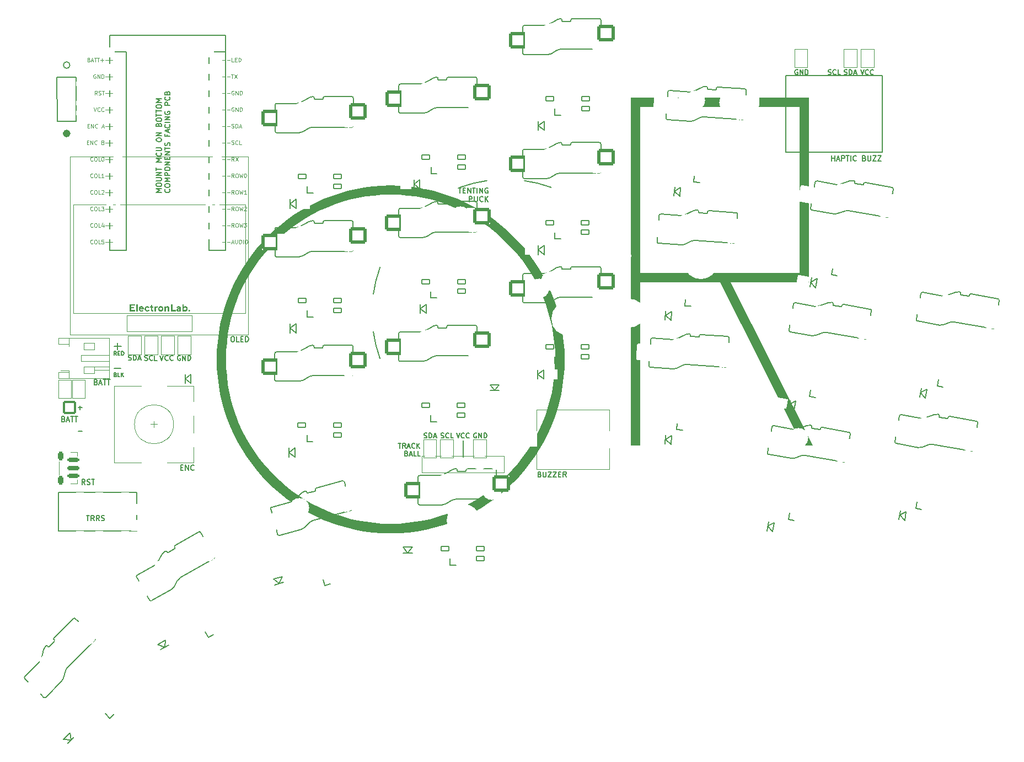
<source format=gto>
G04 #@! TF.GenerationSoftware,KiCad,Pcbnew,8.0.4-8.0.4-0~ubuntu22.04.1*
G04 #@! TF.CreationDate,2024-09-04T00:25:38+02:00*
G04 #@! TF.ProjectId,klor1_4_LP_KS33,6b6c6f72-315f-4345-9f4c-505f4b533333,v1.4.0 LP KS33*
G04 #@! TF.SameCoordinates,Original*
G04 #@! TF.FileFunction,Legend,Top*
G04 #@! TF.FilePolarity,Positive*
%FSLAX46Y46*%
G04 Gerber Fmt 4.6, Leading zero omitted, Abs format (unit mm)*
G04 Created by KiCad (PCBNEW 8.0.4-8.0.4-0~ubuntu22.04.1) date 2024-09-04 00:25:38*
%MOMM*%
%LPD*%
G01*
G04 APERTURE LIST*
G04 Aperture macros list*
%AMRoundRect*
0 Rectangle with rounded corners*
0 $1 Rounding radius*
0 $2 $3 $4 $5 $6 $7 $8 $9 X,Y pos of 4 corners*
0 Add a 4 corners polygon primitive as box body*
4,1,4,$2,$3,$4,$5,$6,$7,$8,$9,$2,$3,0*
0 Add four circle primitives for the rounded corners*
1,1,$1+$1,$2,$3*
1,1,$1+$1,$4,$5*
1,1,$1+$1,$6,$7*
1,1,$1+$1,$8,$9*
0 Add four rect primitives between the rounded corners*
20,1,$1+$1,$2,$3,$4,$5,0*
20,1,$1+$1,$4,$5,$6,$7,0*
20,1,$1+$1,$6,$7,$8,$9,0*
20,1,$1+$1,$8,$9,$2,$3,0*%
%AMRotRect*
0 Rectangle, with rotation*
0 The origin of the aperture is its center*
0 $1 length*
0 $2 width*
0 $3 Rotation angle, in degrees counterclockwise*
0 Add horizontal line*
21,1,$1,$2,0,0,$3*%
%AMFreePoly0*
4,1,18,-0.410000,0.265000,0.000000,0.675000,0.328000,0.675000,0.359380,0.668758,0.385983,0.650983,0.403758,0.624380,0.410000,0.593000,0.410000,-0.593000,0.403758,-0.624380,0.385983,-0.650983,0.359380,-0.668758,0.328000,-0.675000,-0.328000,-0.675000,-0.359380,-0.668758,-0.385983,-0.650983,-0.403758,-0.624380,-0.410000,-0.593000,-0.410000,0.265000,-0.410000,0.265000,$1*%
%AMFreePoly1*
4,1,6,1.000000,0.000000,0.500000,-0.750000,-0.500000,-0.750000,-0.500000,0.750000,0.500000,0.750000,1.000000,0.000000,1.000000,0.000000,$1*%
%AMFreePoly2*
4,1,6,0.500000,-0.750000,-0.650000,-0.750000,-0.150000,0.000000,-0.650000,0.750000,0.500000,0.750000,0.500000,-0.750000,0.500000,-0.750000,$1*%
G04 Aperture macros list end*
%ADD10C,0.000000*%
%ADD11C,0.150000*%
%ADD12C,0.569975*%
%ADD13C,0.127000*%
%ADD14C,0.100000*%
%ADD15C,0.200000*%
%ADD16C,0.120000*%
%ADD17C,1.200000*%
%ADD18O,2.500000X1.700000*%
%ADD19C,1.524000*%
%ADD20C,0.000001*%
%ADD21C,3.000000*%
%ADD22C,5.100000*%
%ADD23RoundRect,0.082000X0.651245X0.187383X0.187383X0.651245X-0.651245X-0.187383X-0.187383X-0.651245X0*%
%ADD24FreePoly0,135.000000*%
%ADD25RotRect,1.200000X2.550000X45.000000*%
%ADD26RoundRect,0.255000X0.035355X1.477853X-1.477853X-0.035355X-0.035355X-1.477853X1.477853X0.035355X0*%
%ADD27RotRect,1.200000X2.550000X225.000000*%
%ADD28RoundRect,0.082000X0.593000X-0.328000X0.593000X0.328000X-0.593000X0.328000X-0.593000X-0.328000X0*%
%ADD29FreePoly0,90.000000*%
%ADD30R,1.200000X2.550000*%
%ADD31RoundRect,0.255000X1.070000X1.020000X-1.070000X1.020000X-1.070000X-1.020000X1.070000X-1.020000X0*%
%ADD32RoundRect,0.082000X0.568675X-0.368567X0.614436X0.285835X-0.568675X0.368567X-0.614436X-0.285835X0*%
%ADD33FreePoly0,86.000000*%
%ADD34RotRect,1.200000X2.550000X356.000000*%
%ADD35RoundRect,0.255000X1.138545X0.942876X-0.996242X1.092155X-1.138545X-0.942876X0.996242X-1.092155X0*%
%ADD36RotRect,1.200000X2.550000X176.000000*%
%ADD37RoundRect,0.082000X0.657687X-0.163344X0.487901X0.470303X-0.657687X0.163344X-0.487901X-0.470303X0*%
%ADD38FreePoly0,105.000000*%
%ADD39RotRect,1.200000X2.550000X15.000000*%
%ADD40RoundRect,0.255000X0.769545X1.262181X-1.297536X0.708308X-0.769545X-1.262181X1.297536X-0.708308X0*%
%ADD41RotRect,1.200000X2.550000X195.000000*%
%ADD42RoundRect,0.082000X0.527034X-0.425990X0.640948X0.220044X-0.527034X0.425990X-0.640948X-0.220044X0*%
%ADD43FreePoly0,80.000000*%
%ADD44RotRect,1.200000X2.550000X350.000000*%
%ADD45RoundRect,0.255000X1.230865X0.818700X-0.876623X1.190307X-1.230865X-0.818700X0.876623X-1.190307X0*%
%ADD46RotRect,1.200000X2.550000X170.000000*%
%ADD47RoundRect,0.082000X0.677553X0.012444X0.349553X0.580556X-0.677553X-0.012444X-0.349553X-0.580556X0*%
%ADD48FreePoly0,120.000000*%
%ADD49RotRect,1.200000X2.550000X30.000000*%
%ADD50RoundRect,0.255000X0.416647X1.418346X-1.436647X0.348346X-0.416647X-1.418346X1.436647X-0.348346X0*%
%ADD51RotRect,1.200000X2.550000X210.000000*%
%ADD52FreePoly1,270.000000*%
%ADD53FreePoly2,270.000000*%
%ADD54C,3.200000*%
%ADD55RotRect,1.800000X1.500000X350.000000*%
%ADD56R,1.800000X1.500000*%
%ADD57RotRect,1.800000X1.500000X356.000000*%
%ADD58FreePoly1,90.000000*%
%ADD59FreePoly2,90.000000*%
%ADD60RotRect,1.800000X1.500000X105.000000*%
%ADD61R,2.200000X2.200000*%
%ADD62C,2.200000*%
%ADD63C,2.000000*%
%ADD64R,3.200000X2.000000*%
%ADD65O,1.600000X2.000000*%
%ADD66RotRect,1.800000X1.500000X120.000000*%
%ADD67O,1.750000X1.200000*%
%ADD68C,0.900000*%
%ADD69RoundRect,0.187500X-0.712500X0.187500X-0.712500X-0.187500X0.712500X-0.187500X0.712500X0.187500X0*%
%ADD70RoundRect,0.150000X-0.750000X0.150000X-0.750000X-0.150000X0.750000X-0.150000X0.750000X0.150000X0*%
%ADD71RoundRect,0.225000X-0.225000X0.425000X-0.225000X-0.425000X0.225000X-0.425000X0.225000X0.425000X0*%
%ADD72C,4.400000*%
%ADD73RotRect,1.800000X1.500000X135.000000*%
%ADD74R,1.500000X1.800000*%
%ADD75RoundRect,0.142858X-0.857142X0.857142X-0.857142X-0.857142X0.857142X-0.857142X0.857142X0.857142X0*%
%ADD76R,1.000000X0.700000*%
%ADD77R,2.800000X1.000000*%
%ADD78R,1.524000X1.524000*%
%ADD79C,1.800000*%
%ADD80C,1.700000*%
%ADD81O,1.700000X1.700000*%
G04 APERTURE END LIST*
D10*
G36*
X93079257Y-96616030D02*
G01*
X92864416Y-96616030D01*
X92864416Y-95504251D01*
X93079257Y-95504251D01*
X93079257Y-96616030D01*
G37*
G36*
X98426485Y-96401717D02*
G01*
X98941894Y-96401717D01*
X98941894Y-96615501D01*
X98187832Y-96615501D01*
X98187832Y-95504251D01*
X98426485Y-95504251D01*
X98426485Y-96401717D01*
G37*
D11*
X192600000Y-60375000D02*
X207375000Y-60375000D01*
X207375000Y-72150000D01*
X192600000Y-72150000D01*
X192600000Y-60375000D01*
D10*
G36*
X94585454Y-95822552D02*
G01*
X94600297Y-95823363D01*
X94614967Y-95824708D01*
X94629451Y-95826580D01*
X94643736Y-95828973D01*
X94657811Y-95831880D01*
X94671662Y-95835296D01*
X94685278Y-95839214D01*
X94698497Y-95843481D01*
X94711158Y-95847946D01*
X94723248Y-95852609D01*
X94734755Y-95857471D01*
X94745667Y-95862531D01*
X94755971Y-95867789D01*
X94765656Y-95873246D01*
X94774707Y-95878902D01*
X94783314Y-95884656D01*
X94791674Y-95890411D01*
X94799785Y-95896165D01*
X94807648Y-95901920D01*
X94815263Y-95907675D01*
X94822630Y-95913430D01*
X94829749Y-95919184D01*
X94836620Y-95924939D01*
X94843143Y-95930617D01*
X94849221Y-95936134D01*
X94854851Y-95941477D01*
X94860035Y-95946634D01*
X94864773Y-95951593D01*
X94869064Y-95956341D01*
X94872909Y-95960866D01*
X94876308Y-95965155D01*
X94887949Y-95981559D01*
X94753012Y-96116497D01*
X94751300Y-96113620D01*
X94749341Y-96110544D01*
X94747133Y-96107269D01*
X94744677Y-96103797D01*
X94741974Y-96100125D01*
X94739022Y-96096256D01*
X94735822Y-96092188D01*
X94732374Y-96087922D01*
X94730458Y-96085696D01*
X94728281Y-96083383D01*
X94725844Y-96080983D01*
X94723147Y-96078496D01*
X94720189Y-96075923D01*
X94716970Y-96073263D01*
X94713492Y-96070516D01*
X94709752Y-96067682D01*
X94705752Y-96064761D01*
X94701492Y-96061753D01*
X94696972Y-96058659D01*
X94692191Y-96055478D01*
X94687149Y-96052210D01*
X94681847Y-96048855D01*
X94676285Y-96045413D01*
X94670462Y-96041885D01*
X94664490Y-96038424D01*
X94658480Y-96035188D01*
X94652431Y-96032174D01*
X94646343Y-96029383D01*
X94640215Y-96026816D01*
X94634045Y-96024472D01*
X94627834Y-96022351D01*
X94621580Y-96020454D01*
X94615283Y-96018780D01*
X94608941Y-96017329D01*
X94602554Y-96016101D01*
X94596122Y-96015096D01*
X94589643Y-96014315D01*
X94583117Y-96013757D01*
X94576543Y-96013422D01*
X94569920Y-96013310D01*
X94559490Y-96013558D01*
X94549234Y-96014301D01*
X94539153Y-96015539D01*
X94529249Y-96017271D01*
X94519521Y-96019495D01*
X94509970Y-96022212D01*
X94500598Y-96025420D01*
X94491405Y-96029119D01*
X94482392Y-96033308D01*
X94473559Y-96037986D01*
X94464908Y-96043152D01*
X94456439Y-96048806D01*
X94448152Y-96054946D01*
X94440050Y-96061573D01*
X94432132Y-96068685D01*
X94424399Y-96076281D01*
X94417001Y-96084224D01*
X94410086Y-96092377D01*
X94403653Y-96100738D01*
X94397701Y-96109304D01*
X94392230Y-96118075D01*
X94387239Y-96127050D01*
X94382726Y-96136226D01*
X94378692Y-96145602D01*
X94375136Y-96155176D01*
X94372056Y-96164947D01*
X94369452Y-96174914D01*
X94367323Y-96185074D01*
X94365669Y-96195427D01*
X94364488Y-96205971D01*
X94363781Y-96216703D01*
X94363545Y-96227623D01*
X94363787Y-96238543D01*
X94364511Y-96249275D01*
X94365718Y-96259819D01*
X94367406Y-96270171D01*
X94369575Y-96280332D01*
X94372223Y-96290298D01*
X94375351Y-96300069D01*
X94378957Y-96309644D01*
X94383040Y-96319020D01*
X94387600Y-96328196D01*
X94392636Y-96337170D01*
X94398147Y-96345942D01*
X94404133Y-96354508D01*
X94410592Y-96362869D01*
X94417524Y-96371022D01*
X94424928Y-96378965D01*
X94432655Y-96386561D01*
X94440556Y-96393673D01*
X94448633Y-96400300D01*
X94456885Y-96406440D01*
X94465314Y-96412094D01*
X94473921Y-96417260D01*
X94482705Y-96421938D01*
X94491669Y-96426127D01*
X94500813Y-96429826D01*
X94510138Y-96433034D01*
X94519643Y-96435751D01*
X94529331Y-96437975D01*
X94539202Y-96439707D01*
X94549257Y-96440945D01*
X94559496Y-96441688D01*
X94569920Y-96441936D01*
X94576456Y-96441837D01*
X94582965Y-96441539D01*
X94589447Y-96441043D01*
X94595899Y-96440348D01*
X94602320Y-96439455D01*
X94608708Y-96438364D01*
X94615063Y-96437074D01*
X94621381Y-96435586D01*
X94627663Y-96433899D01*
X94633906Y-96432014D01*
X94640108Y-96429930D01*
X94646269Y-96427648D01*
X94652386Y-96425168D01*
X94658458Y-96422489D01*
X94664484Y-96419612D01*
X94670462Y-96416536D01*
X94681970Y-96410185D01*
X94692678Y-96403827D01*
X94697731Y-96400644D01*
X94702581Y-96397458D01*
X94707227Y-96394266D01*
X94711670Y-96391070D01*
X94715909Y-96387867D01*
X94719942Y-96384657D01*
X94723769Y-96381439D01*
X94727388Y-96378213D01*
X94730800Y-96374977D01*
X94734004Y-96371732D01*
X94736998Y-96368475D01*
X94739783Y-96365207D01*
X94760950Y-96338748D01*
X94887950Y-96473686D01*
X94885370Y-96477159D01*
X94882393Y-96481227D01*
X94879020Y-96485890D01*
X94875250Y-96491148D01*
X94874171Y-96492600D01*
X94872919Y-96494175D01*
X94871495Y-96495874D01*
X94869900Y-96497697D01*
X94868134Y-96499644D01*
X94866199Y-96501715D01*
X94861822Y-96506230D01*
X94856775Y-96511241D01*
X94851065Y-96516747D01*
X94844697Y-96522750D01*
X94837679Y-96529249D01*
X94830262Y-96535874D01*
X94822697Y-96542263D01*
X94814982Y-96548429D01*
X94807119Y-96554384D01*
X94799108Y-96560141D01*
X94790947Y-96565712D01*
X94782637Y-96571109D01*
X94774179Y-96576344D01*
X94765324Y-96581454D01*
X94755823Y-96586465D01*
X94745678Y-96591376D01*
X94734888Y-96596188D01*
X94723453Y-96600901D01*
X94711373Y-96605515D01*
X94698648Y-96610030D01*
X94685279Y-96614445D01*
X94671511Y-96618538D01*
X94657588Y-96622085D01*
X94643505Y-96625086D01*
X94629253Y-96627542D01*
X94614828Y-96629451D01*
X94600223Y-96630816D01*
X94585433Y-96631634D01*
X94570449Y-96631907D01*
X94549204Y-96631436D01*
X94528329Y-96630021D01*
X94507823Y-96627662D01*
X94487684Y-96624358D01*
X94467912Y-96620109D01*
X94448503Y-96614913D01*
X94429458Y-96608770D01*
X94410773Y-96601679D01*
X94392449Y-96593639D01*
X94374482Y-96584649D01*
X94356872Y-96574710D01*
X94339617Y-96563819D01*
X94322715Y-96551976D01*
X94306166Y-96539181D01*
X94289967Y-96525432D01*
X94274116Y-96510729D01*
X94258935Y-96495393D01*
X94244745Y-96479747D01*
X94231544Y-96463788D01*
X94219331Y-96447518D01*
X94208103Y-96430934D01*
X94197860Y-96414037D01*
X94188600Y-96396825D01*
X94180321Y-96379297D01*
X94173022Y-96361453D01*
X94166702Y-96343292D01*
X94161357Y-96324813D01*
X94156988Y-96306015D01*
X94153593Y-96286898D01*
X94151170Y-96267461D01*
X94149717Y-96247703D01*
X94149233Y-96227624D01*
X94149723Y-96207539D01*
X94151191Y-96187765D01*
X94153638Y-96168304D01*
X94157063Y-96149158D01*
X94161464Y-96130329D01*
X94166841Y-96111817D01*
X94173193Y-96093624D01*
X94180520Y-96075753D01*
X94188820Y-96058204D01*
X94198093Y-96040979D01*
X94208338Y-96024079D01*
X94219554Y-96007507D01*
X94231741Y-95991263D01*
X94244897Y-95975349D01*
X94259023Y-95959768D01*
X94274116Y-95944519D01*
X94274116Y-95943459D01*
X94289879Y-95928756D01*
X94306013Y-95915007D01*
X94322518Y-95902212D01*
X94339393Y-95890369D01*
X94356637Y-95879478D01*
X94374249Y-95869538D01*
X94392228Y-95860549D01*
X94410574Y-95852509D01*
X94429286Y-95845418D01*
X94448363Y-95839275D01*
X94467805Y-95834079D01*
X94487610Y-95829829D01*
X94507777Y-95826525D01*
X94528307Y-95824166D01*
X94549198Y-95822752D01*
X94570449Y-95822280D01*
X94585454Y-95822552D01*
G37*
G36*
X101019016Y-96393917D02*
G01*
X101025396Y-96394327D01*
X101031663Y-96395012D01*
X101037816Y-96395972D01*
X101043854Y-96397207D01*
X101049777Y-96398720D01*
X101055583Y-96400510D01*
X101061273Y-96402578D01*
X101066844Y-96404925D01*
X101072297Y-96407552D01*
X101077631Y-96410460D01*
X101082845Y-96413649D01*
X101087937Y-96417120D01*
X101092908Y-96420874D01*
X101097756Y-96424912D01*
X101102482Y-96429234D01*
X101106996Y-96433743D01*
X101111214Y-96438340D01*
X101115136Y-96443027D01*
X101118762Y-96447805D01*
X101122094Y-96452676D01*
X101125131Y-96457642D01*
X101127876Y-96462704D01*
X101130329Y-96467864D01*
X101132490Y-96473122D01*
X101134361Y-96478482D01*
X101135941Y-96483944D01*
X101137233Y-96489510D01*
X101138236Y-96495181D01*
X101138952Y-96500959D01*
X101139380Y-96506846D01*
X101139523Y-96512843D01*
X101139380Y-96518834D01*
X101138952Y-96524703D01*
X101138236Y-96530456D01*
X101137233Y-96536093D01*
X101135941Y-96541619D01*
X101134361Y-96547036D01*
X101132490Y-96552348D01*
X101130329Y-96557557D01*
X101127876Y-96562668D01*
X101125131Y-96567682D01*
X101122094Y-96572603D01*
X101118762Y-96577434D01*
X101115136Y-96582179D01*
X101111214Y-96586839D01*
X101106996Y-96591420D01*
X101102482Y-96595922D01*
X101097756Y-96600245D01*
X101092908Y-96604283D01*
X101087937Y-96608037D01*
X101082845Y-96611508D01*
X101077631Y-96614697D01*
X101072297Y-96617605D01*
X101066844Y-96620232D01*
X101061273Y-96622579D01*
X101055583Y-96624648D01*
X101049777Y-96626437D01*
X101043854Y-96627950D01*
X101037816Y-96629186D01*
X101031663Y-96630145D01*
X101025396Y-96630830D01*
X101019016Y-96631240D01*
X101012523Y-96631377D01*
X101006031Y-96631240D01*
X100999651Y-96630830D01*
X100993384Y-96630145D01*
X100987231Y-96629186D01*
X100981193Y-96627950D01*
X100975270Y-96626437D01*
X100969464Y-96624648D01*
X100963774Y-96622579D01*
X100958203Y-96620232D01*
X100952750Y-96617605D01*
X100947416Y-96614697D01*
X100942202Y-96611508D01*
X100937110Y-96608037D01*
X100932139Y-96604283D01*
X100927290Y-96600245D01*
X100922565Y-96595922D01*
X100918051Y-96591414D01*
X100913833Y-96586818D01*
X100909911Y-96582134D01*
X100906285Y-96577360D01*
X100902953Y-96572497D01*
X100899915Y-96567543D01*
X100897171Y-96562497D01*
X100894718Y-96557359D01*
X100892557Y-96552128D01*
X100890686Y-96546804D01*
X100889106Y-96541385D01*
X100887814Y-96535870D01*
X100886811Y-96530259D01*
X100886095Y-96524552D01*
X100885667Y-96518746D01*
X100885524Y-96512843D01*
X100885667Y-96506933D01*
X100886095Y-96501111D01*
X100886811Y-96495378D01*
X100887814Y-96489733D01*
X100889106Y-96484179D01*
X100890686Y-96478715D01*
X100892557Y-96473342D01*
X100894718Y-96468062D01*
X100897171Y-96462875D01*
X100899915Y-96457782D01*
X100902953Y-96452783D01*
X100906285Y-96447879D01*
X100909911Y-96443072D01*
X100913833Y-96438362D01*
X100918051Y-96433749D01*
X100922565Y-96429234D01*
X100927290Y-96424912D01*
X100932139Y-96420874D01*
X100937110Y-96417120D01*
X100942202Y-96413649D01*
X100947416Y-96410460D01*
X100952750Y-96407552D01*
X100958203Y-96404925D01*
X100963774Y-96402578D01*
X100969464Y-96400510D01*
X100975270Y-96398720D01*
X100981193Y-96397207D01*
X100987231Y-96395972D01*
X100993384Y-96395012D01*
X100999651Y-96394327D01*
X101006031Y-96393917D01*
X101012523Y-96393781D01*
X101019016Y-96393917D01*
G37*
G36*
X196189538Y-92174098D02*
G01*
X184120096Y-92174098D01*
X196718912Y-117230555D01*
X195095529Y-117230555D01*
X182496728Y-92174098D01*
X170215532Y-92174098D01*
X170215532Y-117230555D01*
X168768610Y-117230555D01*
X168768610Y-90691889D01*
X168768610Y-65211947D01*
X170215524Y-65211947D01*
X170215524Y-90691889D01*
X194742624Y-90691889D01*
X194742624Y-65211947D01*
X170215524Y-65211947D01*
X168768610Y-65211947D01*
X168768610Y-63765025D01*
X196189538Y-63765025D01*
X196189538Y-92174098D01*
G37*
G36*
X92666507Y-95719093D02*
G01*
X92087599Y-95719093D01*
X92087599Y-95941343D01*
X92539507Y-95941343D01*
X92539507Y-96155126D01*
X92087599Y-96155126D01*
X92087599Y-96401717D01*
X92682912Y-96401717D01*
X92682912Y-96616030D01*
X91848945Y-96616030D01*
X91848945Y-95504251D01*
X92666507Y-95504251D01*
X92666507Y-95719093D01*
G37*
G36*
X97649213Y-95822111D02*
G01*
X97665305Y-95823190D01*
X97681013Y-95824989D01*
X97696336Y-95827506D01*
X97711274Y-95830743D01*
X97725828Y-95834700D01*
X97739998Y-95839375D01*
X97753783Y-95844770D01*
X97767184Y-95850885D01*
X97780200Y-95857718D01*
X97792832Y-95865271D01*
X97805079Y-95873544D01*
X97816942Y-95882536D01*
X97828421Y-95892247D01*
X97839514Y-95902677D01*
X97850224Y-95913827D01*
X97860412Y-95925590D01*
X97869943Y-95937862D01*
X97878817Y-95950640D01*
X97887034Y-95963924D01*
X97894593Y-95977714D01*
X97901495Y-95992008D01*
X97907740Y-96006807D01*
X97913327Y-96022108D01*
X97918257Y-96037911D01*
X97922529Y-96054216D01*
X97926145Y-96071022D01*
X97929103Y-96088328D01*
X97931403Y-96106133D01*
X97933046Y-96124436D01*
X97934032Y-96143237D01*
X97934361Y-96162535D01*
X97934361Y-96614973D01*
X97720578Y-96614973D01*
X97720578Y-96186347D01*
X97720411Y-96177529D01*
X97719909Y-96168933D01*
X97719074Y-96160559D01*
X97717907Y-96152406D01*
X97716408Y-96144473D01*
X97714578Y-96136760D01*
X97712418Y-96129265D01*
X97709928Y-96121988D01*
X97707110Y-96114927D01*
X97703964Y-96108083D01*
X97700491Y-96101455D01*
X97696691Y-96095041D01*
X97692566Y-96088842D01*
X97688116Y-96082855D01*
X97683342Y-96077081D01*
X97678244Y-96071518D01*
X97672887Y-96066229D01*
X97667331Y-96061275D01*
X97661579Y-96056657D01*
X97655631Y-96052377D01*
X97649487Y-96048435D01*
X97643149Y-96044831D01*
X97636617Y-96041567D01*
X97629892Y-96038644D01*
X97622974Y-96036061D01*
X97615866Y-96033820D01*
X97608566Y-96031922D01*
X97601077Y-96030367D01*
X97593399Y-96029156D01*
X97585532Y-96028291D01*
X97577477Y-96027771D01*
X97569236Y-96027597D01*
X97560226Y-96027783D01*
X97551451Y-96028341D01*
X97542912Y-96029271D01*
X97534609Y-96030574D01*
X97526541Y-96032248D01*
X97518709Y-96034294D01*
X97511113Y-96036713D01*
X97503752Y-96039503D01*
X97496627Y-96042666D01*
X97489737Y-96046201D01*
X97483083Y-96050108D01*
X97476665Y-96054386D01*
X97470482Y-96059037D01*
X97464535Y-96064060D01*
X97458824Y-96069455D01*
X97453348Y-96075222D01*
X97448158Y-96081330D01*
X97443303Y-96087750D01*
X97438782Y-96094480D01*
X97434596Y-96101524D01*
X97430745Y-96108880D01*
X97427229Y-96116550D01*
X97424048Y-96124535D01*
X97421202Y-96132835D01*
X97418690Y-96141452D01*
X97416514Y-96150385D01*
X97414672Y-96159637D01*
X97413165Y-96169207D01*
X97411993Y-96179096D01*
X97411156Y-96189306D01*
X97410653Y-96199836D01*
X97410486Y-96210688D01*
X97410486Y-96615501D01*
X97196703Y-96615501D01*
X97196703Y-95837097D01*
X97410486Y-95837097D01*
X97410486Y-95932876D01*
X97412969Y-95929625D01*
X97415662Y-95926220D01*
X97418579Y-95922653D01*
X97421731Y-95918919D01*
X97425131Y-95915011D01*
X97428792Y-95910924D01*
X97432726Y-95906650D01*
X97436944Y-95902184D01*
X97439282Y-95899853D01*
X97441930Y-95897422D01*
X97444888Y-95894892D01*
X97448156Y-95892263D01*
X97451734Y-95889534D01*
X97455622Y-95886706D01*
X97459821Y-95883780D01*
X97464329Y-95880753D01*
X97469147Y-95877628D01*
X97474276Y-95874403D01*
X97479714Y-95871080D01*
X97485463Y-95867657D01*
X97497890Y-95860513D01*
X97511557Y-95852973D01*
X97518732Y-95849221D01*
X97525967Y-95845706D01*
X97533261Y-95842428D01*
X97540612Y-95839388D01*
X97548019Y-95836587D01*
X97555480Y-95834025D01*
X97562994Y-95831703D01*
X97570559Y-95829623D01*
X97578174Y-95827784D01*
X97585837Y-95826188D01*
X97593546Y-95824836D01*
X97601300Y-95823728D01*
X97609098Y-95822864D01*
X97616938Y-95822247D01*
X97624818Y-95821875D01*
X97632736Y-95821752D01*
X97649213Y-95822111D01*
G37*
G36*
X93671376Y-95822186D02*
G01*
X93691559Y-95823489D01*
X93711308Y-95825659D01*
X93730620Y-95828698D01*
X93749494Y-95832604D01*
X93767931Y-95837379D01*
X93785929Y-95843022D01*
X93803487Y-95849533D01*
X93820606Y-95856913D01*
X93837283Y-95865160D01*
X93853518Y-95874276D01*
X93869311Y-95884260D01*
X93884660Y-95895112D01*
X93899565Y-95906832D01*
X93914025Y-95919421D01*
X93928040Y-95932877D01*
X93941403Y-95946985D01*
X93953910Y-95961527D01*
X93965560Y-95976503D01*
X93976351Y-95991912D01*
X93986284Y-96007756D01*
X93995357Y-96024034D01*
X94003569Y-96040747D01*
X94010921Y-96057893D01*
X94017410Y-96075473D01*
X94023037Y-96093488D01*
X94027800Y-96111936D01*
X94031699Y-96130819D01*
X94034733Y-96150136D01*
X94036901Y-96169886D01*
X94038202Y-96190071D01*
X94038636Y-96210690D01*
X94030698Y-96297473D01*
X93467137Y-96297473D01*
X93467665Y-96298001D01*
X93469414Y-96305864D01*
X93471486Y-96313578D01*
X93473883Y-96321141D01*
X93476604Y-96328553D01*
X93479650Y-96335812D01*
X93483023Y-96342920D01*
X93486723Y-96349873D01*
X93490751Y-96356673D01*
X93495107Y-96363317D01*
X93499793Y-96369806D01*
X93504809Y-96376138D01*
X93510156Y-96382312D01*
X93515835Y-96388329D01*
X93521846Y-96394187D01*
X93528191Y-96399885D01*
X93534870Y-96405422D01*
X93541833Y-96410712D01*
X93549031Y-96415666D01*
X93556461Y-96420283D01*
X93564123Y-96424563D01*
X93572013Y-96428506D01*
X93580132Y-96432109D01*
X93588477Y-96435373D01*
X93597047Y-96438297D01*
X93605840Y-96440880D01*
X93614854Y-96443120D01*
X93624089Y-96445019D01*
X93633543Y-96446573D01*
X93643213Y-96447784D01*
X93653099Y-96448650D01*
X93663199Y-96449170D01*
X93673511Y-96449343D01*
X93681021Y-96449250D01*
X93688468Y-96448971D01*
X93695851Y-96448506D01*
X93703169Y-96447855D01*
X93710423Y-96447018D01*
X93717611Y-96445995D01*
X93724732Y-96444786D01*
X93731786Y-96443390D01*
X93738771Y-96441809D01*
X93745688Y-96440042D01*
X93752535Y-96438088D01*
X93759311Y-96435949D01*
X93766016Y-96433624D01*
X93772648Y-96431112D01*
X93779208Y-96428415D01*
X93785695Y-96425531D01*
X93798121Y-96419578D01*
X93809598Y-96413625D01*
X93814979Y-96410648D01*
X93820120Y-96407672D01*
X93825022Y-96404695D01*
X93829682Y-96401718D01*
X93834100Y-96398742D01*
X93838275Y-96395765D01*
X93842208Y-96392789D01*
X93845896Y-96389812D01*
X93849339Y-96386836D01*
X93852536Y-96383859D01*
X93855487Y-96380883D01*
X93858190Y-96377906D01*
X93880415Y-96354094D01*
X93991011Y-96496969D01*
X93976724Y-96511257D01*
X93973995Y-96513860D01*
X93970572Y-96516904D01*
X93966455Y-96520381D01*
X93961642Y-96524287D01*
X93956136Y-96528614D01*
X93949935Y-96533357D01*
X93943039Y-96538509D01*
X93935449Y-96544064D01*
X93927439Y-96549745D01*
X93919292Y-96555276D01*
X93911022Y-96560659D01*
X93902640Y-96565893D01*
X93894159Y-96570978D01*
X93885591Y-96575914D01*
X93876949Y-96580701D01*
X93868245Y-96585339D01*
X93863786Y-96587603D01*
X93859143Y-96589830D01*
X93849310Y-96594178D01*
X93838758Y-96598390D01*
X93827499Y-96602471D01*
X93815545Y-96606428D01*
X93802909Y-96610268D01*
X93789603Y-96613996D01*
X93775640Y-96617619D01*
X93761303Y-96620944D01*
X93746867Y-96623787D01*
X93732331Y-96626157D01*
X93717697Y-96628069D01*
X93702963Y-96629535D01*
X93688129Y-96630566D01*
X93673197Y-96631176D01*
X93658165Y-96631377D01*
X93636933Y-96630912D01*
X93616097Y-96629516D01*
X93595658Y-96627191D01*
X93575615Y-96623935D01*
X93555970Y-96619750D01*
X93536722Y-96614634D01*
X93517870Y-96608587D01*
X93499415Y-96601611D01*
X93481357Y-96593705D01*
X93463697Y-96584868D01*
X93446432Y-96575101D01*
X93429565Y-96564404D01*
X93413095Y-96552777D01*
X93397022Y-96540219D01*
X93381345Y-96526732D01*
X93366065Y-96512314D01*
X93351449Y-96497245D01*
X93337765Y-96481804D01*
X93325014Y-96465991D01*
X93313198Y-96449806D01*
X93302318Y-96433249D01*
X93292377Y-96416320D01*
X93283374Y-96399019D01*
X93275313Y-96381345D01*
X93268194Y-96363300D01*
X93262020Y-96344883D01*
X93256791Y-96326093D01*
X93252509Y-96306931D01*
X93249176Y-96287398D01*
X93246794Y-96267492D01*
X93245363Y-96247214D01*
X93244886Y-96226564D01*
X93245351Y-96205914D01*
X93246747Y-96185636D01*
X93249075Y-96165731D01*
X93252082Y-96147718D01*
X93467136Y-96147718D01*
X93824324Y-96147718D01*
X93822606Y-96140060D01*
X93820627Y-96132565D01*
X93818386Y-96125234D01*
X93815882Y-96118068D01*
X93813115Y-96111071D01*
X93810083Y-96104242D01*
X93806786Y-96097584D01*
X93803223Y-96091098D01*
X93799394Y-96084785D01*
X93795297Y-96078648D01*
X93790932Y-96072687D01*
X93786298Y-96066905D01*
X93781395Y-96061303D01*
X93776220Y-96055882D01*
X93770775Y-96050643D01*
X93765057Y-96045590D01*
X93759117Y-96040691D01*
X93753003Y-96036113D01*
X93746718Y-96031857D01*
X93740261Y-96027920D01*
X93733633Y-96024304D01*
X93726836Y-96021005D01*
X93719870Y-96018025D01*
X93712736Y-96015361D01*
X93705434Y-96013014D01*
X93697966Y-96010982D01*
X93690331Y-96009265D01*
X93682532Y-96007862D01*
X93674568Y-96006772D01*
X93666441Y-96005995D01*
X93658151Y-96005529D01*
X93649699Y-96005373D01*
X93641247Y-96005529D01*
X93632956Y-96005994D01*
X93624826Y-96006769D01*
X93616857Y-96007854D01*
X93609050Y-96009249D01*
X93601404Y-96010954D01*
X93593919Y-96012970D01*
X93586596Y-96015295D01*
X93579433Y-96017931D01*
X93572432Y-96020876D01*
X93565592Y-96024132D01*
X93558914Y-96027697D01*
X93552396Y-96031573D01*
X93546040Y-96035759D01*
X93539845Y-96040255D01*
X93533811Y-96045061D01*
X93534340Y-96044531D01*
X93528499Y-96049585D01*
X93522880Y-96054825D01*
X93517482Y-96060251D01*
X93512306Y-96065863D01*
X93507349Y-96071661D01*
X93502612Y-96077645D01*
X93498094Y-96083815D01*
X93493793Y-96090172D01*
X93489709Y-96096714D01*
X93485842Y-96103442D01*
X93482190Y-96110356D01*
X93478753Y-96117457D01*
X93475530Y-96124743D01*
X93472520Y-96132215D01*
X93469722Y-96139874D01*
X93467136Y-96147718D01*
X93252082Y-96147718D01*
X93252336Y-96146197D01*
X93256529Y-96127035D01*
X93261657Y-96108246D01*
X93267720Y-96089829D01*
X93274718Y-96071783D01*
X93282652Y-96054110D01*
X93291524Y-96036809D01*
X93301334Y-96019880D01*
X93312082Y-96003323D01*
X93323770Y-95987138D01*
X93336398Y-95971325D01*
X93349967Y-95955884D01*
X93364478Y-95940815D01*
X93379640Y-95926397D01*
X93395162Y-95912910D01*
X93411046Y-95900352D01*
X93427291Y-95888725D01*
X93443900Y-95878028D01*
X93460872Y-95868261D01*
X93478208Y-95859424D01*
X93495909Y-95851518D01*
X93513977Y-95844542D01*
X93532411Y-95838495D01*
X93551212Y-95833379D01*
X93570381Y-95829194D01*
X93589920Y-95825938D01*
X93609828Y-95823613D01*
X93630107Y-95822217D01*
X93650757Y-95821752D01*
X93671376Y-95822186D01*
G37*
D11*
X84560000Y-115000000D02*
X83975000Y-115000000D01*
D10*
G36*
X95126074Y-95608498D02*
G01*
X95316574Y-95608498D01*
X95316574Y-95854031D01*
X95474795Y-95854031D01*
X95474795Y-96044531D01*
X95316574Y-96044531D01*
X95316574Y-96353564D01*
X95316679Y-96358085D01*
X95316996Y-96362519D01*
X95317523Y-96366866D01*
X95318261Y-96371126D01*
X95319209Y-96375299D01*
X95320369Y-96379386D01*
X95321739Y-96383386D01*
X95323321Y-96387299D01*
X95325113Y-96391125D01*
X95327116Y-96394864D01*
X95329330Y-96398517D01*
X95331754Y-96402082D01*
X95334390Y-96405561D01*
X95337236Y-96408953D01*
X95340293Y-96412258D01*
X95343561Y-96415476D01*
X95346985Y-96418552D01*
X95350509Y-96421430D01*
X95354135Y-96424109D01*
X95357865Y-96426589D01*
X95361701Y-96428871D01*
X95365644Y-96430955D01*
X95369695Y-96432840D01*
X95373856Y-96434527D01*
X95378129Y-96436015D01*
X95382515Y-96437305D01*
X95387016Y-96438396D01*
X95391633Y-96439289D01*
X95396368Y-96439983D01*
X95401222Y-96440479D01*
X95406197Y-96440777D01*
X95411295Y-96440876D01*
X95416453Y-96440803D01*
X95421605Y-96440587D01*
X95426745Y-96440234D01*
X95431866Y-96439752D01*
X95436962Y-96439145D01*
X95442027Y-96438421D01*
X95447056Y-96437584D01*
X95452040Y-96436643D01*
X95456851Y-96435627D01*
X95461359Y-96434567D01*
X95465556Y-96433471D01*
X95469437Y-96432343D01*
X95472995Y-96431191D01*
X95476225Y-96430020D01*
X95479120Y-96428837D01*
X95481674Y-96427648D01*
X95491199Y-96424472D01*
X95491199Y-96607565D01*
X95483199Y-96610448D01*
X95475074Y-96613145D01*
X95466824Y-96615653D01*
X95458448Y-96617974D01*
X95449945Y-96620106D01*
X95441313Y-96622047D01*
X95432553Y-96623798D01*
X95423664Y-96625358D01*
X95414644Y-96626725D01*
X95405493Y-96627899D01*
X95396211Y-96628879D01*
X95386796Y-96629665D01*
X95377247Y-96630256D01*
X95367565Y-96630650D01*
X95357748Y-96630848D01*
X95347795Y-96630848D01*
X95332657Y-96630584D01*
X95318004Y-96629794D01*
X95303834Y-96628476D01*
X95290146Y-96626631D01*
X95276942Y-96624259D01*
X95264220Y-96621360D01*
X95251981Y-96617934D01*
X95240225Y-96613981D01*
X95228950Y-96609501D01*
X95218158Y-96604493D01*
X95207847Y-96598959D01*
X95198018Y-96592897D01*
X95188670Y-96586308D01*
X95179803Y-96579192D01*
X95171417Y-96571549D01*
X95163512Y-96563379D01*
X95156088Y-96554682D01*
X95149144Y-96545458D01*
X95142680Y-96535707D01*
X95136696Y-96525428D01*
X95131192Y-96514623D01*
X95126168Y-96503290D01*
X95121623Y-96491430D01*
X95117557Y-96479043D01*
X95113971Y-96466129D01*
X95110863Y-96452688D01*
X95108234Y-96438720D01*
X95106083Y-96424225D01*
X95104411Y-96409202D01*
X95103216Y-96393653D01*
X95102500Y-96377576D01*
X95102261Y-96360973D01*
X95102261Y-96044001D01*
X94967324Y-96044001D01*
X94967324Y-95853501D01*
X95038761Y-95853501D01*
X95043282Y-95853390D01*
X95047715Y-95853055D01*
X95052062Y-95852497D01*
X95056323Y-95851715D01*
X95060496Y-95850711D01*
X95064583Y-95849483D01*
X95068582Y-95848032D01*
X95072495Y-95846358D01*
X95076321Y-95844460D01*
X95080061Y-95842339D01*
X95083713Y-95839995D01*
X95087279Y-95837428D01*
X95090758Y-95834637D01*
X95094150Y-95831624D01*
X95097455Y-95828386D01*
X95100673Y-95824926D01*
X95103749Y-95821286D01*
X95106626Y-95817510D01*
X95109305Y-95813597D01*
X95111786Y-95809547D01*
X95114068Y-95805361D01*
X95116151Y-95801039D01*
X95118037Y-95796581D01*
X95119723Y-95791986D01*
X95121212Y-95787254D01*
X95122501Y-95782386D01*
X95123593Y-95777382D01*
X95124486Y-95772241D01*
X95125180Y-95766964D01*
X95125676Y-95761550D01*
X95125974Y-95756000D01*
X95126073Y-95750314D01*
X95126073Y-95607439D01*
X95126074Y-95608498D01*
G37*
G36*
X131925027Y-77281397D02*
G01*
X133296433Y-77316267D01*
X134650216Y-77419743D01*
X135984678Y-77590126D01*
X137298120Y-77825716D01*
X138588841Y-78124815D01*
X139855143Y-78485722D01*
X141095325Y-78906737D01*
X142307689Y-79386162D01*
X143490535Y-79922297D01*
X144642163Y-80513443D01*
X145760874Y-81157899D01*
X146844968Y-81853967D01*
X147892746Y-82599947D01*
X148902509Y-83394139D01*
X149872556Y-84234845D01*
X150801189Y-85120364D01*
X151686708Y-86048997D01*
X152527413Y-87019044D01*
X153321605Y-88028806D01*
X154067585Y-89076584D01*
X154763653Y-90160678D01*
X155408109Y-91279389D01*
X155999255Y-92431016D01*
X156535389Y-93613862D01*
X157014814Y-94826225D01*
X157435830Y-96066407D01*
X157796736Y-97332707D01*
X158095835Y-98623428D01*
X158331425Y-99936868D01*
X158501808Y-101271330D01*
X158605284Y-102625112D01*
X158640153Y-103996516D01*
X158605284Y-105367921D01*
X158501808Y-106721705D01*
X158331425Y-108056167D01*
X158095835Y-109369609D01*
X157796736Y-110660330D01*
X157435830Y-111926632D01*
X157014814Y-113166815D01*
X156535389Y-114379179D01*
X155999255Y-115562025D01*
X155408109Y-116713653D01*
X154763653Y-117832364D01*
X154067585Y-118916459D01*
X153321605Y-119964237D01*
X152527413Y-120974000D01*
X151686708Y-121944048D01*
X150801189Y-122872681D01*
X149872556Y-123758200D01*
X148902509Y-124598906D01*
X147892746Y-125393099D01*
X146844968Y-126139079D01*
X145760874Y-126835147D01*
X144642163Y-127479603D01*
X143490535Y-128070749D01*
X142307689Y-128606884D01*
X141095325Y-129086309D01*
X139855143Y-129507325D01*
X138588841Y-129868232D01*
X137298120Y-130167330D01*
X135984678Y-130402921D01*
X134650216Y-130573304D01*
X133296433Y-130676780D01*
X131925027Y-130711649D01*
X130553623Y-130676780D01*
X129199840Y-130573303D01*
X127865378Y-130402920D01*
X126551937Y-130167330D01*
X125261216Y-129868231D01*
X123994915Y-129507324D01*
X122754733Y-129086308D01*
X121542369Y-128606882D01*
X120359524Y-128070746D01*
X119207896Y-127479600D01*
X118089186Y-126835143D01*
X117005091Y-126139074D01*
X115957313Y-125393094D01*
X114947551Y-124598900D01*
X113977504Y-123758194D01*
X113048871Y-122872674D01*
X112163352Y-121944041D01*
X111322646Y-120973992D01*
X110528454Y-119964229D01*
X109782474Y-118916450D01*
X109086406Y-117832355D01*
X108441950Y-116713644D01*
X107850805Y-115562015D01*
X107314670Y-114379169D01*
X106835245Y-113166805D01*
X106414229Y-111926622D01*
X106053322Y-110660321D01*
X105754224Y-109369599D01*
X105518634Y-108056158D01*
X105348251Y-106721696D01*
X105244775Y-105367913D01*
X105209905Y-103996508D01*
X105210803Y-103961215D01*
X106656827Y-103961215D01*
X106689750Y-105260159D01*
X106787453Y-106542206D01*
X106948342Y-107805759D01*
X107170818Y-109049221D01*
X107453288Y-110270997D01*
X107794154Y-111469491D01*
X108191820Y-112643107D01*
X108644691Y-113790248D01*
X109151170Y-114909318D01*
X109709661Y-115998721D01*
X110318568Y-117056862D01*
X110976296Y-118082144D01*
X111681246Y-119072970D01*
X112431825Y-120027746D01*
X113226435Y-120944874D01*
X114063481Y-121822759D01*
X114941366Y-122659805D01*
X115858495Y-123454415D01*
X116813270Y-124204993D01*
X117804097Y-124909944D01*
X118829379Y-125567671D01*
X119887520Y-126176578D01*
X120976923Y-126735069D01*
X122095994Y-127241547D01*
X123243135Y-127694418D01*
X124416750Y-128092084D01*
X125615244Y-128432950D01*
X126837021Y-128715420D01*
X128080483Y-128937897D01*
X129344036Y-129098785D01*
X130626083Y-129196488D01*
X131925027Y-129229411D01*
X133220868Y-129196488D01*
X134500204Y-129098785D01*
X135761421Y-128937897D01*
X137002903Y-128715420D01*
X138223035Y-128432950D01*
X139420202Y-128092084D01*
X140592787Y-127694418D01*
X141739175Y-127241547D01*
X142857752Y-126735069D01*
X143946900Y-126176578D01*
X145005006Y-125567671D01*
X146030452Y-124909944D01*
X147021625Y-124204993D01*
X147976908Y-123454415D01*
X148894686Y-122659805D01*
X149773344Y-121822759D01*
X150611265Y-120944874D01*
X151406835Y-120027746D01*
X152158438Y-119072970D01*
X152864458Y-118082144D01*
X153523280Y-117056862D01*
X154133289Y-115998721D01*
X154692869Y-114909318D01*
X155200405Y-113790248D01*
X155654280Y-112643107D01*
X156052880Y-111469491D01*
X156394590Y-110270997D01*
X156677793Y-109049221D01*
X156900874Y-107805759D01*
X157062218Y-106542206D01*
X157160208Y-105260159D01*
X157193231Y-103961215D01*
X157160309Y-102662270D01*
X157062605Y-101380224D01*
X156901717Y-100116672D01*
X156679240Y-98873210D01*
X156396770Y-97651434D01*
X156055904Y-96452941D01*
X155658238Y-95279325D01*
X155205367Y-94132185D01*
X154698888Y-93013115D01*
X154140396Y-91923711D01*
X153531489Y-90865570D01*
X152873762Y-89840289D01*
X152168811Y-88849462D01*
X151418232Y-87894686D01*
X150623622Y-86977558D01*
X149786576Y-86099673D01*
X148908690Y-85262627D01*
X147991562Y-84468017D01*
X147036786Y-83717438D01*
X146045959Y-83012487D01*
X145020677Y-82354760D01*
X143962536Y-81745853D01*
X142873132Y-81187362D01*
X141754062Y-80680883D01*
X140606920Y-80228012D01*
X139433305Y-79830345D01*
X138234811Y-79489479D01*
X137013034Y-79207010D01*
X135769572Y-78984533D01*
X134506019Y-78823644D01*
X133223972Y-78725941D01*
X131925027Y-78693018D01*
X130626083Y-78725941D01*
X129344036Y-78823644D01*
X128080483Y-78984533D01*
X126837021Y-79207010D01*
X125615244Y-79489479D01*
X124416750Y-79830345D01*
X123243135Y-80228012D01*
X122095994Y-80680883D01*
X120976923Y-81187362D01*
X119887520Y-81745853D01*
X118829379Y-82354760D01*
X117804097Y-83012487D01*
X116813270Y-83717438D01*
X115858495Y-84468017D01*
X114941366Y-85262627D01*
X114063481Y-86099673D01*
X113226435Y-86977558D01*
X112431825Y-87894686D01*
X111681246Y-88849462D01*
X110976296Y-89840289D01*
X110318568Y-90865570D01*
X109709661Y-91923711D01*
X109151170Y-93013115D01*
X108644691Y-94132185D01*
X108191820Y-95279325D01*
X107794154Y-96452941D01*
X107453288Y-97651434D01*
X107170818Y-98873210D01*
X106948342Y-100116672D01*
X106787453Y-101380224D01*
X106689750Y-102662270D01*
X106656827Y-103961215D01*
X105210803Y-103961215D01*
X105244775Y-102625104D01*
X105348251Y-101271322D01*
X105518634Y-99936861D01*
X105754224Y-98623420D01*
X106053323Y-97332700D01*
X106414229Y-96066399D01*
X106835245Y-94826217D01*
X107314670Y-93613854D01*
X107850805Y-92431009D01*
X108441951Y-91279381D01*
X109086407Y-90160671D01*
X109782475Y-89076577D01*
X110528455Y-88028799D01*
X111322648Y-87019036D01*
X112163353Y-86048989D01*
X113048872Y-85120356D01*
X113977505Y-84234837D01*
X114947553Y-83394132D01*
X115957315Y-82599939D01*
X117005093Y-81853960D01*
X118089187Y-81157892D01*
X119207898Y-80513435D01*
X120359526Y-79922290D01*
X121542371Y-79386155D01*
X122754734Y-78906730D01*
X123994916Y-78485714D01*
X125261218Y-78124807D01*
X126551938Y-77825709D01*
X127865379Y-77590118D01*
X129199841Y-77419736D01*
X130553623Y-77316259D01*
X131925027Y-77281390D01*
X131925027Y-77281397D01*
G37*
D11*
X84259000Y-111083500D02*
X84259000Y-111668500D01*
D12*
X82459987Y-69300000D02*
G75*
G02*
X81890013Y-69300000I-284987J0D01*
G01*
X81890013Y-69300000D02*
G75*
G02*
X82459987Y-69300000I284987J0D01*
G01*
D10*
G36*
X96645865Y-95823280D02*
G01*
X96666181Y-95824695D01*
X96686151Y-95827054D01*
X96705777Y-95830358D01*
X96725058Y-95834607D01*
X96743995Y-95839803D01*
X96762590Y-95845946D01*
X96780844Y-95853038D01*
X96798756Y-95861078D01*
X96816328Y-95870067D01*
X96833560Y-95880007D01*
X96850454Y-95890898D01*
X96867010Y-95902741D01*
X96883228Y-95915536D01*
X96899110Y-95929285D01*
X96914657Y-95943988D01*
X96929552Y-95959324D01*
X96943481Y-95974970D01*
X96956444Y-95990928D01*
X96968442Y-96007199D01*
X96979475Y-96023782D01*
X96989545Y-96040680D01*
X96998653Y-96057892D01*
X97006798Y-96075420D01*
X97013982Y-96093264D01*
X97020206Y-96111425D01*
X97025470Y-96129904D01*
X97029775Y-96148701D01*
X97033123Y-96167818D01*
X97035513Y-96187255D01*
X97036946Y-96207013D01*
X97037424Y-96227093D01*
X97036946Y-96247178D01*
X97035513Y-96266952D01*
X97033123Y-96286412D01*
X97029775Y-96305558D01*
X97025470Y-96324387D01*
X97020206Y-96342899D01*
X97013982Y-96361092D01*
X97006798Y-96378963D01*
X96998653Y-96396512D01*
X96989545Y-96413737D01*
X96979475Y-96430637D01*
X96968442Y-96447209D01*
X96956444Y-96463453D01*
X96943481Y-96479367D01*
X96929552Y-96494948D01*
X96914657Y-96510197D01*
X96899110Y-96524900D01*
X96883228Y-96538649D01*
X96867010Y-96551444D01*
X96850454Y-96563287D01*
X96833560Y-96574178D01*
X96816328Y-96584118D01*
X96798756Y-96593107D01*
X96780844Y-96601147D01*
X96762590Y-96608238D01*
X96743995Y-96614382D01*
X96725058Y-96619578D01*
X96705777Y-96623827D01*
X96686151Y-96627131D01*
X96666181Y-96629490D01*
X96645865Y-96630905D01*
X96625203Y-96631376D01*
X96604534Y-96630905D01*
X96584202Y-96629490D01*
X96564205Y-96627131D01*
X96544546Y-96623827D01*
X96525225Y-96619578D01*
X96506242Y-96614382D01*
X96487599Y-96608238D01*
X96469297Y-96601147D01*
X96451335Y-96593107D01*
X96433715Y-96584118D01*
X96416438Y-96574178D01*
X96399505Y-96563287D01*
X96382915Y-96551444D01*
X96366670Y-96538649D01*
X96350771Y-96524900D01*
X96335219Y-96510197D01*
X96320318Y-96494861D01*
X96306372Y-96479215D01*
X96293383Y-96463257D01*
X96281351Y-96446986D01*
X96270278Y-96430403D01*
X96260163Y-96413505D01*
X96251008Y-96396293D01*
X96242813Y-96378765D01*
X96235580Y-96360921D01*
X96229308Y-96342760D01*
X96223999Y-96324281D01*
X96219654Y-96305484D01*
X96216273Y-96286367D01*
X96213857Y-96266930D01*
X96212407Y-96247172D01*
X96211923Y-96227093D01*
X96434703Y-96227093D01*
X96434926Y-96237895D01*
X96435595Y-96248476D01*
X96436709Y-96258834D01*
X96438266Y-96268971D01*
X96440268Y-96278889D01*
X96442712Y-96288587D01*
X96445597Y-96298066D01*
X96448924Y-96307328D01*
X96452691Y-96316372D01*
X96456898Y-96325201D01*
X96461543Y-96333813D01*
X96466626Y-96342211D01*
X96472147Y-96350395D01*
X96478104Y-96358366D01*
X96484496Y-96366125D01*
X96491324Y-96373672D01*
X96498455Y-96380878D01*
X96505758Y-96387613D01*
X96513232Y-96393879D01*
X96520874Y-96399675D01*
X96528684Y-96405004D01*
X96536660Y-96409865D01*
X96544801Y-96414259D01*
X96553104Y-96418188D01*
X96561568Y-96421651D01*
X96570192Y-96424651D01*
X96578974Y-96427186D01*
X96587913Y-96429259D01*
X96597007Y-96430870D01*
X96606254Y-96432020D01*
X96615653Y-96432709D01*
X96625203Y-96432938D01*
X96634752Y-96432709D01*
X96644151Y-96432020D01*
X96653399Y-96430870D01*
X96662492Y-96429259D01*
X96671431Y-96427186D01*
X96680213Y-96424651D01*
X96688837Y-96421651D01*
X96697302Y-96418188D01*
X96705605Y-96414259D01*
X96713745Y-96409865D01*
X96721721Y-96405004D01*
X96729531Y-96399675D01*
X96737174Y-96393879D01*
X96744648Y-96387613D01*
X96751951Y-96380878D01*
X96759082Y-96373672D01*
X96765909Y-96366125D01*
X96772302Y-96358366D01*
X96778258Y-96350395D01*
X96783779Y-96342211D01*
X96788862Y-96333813D01*
X96793508Y-96325201D01*
X96797714Y-96316372D01*
X96801481Y-96307328D01*
X96804808Y-96298066D01*
X96807694Y-96288587D01*
X96810138Y-96278889D01*
X96812139Y-96268971D01*
X96813697Y-96258834D01*
X96814811Y-96248476D01*
X96815480Y-96237895D01*
X96815703Y-96227093D01*
X96815480Y-96216290D01*
X96814811Y-96205709D01*
X96813697Y-96195348D01*
X96812139Y-96185206D01*
X96810138Y-96175280D01*
X96807694Y-96165570D01*
X96804808Y-96156075D01*
X96801481Y-96146791D01*
X96797714Y-96137719D01*
X96793508Y-96128855D01*
X96788862Y-96120200D01*
X96783779Y-96111751D01*
X96778258Y-96103506D01*
X96772302Y-96095464D01*
X96765909Y-96087624D01*
X96759082Y-96079984D01*
X96751951Y-96072685D01*
X96744648Y-96065868D01*
X96737174Y-96059532D01*
X96729531Y-96053675D01*
X96721721Y-96048295D01*
X96713745Y-96043391D01*
X96705605Y-96038962D01*
X96697302Y-96035005D01*
X96688837Y-96031520D01*
X96680213Y-96028504D01*
X96671431Y-96025957D01*
X96662492Y-96023876D01*
X96653399Y-96022260D01*
X96644151Y-96021108D01*
X96634752Y-96020418D01*
X96625203Y-96020188D01*
X96615653Y-96020424D01*
X96606254Y-96021130D01*
X96597007Y-96022306D01*
X96587913Y-96023950D01*
X96578974Y-96026063D01*
X96570192Y-96028644D01*
X96561568Y-96031691D01*
X96553104Y-96035204D01*
X96544801Y-96039182D01*
X96536660Y-96043624D01*
X96528684Y-96048530D01*
X96520874Y-96053898D01*
X96513232Y-96059729D01*
X96505758Y-96066020D01*
X96498455Y-96072773D01*
X96491324Y-96079984D01*
X96484496Y-96087537D01*
X96478104Y-96095313D01*
X96472147Y-96103310D01*
X96466626Y-96111528D01*
X96461543Y-96119966D01*
X96456898Y-96128623D01*
X96452691Y-96137499D01*
X96448924Y-96146593D01*
X96445597Y-96155904D01*
X96442712Y-96165431D01*
X96440268Y-96175174D01*
X96438266Y-96185131D01*
X96436709Y-96195303D01*
X96435595Y-96205687D01*
X96434926Y-96216284D01*
X96434703Y-96227093D01*
X96211923Y-96227093D01*
X96212407Y-96207008D01*
X96213857Y-96187234D01*
X96216273Y-96167773D01*
X96219654Y-96148627D01*
X96223999Y-96129798D01*
X96229308Y-96111286D01*
X96235580Y-96093093D01*
X96242813Y-96075222D01*
X96251008Y-96057673D01*
X96260163Y-96040448D01*
X96270278Y-96023548D01*
X96281351Y-96006976D01*
X96293383Y-95990732D01*
X96306372Y-95974818D01*
X96320318Y-95959237D01*
X96335219Y-95943988D01*
X96350771Y-95929372D01*
X96366670Y-95915688D01*
X96382915Y-95902937D01*
X96399505Y-95891121D01*
X96416438Y-95880241D01*
X96433715Y-95870299D01*
X96451335Y-95861297D01*
X96469297Y-95853236D01*
X96487599Y-95846117D01*
X96506242Y-95839943D01*
X96525225Y-95834714D01*
X96544546Y-95830432D01*
X96564205Y-95827099D01*
X96584201Y-95824717D01*
X96604534Y-95823286D01*
X96625203Y-95822809D01*
X96645865Y-95823280D01*
G37*
G36*
X100148393Y-95933405D02*
G01*
X100149236Y-95932189D01*
X100150179Y-95930917D01*
X100151221Y-95929582D01*
X100152362Y-95928180D01*
X100153602Y-95926703D01*
X100154942Y-95925145D01*
X100157918Y-95921764D01*
X100159730Y-95919803D01*
X100161994Y-95917489D01*
X100164718Y-95914816D01*
X100167906Y-95911776D01*
X100171566Y-95908364D01*
X100175703Y-95904574D01*
X100180324Y-95900400D01*
X100185435Y-95895834D01*
X100190842Y-95891145D01*
X100196349Y-95886599D01*
X100201955Y-95882189D01*
X100207660Y-95877909D01*
X100213464Y-95873753D01*
X100219367Y-95869715D01*
X100225370Y-95865789D01*
X100231472Y-95861968D01*
X100234609Y-95860095D01*
X100237870Y-95858247D01*
X100241254Y-95856424D01*
X100244759Y-95854625D01*
X100252131Y-95851103D01*
X100259981Y-95847680D01*
X100268302Y-95844357D01*
X100277088Y-95841132D01*
X100286333Y-95838007D01*
X100296030Y-95834981D01*
X100306002Y-95832179D01*
X100316073Y-95829730D01*
X100326243Y-95827642D01*
X100336512Y-95825919D01*
X100346880Y-95824568D01*
X100357348Y-95823595D01*
X100367914Y-95823007D01*
X100378580Y-95822810D01*
X100397277Y-95823269D01*
X100415663Y-95824645D01*
X100433740Y-95826940D01*
X100451506Y-95830152D01*
X100468963Y-95834282D01*
X100486109Y-95839330D01*
X100502945Y-95845295D01*
X100519471Y-95852179D01*
X100535687Y-95859980D01*
X100551593Y-95868699D01*
X100567189Y-95878335D01*
X100582475Y-95888890D01*
X100597451Y-95900362D01*
X100612117Y-95912752D01*
X100626472Y-95926059D01*
X100640518Y-95940285D01*
X100640520Y-95939755D01*
X100653970Y-95954644D01*
X100666542Y-95969943D01*
X100678236Y-95985650D01*
X100689054Y-96001767D01*
X100698998Y-96018293D01*
X100708069Y-96035229D01*
X100716268Y-96052573D01*
X100723598Y-96070327D01*
X100730060Y-96088490D01*
X100735656Y-96107063D01*
X100740386Y-96126045D01*
X100744253Y-96145436D01*
X100747257Y-96165236D01*
X100749402Y-96185446D01*
X100750687Y-96206065D01*
X100751115Y-96227093D01*
X100750681Y-96248121D01*
X100749379Y-96268740D01*
X100747209Y-96288949D01*
X100744170Y-96308750D01*
X100740263Y-96328141D01*
X100735488Y-96347122D01*
X100729845Y-96365695D01*
X100723334Y-96383858D01*
X100715955Y-96401612D01*
X100707707Y-96418957D01*
X100698591Y-96435892D01*
X100688607Y-96452418D01*
X100677755Y-96468535D01*
X100666035Y-96484242D01*
X100653446Y-96499541D01*
X100639989Y-96514430D01*
X100625944Y-96528655D01*
X100611589Y-96541963D01*
X100596926Y-96554353D01*
X100581955Y-96565825D01*
X100566677Y-96576379D01*
X100551093Y-96586016D01*
X100535203Y-96594735D01*
X100519009Y-96602536D01*
X100502511Y-96609419D01*
X100485710Y-96615385D01*
X100468606Y-96620432D01*
X100451201Y-96624562D01*
X100433495Y-96627775D01*
X100415490Y-96630069D01*
X100397185Y-96631446D01*
X100378581Y-96631905D01*
X100370278Y-96631799D01*
X100362037Y-96631482D01*
X100353861Y-96630952D01*
X100345748Y-96630210D01*
X100337701Y-96629253D01*
X100329719Y-96628082D01*
X100321804Y-96626695D01*
X100313957Y-96625092D01*
X100306177Y-96623271D01*
X100298467Y-96621233D01*
X100290827Y-96618977D01*
X100283257Y-96616501D01*
X100275758Y-96613805D01*
X100268332Y-96610888D01*
X100260978Y-96607749D01*
X100253698Y-96604388D01*
X100239734Y-96597466D01*
X100226818Y-96590588D01*
X100214956Y-96583747D01*
X100209422Y-96580339D01*
X100204155Y-96576937D01*
X100199153Y-96573542D01*
X100194420Y-96570152D01*
X100189954Y-96566767D01*
X100185758Y-96563385D01*
X100181831Y-96560007D01*
X100178175Y-96556631D01*
X100174790Y-96553257D01*
X100171677Y-96549883D01*
X100148393Y-96521309D01*
X100148393Y-96616559D01*
X99933552Y-96616559D01*
X99933552Y-96226563D01*
X100148394Y-96226563D01*
X100148611Y-96238141D01*
X100149262Y-96249459D01*
X100150347Y-96260518D01*
X100151867Y-96271319D01*
X100153820Y-96281863D01*
X100156208Y-96292150D01*
X100159029Y-96302181D01*
X100162285Y-96311958D01*
X100165975Y-96321480D01*
X100170099Y-96330748D01*
X100174657Y-96339764D01*
X100179649Y-96348528D01*
X100185075Y-96357041D01*
X100190935Y-96365303D01*
X100197229Y-96373316D01*
X100203957Y-96381080D01*
X100210995Y-96388472D01*
X100218220Y-96395371D01*
X100225630Y-96401778D01*
X100233227Y-96407696D01*
X100241009Y-96413127D01*
X100248978Y-96418073D01*
X100257132Y-96422538D01*
X100265473Y-96426522D01*
X100273999Y-96430029D01*
X100282712Y-96433061D01*
X100291611Y-96435620D01*
X100300695Y-96437709D01*
X100309966Y-96439329D01*
X100319423Y-96440484D01*
X100329066Y-96441175D01*
X100338894Y-96441405D01*
X100348723Y-96441169D01*
X100358366Y-96440462D01*
X100367823Y-96439284D01*
X100377094Y-96437635D01*
X100386178Y-96435514D01*
X100395077Y-96432922D01*
X100403790Y-96429858D01*
X100412316Y-96426324D01*
X100420657Y-96422318D01*
X100428812Y-96417841D01*
X100436780Y-96412892D01*
X100444563Y-96407472D01*
X100452159Y-96401581D01*
X100459570Y-96395219D01*
X100466794Y-96388385D01*
X100473833Y-96381080D01*
X100480561Y-96373409D01*
X100486855Y-96365477D01*
X100492715Y-96357283D01*
X100498141Y-96348826D01*
X100503133Y-96340105D01*
X100507691Y-96331121D01*
X100511815Y-96321871D01*
X100515504Y-96312355D01*
X100518760Y-96302572D01*
X100521582Y-96292523D01*
X100523969Y-96282204D01*
X100525922Y-96271617D01*
X100527442Y-96260760D01*
X100528527Y-96249633D01*
X100529178Y-96238234D01*
X100529395Y-96226563D01*
X100529178Y-96214899D01*
X100528527Y-96203517D01*
X100527442Y-96192416D01*
X100525922Y-96181593D01*
X100523969Y-96171046D01*
X100521582Y-96160772D01*
X100518760Y-96150770D01*
X100515504Y-96141037D01*
X100511815Y-96131571D01*
X100507691Y-96122369D01*
X100503133Y-96113428D01*
X100498141Y-96104748D01*
X100492715Y-96096325D01*
X100486855Y-96088157D01*
X100480561Y-96080241D01*
X100473833Y-96072576D01*
X100466794Y-96065271D01*
X100459570Y-96058438D01*
X100452159Y-96052075D01*
X100444563Y-96046184D01*
X100436780Y-96040764D01*
X100428812Y-96035816D01*
X100420657Y-96031338D01*
X100412316Y-96027333D01*
X100403790Y-96023798D01*
X100395077Y-96020735D01*
X100386178Y-96018142D01*
X100377094Y-96016022D01*
X100367823Y-96014372D01*
X100358366Y-96013194D01*
X100348723Y-96012487D01*
X100338894Y-96012251D01*
X100329066Y-96012487D01*
X100319423Y-96013194D01*
X100309966Y-96014372D01*
X100300695Y-96016022D01*
X100291611Y-96018142D01*
X100282712Y-96020735D01*
X100273999Y-96023798D01*
X100265473Y-96027333D01*
X100257132Y-96031338D01*
X100248978Y-96035816D01*
X100241009Y-96040764D01*
X100233227Y-96046184D01*
X100225630Y-96052075D01*
X100218220Y-96058438D01*
X100210995Y-96065271D01*
X100203957Y-96072576D01*
X100197229Y-96080247D01*
X100190935Y-96088178D01*
X100185075Y-96096370D01*
X100179649Y-96104822D01*
X100174657Y-96113535D01*
X100170099Y-96122508D01*
X100165975Y-96131741D01*
X100162285Y-96141235D01*
X100159029Y-96150990D01*
X100156208Y-96161004D01*
X100153820Y-96171280D01*
X100151867Y-96181816D01*
X100150347Y-96192612D01*
X100149262Y-96203669D01*
X100148611Y-96214986D01*
X100148394Y-96226563D01*
X99933552Y-96226563D01*
X99933552Y-95504781D01*
X100148393Y-95504781D01*
X100148393Y-95933405D01*
G37*
D11*
X84550000Y-111375000D02*
X83965000Y-111375000D01*
X90537000Y-101998000D02*
X89468000Y-101998000D01*
D13*
X143043000Y-118997000D02*
X143043000Y-116440000D01*
D11*
X82669975Y-58800000D02*
G75*
G02*
X81680025Y-58800000I-494975J0D01*
G01*
X81680025Y-58800000D02*
G75*
G02*
X82669975Y-58800000I494975J0D01*
G01*
D10*
G36*
X99404631Y-95822621D02*
G01*
X99422436Y-95823645D01*
X99439808Y-95825353D01*
X99456748Y-95827745D01*
X99473257Y-95830822D01*
X99489336Y-95834586D01*
X99504986Y-95839036D01*
X99520207Y-95844174D01*
X99535000Y-95850000D01*
X99549366Y-95856515D01*
X99563305Y-95863720D01*
X99576819Y-95871616D01*
X99589908Y-95880203D01*
X99602573Y-95889483D01*
X99614815Y-95899455D01*
X99626635Y-95910121D01*
X99637884Y-95921308D01*
X99648412Y-95932844D01*
X99658220Y-95944727D01*
X99667306Y-95956961D01*
X99675670Y-95969545D01*
X99683310Y-95982480D01*
X99690227Y-95995767D01*
X99696419Y-96009406D01*
X99701885Y-96023400D01*
X99706625Y-96037747D01*
X99710638Y-96052449D01*
X99713923Y-96067507D01*
X99716479Y-96082922D01*
X99718306Y-96098694D01*
X99719403Y-96114824D01*
X99719768Y-96131313D01*
X99719768Y-96616029D01*
X99505985Y-96616029D01*
X99505986Y-96537184D01*
X99503504Y-96540037D01*
X99500818Y-96543038D01*
X99497921Y-96546188D01*
X99494807Y-96549487D01*
X99491470Y-96552935D01*
X99487903Y-96556532D01*
X99484101Y-96560277D01*
X99480057Y-96564172D01*
X99477818Y-96566193D01*
X99475270Y-96568290D01*
X99472414Y-96570463D01*
X99469250Y-96572713D01*
X99465779Y-96575040D01*
X99462002Y-96577445D01*
X99457919Y-96579929D01*
X99453532Y-96582494D01*
X99448841Y-96585139D01*
X99443847Y-96587865D01*
X99432952Y-96593565D01*
X99420855Y-96599600D01*
X99407561Y-96605975D01*
X99400591Y-96609144D01*
X99393573Y-96612103D01*
X99386508Y-96614853D01*
X99379399Y-96617394D01*
X99372246Y-96619727D01*
X99365052Y-96621853D01*
X99357817Y-96623774D01*
X99350543Y-96625488D01*
X99343232Y-96626999D01*
X99335885Y-96628305D01*
X99328505Y-96629408D01*
X99321092Y-96630309D01*
X99313647Y-96631008D01*
X99306174Y-96631507D01*
X99298672Y-96631805D01*
X99291144Y-96631905D01*
X99276820Y-96631651D01*
X99262821Y-96630889D01*
X99249148Y-96629620D01*
X99235805Y-96627845D01*
X99222794Y-96625565D01*
X99210117Y-96622780D01*
X99197776Y-96619491D01*
X99185774Y-96615699D01*
X99174113Y-96611405D01*
X99162795Y-96606609D01*
X99151824Y-96601313D01*
X99141200Y-96595516D01*
X99130926Y-96589221D01*
X99121006Y-96582427D01*
X99111440Y-96575135D01*
X99102231Y-96567346D01*
X99093476Y-96559198D01*
X99085268Y-96550826D01*
X99077611Y-96542231D01*
X99070506Y-96533413D01*
X99063956Y-96524372D01*
X99057964Y-96515108D01*
X99052531Y-96505620D01*
X99047661Y-96495909D01*
X99043354Y-96485974D01*
X99039615Y-96475817D01*
X99036444Y-96465436D01*
X99033844Y-96454832D01*
X99031819Y-96444005D01*
X99030369Y-96432955D01*
X99029497Y-96421681D01*
X99029206Y-96410184D01*
X99029448Y-96398663D01*
X99030172Y-96387323D01*
X99031077Y-96378964D01*
X99242989Y-96378964D01*
X99243090Y-96383845D01*
X99243392Y-96388569D01*
X99243896Y-96393136D01*
X99244601Y-96397544D01*
X99245508Y-96401796D01*
X99246617Y-96405890D01*
X99247927Y-96409827D01*
X99249438Y-96413608D01*
X99251151Y-96417231D01*
X99253066Y-96420699D01*
X99255182Y-96424010D01*
X99257500Y-96427166D01*
X99260019Y-96430165D01*
X99262740Y-96433009D01*
X99265662Y-96435697D01*
X99268786Y-96438231D01*
X99272111Y-96440609D01*
X99275638Y-96442832D01*
X99279367Y-96444901D01*
X99283297Y-96446815D01*
X99287428Y-96448575D01*
X99291761Y-96450181D01*
X99296296Y-96451633D01*
X99301032Y-96452932D01*
X99305970Y-96454077D01*
X99311109Y-96455069D01*
X99316450Y-96455907D01*
X99321992Y-96456593D01*
X99327736Y-96457126D01*
X99333681Y-96457506D01*
X99346177Y-96457810D01*
X99355187Y-96457630D01*
X99363962Y-96457091D01*
X99372501Y-96456192D01*
X99380804Y-96454933D01*
X99388872Y-96453314D01*
X99396704Y-96451336D01*
X99404300Y-96448998D01*
X99411661Y-96446301D01*
X99418786Y-96443244D01*
X99425676Y-96439827D01*
X99432329Y-96436051D01*
X99438748Y-96431914D01*
X99444930Y-96427419D01*
X99450877Y-96422563D01*
X99456589Y-96417348D01*
X99462064Y-96411773D01*
X99462594Y-96411242D01*
X99467784Y-96405345D01*
X99472640Y-96399163D01*
X99477160Y-96392698D01*
X99481346Y-96385950D01*
X99485197Y-96378919D01*
X99488713Y-96371607D01*
X99491894Y-96364015D01*
X99494741Y-96356143D01*
X99497252Y-96347992D01*
X99499429Y-96339562D01*
X99501271Y-96330855D01*
X99502777Y-96321871D01*
X99503949Y-96312611D01*
X99504787Y-96303077D01*
X99505289Y-96293267D01*
X99505456Y-96283184D01*
X99505456Y-96259372D01*
X99330831Y-96291122D01*
X99320252Y-96293137D01*
X99310344Y-96295612D01*
X99301109Y-96298548D01*
X99292549Y-96301945D01*
X99288522Y-96303816D01*
X99284664Y-96305803D01*
X99280976Y-96307906D01*
X99277457Y-96310125D01*
X99274108Y-96312460D01*
X99270929Y-96314910D01*
X99267920Y-96317477D01*
X99265082Y-96320160D01*
X99262414Y-96322959D01*
X99259917Y-96325874D01*
X99257590Y-96328906D01*
X99255435Y-96332055D01*
X99253451Y-96335320D01*
X99251639Y-96338702D01*
X99249998Y-96342200D01*
X99248529Y-96345816D01*
X99247232Y-96349549D01*
X99246108Y-96353399D01*
X99245156Y-96357366D01*
X99244376Y-96361450D01*
X99243770Y-96365652D01*
X99243336Y-96369972D01*
X99243076Y-96374409D01*
X99242989Y-96378964D01*
X99031077Y-96378964D01*
X99031379Y-96376171D01*
X99033067Y-96365213D01*
X99035236Y-96354457D01*
X99037884Y-96343909D01*
X99041012Y-96333576D01*
X99044618Y-96323467D01*
X99048701Y-96313586D01*
X99053261Y-96303942D01*
X99058297Y-96294541D01*
X99063809Y-96285391D01*
X99069794Y-96276498D01*
X99076253Y-96267870D01*
X99083186Y-96259513D01*
X99090590Y-96251434D01*
X99098415Y-96243670D01*
X99106612Y-96236252D01*
X99115177Y-96229180D01*
X99124109Y-96222454D01*
X99133408Y-96216071D01*
X99143070Y-96210032D01*
X99153096Y-96204335D01*
X99163482Y-96198980D01*
X99174229Y-96193966D01*
X99185333Y-96189293D01*
X99196794Y-96184959D01*
X99208610Y-96180963D01*
X99220780Y-96177306D01*
X99233301Y-96173986D01*
X99246173Y-96171002D01*
X99259394Y-96168354D01*
X99505986Y-96124433D01*
X99505849Y-96118356D01*
X99505439Y-96112427D01*
X99504755Y-96106645D01*
X99503795Y-96101010D01*
X99502559Y-96095520D01*
X99501047Y-96090175D01*
X99499257Y-96084974D01*
X99497188Y-96079917D01*
X99494841Y-96075003D01*
X99492214Y-96070230D01*
X99489306Y-96065598D01*
X99486117Y-96061107D01*
X99482646Y-96056755D01*
X99478892Y-96052542D01*
X99474854Y-96048467D01*
X99470532Y-96044529D01*
X99465961Y-96040778D01*
X99461178Y-96037263D01*
X99456182Y-96033985D01*
X99450969Y-96030945D01*
X99445540Y-96028144D01*
X99439892Y-96025582D01*
X99434024Y-96023261D01*
X99427934Y-96021180D01*
X99421621Y-96019342D01*
X99415083Y-96017746D01*
X99408319Y-96016393D01*
X99401327Y-96015285D01*
X99394105Y-96014422D01*
X99386653Y-96013804D01*
X99378968Y-96013433D01*
X99371049Y-96013309D01*
X99364531Y-96013383D01*
X99358076Y-96013608D01*
X99351685Y-96013982D01*
X99345359Y-96014508D01*
X99339097Y-96015185D01*
X99332901Y-96016016D01*
X99326772Y-96016999D01*
X99320711Y-96018137D01*
X99314718Y-96019430D01*
X99308793Y-96020879D01*
X99302939Y-96022485D01*
X99297155Y-96024247D01*
X99291442Y-96026168D01*
X99285801Y-96028248D01*
X99280234Y-96030487D01*
X99274740Y-96032887D01*
X99264245Y-96037850D01*
X99259310Y-96040336D01*
X99254582Y-96042826D01*
X99250058Y-96045322D01*
X99245737Y-96047826D01*
X99241617Y-96050340D01*
X99237698Y-96052864D01*
X99233977Y-96055400D01*
X99230453Y-96057951D01*
X99227124Y-96060517D01*
X99223989Y-96063100D01*
X99221046Y-96065702D01*
X99218294Y-96068323D01*
X99215731Y-96070967D01*
X99213356Y-96073634D01*
X99195364Y-96092155D01*
X99076831Y-95973621D01*
X99079410Y-95970240D01*
X99082387Y-95966412D01*
X99085761Y-95962088D01*
X99089532Y-95957218D01*
X99090604Y-95955866D01*
X99091838Y-95954391D01*
X99093234Y-95952793D01*
X99094790Y-95951074D01*
X99098387Y-95947274D01*
X99102628Y-95942996D01*
X99107515Y-95938247D01*
X99113046Y-95933033D01*
X99119222Y-95927360D01*
X99126044Y-95921234D01*
X99133262Y-95914960D01*
X99140629Y-95908840D01*
X99148145Y-95902882D01*
X99155810Y-95897091D01*
X99163623Y-95891474D01*
X99171585Y-95886036D01*
X99179696Y-95880785D01*
X99187956Y-95875726D01*
X99196614Y-95870815D01*
X99205923Y-95866002D01*
X99215889Y-95861290D01*
X99226519Y-95856676D01*
X99237819Y-95852162D01*
X99249794Y-95847746D01*
X99262452Y-95843430D01*
X99275798Y-95839214D01*
X99289492Y-95835295D01*
X99303199Y-95831879D01*
X99316930Y-95828972D01*
X99330699Y-95826579D01*
X99344517Y-95824707D01*
X99358398Y-95823363D01*
X99372352Y-95822551D01*
X99386394Y-95822279D01*
X99404631Y-95822621D01*
G37*
G36*
X96141015Y-96044365D02*
G01*
X96138475Y-96043569D01*
X96135219Y-96042669D01*
X96131777Y-96041829D01*
X96128150Y-96041049D01*
X96124336Y-96040328D01*
X96120336Y-96039665D01*
X96116151Y-96039060D01*
X96111779Y-96038511D01*
X96102477Y-96037580D01*
X96092431Y-96036866D01*
X96081641Y-96036362D01*
X96070107Y-96036063D01*
X96059720Y-96036274D01*
X96049596Y-96036906D01*
X96039734Y-96037958D01*
X96030138Y-96039429D01*
X96020809Y-96041318D01*
X96011748Y-96043626D01*
X96002956Y-96046350D01*
X95994436Y-96049491D01*
X95986189Y-96053047D01*
X95978216Y-96057018D01*
X95970519Y-96061403D01*
X95963100Y-96066201D01*
X95955959Y-96071411D01*
X95949099Y-96077033D01*
X95942522Y-96083066D01*
X95936228Y-96089509D01*
X95930269Y-96096342D01*
X95924694Y-96103547D01*
X95919503Y-96111123D01*
X95914697Y-96119068D01*
X95910276Y-96127382D01*
X95906239Y-96136064D01*
X95902586Y-96145114D01*
X95899318Y-96154530D01*
X95896435Y-96164312D01*
X95893936Y-96174460D01*
X95891821Y-96184971D01*
X95890091Y-96195846D01*
X95888745Y-96207084D01*
X95887784Y-96218684D01*
X95887208Y-96230645D01*
X95887015Y-96242967D01*
X95887015Y-96616029D01*
X95673232Y-96616029D01*
X95673232Y-95837625D01*
X95887015Y-95837625D01*
X95887015Y-95932875D01*
X95889498Y-95930021D01*
X95892191Y-95927005D01*
X95895108Y-95923815D01*
X95898260Y-95920440D01*
X95901660Y-95916866D01*
X95905321Y-95913081D01*
X95909255Y-95909073D01*
X95913474Y-95904830D01*
X95915812Y-95902603D01*
X95918459Y-95900290D01*
X95921417Y-95897890D01*
X95924685Y-95895404D01*
X95928264Y-95892830D01*
X95932152Y-95890170D01*
X95936350Y-95887423D01*
X95940858Y-95884589D01*
X95945676Y-95881668D01*
X95950805Y-95878661D01*
X95956243Y-95875566D01*
X95961992Y-95872385D01*
X95974419Y-95865762D01*
X95988087Y-95858792D01*
X95995261Y-95855332D01*
X96002496Y-95852095D01*
X96009790Y-95849081D01*
X96017141Y-95846291D01*
X96024548Y-95843724D01*
X96032009Y-95841380D01*
X96039523Y-95839259D01*
X96047089Y-95837361D01*
X96054703Y-95835687D01*
X96062366Y-95834236D01*
X96070075Y-95833008D01*
X96077830Y-95832004D01*
X96085628Y-95831222D01*
X96093467Y-95830664D01*
X96101347Y-95830329D01*
X96109266Y-95830218D01*
X96141015Y-95830218D01*
X96141015Y-96044365D01*
G37*
D11*
X90502000Y-105352000D02*
X89433000Y-105352000D01*
X89991000Y-101447000D02*
X89991000Y-102516000D01*
D14*
X85391497Y-68122085D02*
X85591497Y-68122085D01*
X85677211Y-68436371D02*
X85391497Y-68436371D01*
X85391497Y-68436371D02*
X85391497Y-67836371D01*
X85391497Y-67836371D02*
X85677211Y-67836371D01*
X85934354Y-68436371D02*
X85934354Y-67836371D01*
X85934354Y-67836371D02*
X86277211Y-68436371D01*
X86277211Y-68436371D02*
X86277211Y-67836371D01*
X86905782Y-68379228D02*
X86877210Y-68407800D01*
X86877210Y-68407800D02*
X86791496Y-68436371D01*
X86791496Y-68436371D02*
X86734353Y-68436371D01*
X86734353Y-68436371D02*
X86648639Y-68407800D01*
X86648639Y-68407800D02*
X86591496Y-68350657D01*
X86591496Y-68350657D02*
X86562925Y-68293514D01*
X86562925Y-68293514D02*
X86534353Y-68179228D01*
X86534353Y-68179228D02*
X86534353Y-68093514D01*
X86534353Y-68093514D02*
X86562925Y-67979228D01*
X86562925Y-67979228D02*
X86591496Y-67922085D01*
X86591496Y-67922085D02*
X86648639Y-67864942D01*
X86648639Y-67864942D02*
X86734353Y-67836371D01*
X86734353Y-67836371D02*
X86791496Y-67836371D01*
X86791496Y-67836371D02*
X86877210Y-67864942D01*
X86877210Y-67864942D02*
X86905782Y-67893514D01*
X87591496Y-68264942D02*
X87877211Y-68264942D01*
X87534353Y-68436371D02*
X87734353Y-67836371D01*
X87734353Y-67836371D02*
X87934353Y-68436371D01*
X88134354Y-68207800D02*
X88591497Y-68207800D01*
X88877211Y-68207800D02*
X89334354Y-68207800D01*
D13*
X137054341Y-116029626D02*
X137163199Y-116065911D01*
X137163199Y-116065911D02*
X137344627Y-116065911D01*
X137344627Y-116065911D02*
X137417199Y-116029626D01*
X137417199Y-116029626D02*
X137453484Y-115993340D01*
X137453484Y-115993340D02*
X137489770Y-115920768D01*
X137489770Y-115920768D02*
X137489770Y-115848197D01*
X137489770Y-115848197D02*
X137453484Y-115775626D01*
X137453484Y-115775626D02*
X137417199Y-115739340D01*
X137417199Y-115739340D02*
X137344627Y-115703054D01*
X137344627Y-115703054D02*
X137199484Y-115666768D01*
X137199484Y-115666768D02*
X137126913Y-115630483D01*
X137126913Y-115630483D02*
X137090627Y-115594197D01*
X137090627Y-115594197D02*
X137054341Y-115521626D01*
X137054341Y-115521626D02*
X137054341Y-115449054D01*
X137054341Y-115449054D02*
X137090627Y-115376483D01*
X137090627Y-115376483D02*
X137126913Y-115340197D01*
X137126913Y-115340197D02*
X137199484Y-115303911D01*
X137199484Y-115303911D02*
X137380913Y-115303911D01*
X137380913Y-115303911D02*
X137489770Y-115340197D01*
X137816341Y-116065911D02*
X137816341Y-115303911D01*
X137816341Y-115303911D02*
X137997770Y-115303911D01*
X137997770Y-115303911D02*
X138106627Y-115340197D01*
X138106627Y-115340197D02*
X138179198Y-115412768D01*
X138179198Y-115412768D02*
X138215484Y-115485340D01*
X138215484Y-115485340D02*
X138251770Y-115630483D01*
X138251770Y-115630483D02*
X138251770Y-115739340D01*
X138251770Y-115739340D02*
X138215484Y-115884483D01*
X138215484Y-115884483D02*
X138179198Y-115957054D01*
X138179198Y-115957054D02*
X138106627Y-116029626D01*
X138106627Y-116029626D02*
X137997770Y-116065911D01*
X137997770Y-116065911D02*
X137816341Y-116065911D01*
X138542055Y-115848197D02*
X138904913Y-115848197D01*
X138469484Y-116065911D02*
X138723484Y-115303911D01*
X138723484Y-115303911D02*
X138977484Y-116065911D01*
D14*
X106051646Y-85977800D02*
X106508789Y-85977800D01*
X106794503Y-85977800D02*
X107251646Y-85977800D01*
X107508788Y-86034942D02*
X107794503Y-86034942D01*
X107451645Y-86206371D02*
X107651645Y-85606371D01*
X107651645Y-85606371D02*
X107851645Y-86206371D01*
X108051646Y-85606371D02*
X108051646Y-86092085D01*
X108051646Y-86092085D02*
X108080217Y-86149228D01*
X108080217Y-86149228D02*
X108108789Y-86177800D01*
X108108789Y-86177800D02*
X108165931Y-86206371D01*
X108165931Y-86206371D02*
X108280217Y-86206371D01*
X108280217Y-86206371D02*
X108337360Y-86177800D01*
X108337360Y-86177800D02*
X108365931Y-86149228D01*
X108365931Y-86149228D02*
X108394503Y-86092085D01*
X108394503Y-86092085D02*
X108394503Y-85606371D01*
X108680217Y-86206371D02*
X108680217Y-85606371D01*
X108680217Y-85606371D02*
X108823074Y-85606371D01*
X108823074Y-85606371D02*
X108908788Y-85634942D01*
X108908788Y-85634942D02*
X108965931Y-85692085D01*
X108965931Y-85692085D02*
X108994502Y-85749228D01*
X108994502Y-85749228D02*
X109023074Y-85863514D01*
X109023074Y-85863514D02*
X109023074Y-85949228D01*
X109023074Y-85949228D02*
X108994502Y-86063514D01*
X108994502Y-86063514D02*
X108965931Y-86120657D01*
X108965931Y-86120657D02*
X108908788Y-86177800D01*
X108908788Y-86177800D02*
X108823074Y-86206371D01*
X108823074Y-86206371D02*
X108680217Y-86206371D01*
X109280217Y-86206371D02*
X109280217Y-85606371D01*
X109680216Y-85606371D02*
X109794502Y-85606371D01*
X109794502Y-85606371D02*
X109851645Y-85634942D01*
X109851645Y-85634942D02*
X109908788Y-85692085D01*
X109908788Y-85692085D02*
X109937359Y-85806371D01*
X109937359Y-85806371D02*
X109937359Y-86006371D01*
X109937359Y-86006371D02*
X109908788Y-86120657D01*
X109908788Y-86120657D02*
X109851645Y-86177800D01*
X109851645Y-86177800D02*
X109794502Y-86206371D01*
X109794502Y-86206371D02*
X109680216Y-86206371D01*
X109680216Y-86206371D02*
X109623074Y-86177800D01*
X109623074Y-86177800D02*
X109565931Y-86120657D01*
X109565931Y-86120657D02*
X109537359Y-86006371D01*
X109537359Y-86006371D02*
X109537359Y-85806371D01*
X109537359Y-85806371D02*
X109565931Y-85692085D01*
X109565931Y-85692085D02*
X109623074Y-85634942D01*
X109623074Y-85634942D02*
X109680216Y-85606371D01*
X106051646Y-80897800D02*
X106508789Y-80897800D01*
X106794503Y-80897800D02*
X107251646Y-80897800D01*
X107880217Y-81126371D02*
X107680217Y-80840657D01*
X107537360Y-81126371D02*
X107537360Y-80526371D01*
X107537360Y-80526371D02*
X107765931Y-80526371D01*
X107765931Y-80526371D02*
X107823074Y-80554942D01*
X107823074Y-80554942D02*
X107851645Y-80583514D01*
X107851645Y-80583514D02*
X107880217Y-80640657D01*
X107880217Y-80640657D02*
X107880217Y-80726371D01*
X107880217Y-80726371D02*
X107851645Y-80783514D01*
X107851645Y-80783514D02*
X107823074Y-80812085D01*
X107823074Y-80812085D02*
X107765931Y-80840657D01*
X107765931Y-80840657D02*
X107537360Y-80840657D01*
X108251645Y-80526371D02*
X108365931Y-80526371D01*
X108365931Y-80526371D02*
X108423074Y-80554942D01*
X108423074Y-80554942D02*
X108480217Y-80612085D01*
X108480217Y-80612085D02*
X108508788Y-80726371D01*
X108508788Y-80726371D02*
X108508788Y-80926371D01*
X108508788Y-80926371D02*
X108480217Y-81040657D01*
X108480217Y-81040657D02*
X108423074Y-81097800D01*
X108423074Y-81097800D02*
X108365931Y-81126371D01*
X108365931Y-81126371D02*
X108251645Y-81126371D01*
X108251645Y-81126371D02*
X108194503Y-81097800D01*
X108194503Y-81097800D02*
X108137360Y-81040657D01*
X108137360Y-81040657D02*
X108108788Y-80926371D01*
X108108788Y-80926371D02*
X108108788Y-80726371D01*
X108108788Y-80726371D02*
X108137360Y-80612085D01*
X108137360Y-80612085D02*
X108194503Y-80554942D01*
X108194503Y-80554942D02*
X108251645Y-80526371D01*
X108708788Y-80526371D02*
X108851645Y-81126371D01*
X108851645Y-81126371D02*
X108965931Y-80697800D01*
X108965931Y-80697800D02*
X109080216Y-81126371D01*
X109080216Y-81126371D02*
X109223074Y-80526371D01*
X109423073Y-80583514D02*
X109451645Y-80554942D01*
X109451645Y-80554942D02*
X109508788Y-80526371D01*
X109508788Y-80526371D02*
X109651645Y-80526371D01*
X109651645Y-80526371D02*
X109708788Y-80554942D01*
X109708788Y-80554942D02*
X109737359Y-80583514D01*
X109737359Y-80583514D02*
X109765930Y-80640657D01*
X109765930Y-80640657D02*
X109765930Y-80697800D01*
X109765930Y-80697800D02*
X109737359Y-80783514D01*
X109737359Y-80783514D02*
X109394502Y-81126371D01*
X109394502Y-81126371D02*
X109765930Y-81126371D01*
D13*
X99618715Y-103410197D02*
X99546144Y-103373911D01*
X99546144Y-103373911D02*
X99437286Y-103373911D01*
X99437286Y-103373911D02*
X99328429Y-103410197D01*
X99328429Y-103410197D02*
X99255858Y-103482768D01*
X99255858Y-103482768D02*
X99219572Y-103555340D01*
X99219572Y-103555340D02*
X99183286Y-103700483D01*
X99183286Y-103700483D02*
X99183286Y-103809340D01*
X99183286Y-103809340D02*
X99219572Y-103954483D01*
X99219572Y-103954483D02*
X99255858Y-104027054D01*
X99255858Y-104027054D02*
X99328429Y-104099626D01*
X99328429Y-104099626D02*
X99437286Y-104135911D01*
X99437286Y-104135911D02*
X99509858Y-104135911D01*
X99509858Y-104135911D02*
X99618715Y-104099626D01*
X99618715Y-104099626D02*
X99655001Y-104063340D01*
X99655001Y-104063340D02*
X99655001Y-103809340D01*
X99655001Y-103809340D02*
X99509858Y-103809340D01*
X99981572Y-104135911D02*
X99981572Y-103373911D01*
X99981572Y-103373911D02*
X100417001Y-104135911D01*
X100417001Y-104135911D02*
X100417001Y-103373911D01*
X100779858Y-104135911D02*
X100779858Y-103373911D01*
X100779858Y-103373911D02*
X100961287Y-103373911D01*
X100961287Y-103373911D02*
X101070144Y-103410197D01*
X101070144Y-103410197D02*
X101142715Y-103482768D01*
X101142715Y-103482768D02*
X101179001Y-103555340D01*
X101179001Y-103555340D02*
X101215287Y-103700483D01*
X101215287Y-103700483D02*
X101215287Y-103809340D01*
X101215287Y-103809340D02*
X101179001Y-103954483D01*
X101179001Y-103954483D02*
X101142715Y-104027054D01*
X101142715Y-104027054D02*
X101070144Y-104099626D01*
X101070144Y-104099626D02*
X100961287Y-104135911D01*
X100961287Y-104135911D02*
X100779858Y-104135911D01*
D11*
X107588095Y-100462295D02*
X107740476Y-100462295D01*
X107740476Y-100462295D02*
X107816666Y-100500390D01*
X107816666Y-100500390D02*
X107892857Y-100576580D01*
X107892857Y-100576580D02*
X107930952Y-100728961D01*
X107930952Y-100728961D02*
X107930952Y-100995628D01*
X107930952Y-100995628D02*
X107892857Y-101148009D01*
X107892857Y-101148009D02*
X107816666Y-101224200D01*
X107816666Y-101224200D02*
X107740476Y-101262295D01*
X107740476Y-101262295D02*
X107588095Y-101262295D01*
X107588095Y-101262295D02*
X107511904Y-101224200D01*
X107511904Y-101224200D02*
X107435714Y-101148009D01*
X107435714Y-101148009D02*
X107397618Y-100995628D01*
X107397618Y-100995628D02*
X107397618Y-100728961D01*
X107397618Y-100728961D02*
X107435714Y-100576580D01*
X107435714Y-100576580D02*
X107511904Y-100500390D01*
X107511904Y-100500390D02*
X107588095Y-100462295D01*
X108654761Y-101262295D02*
X108273809Y-101262295D01*
X108273809Y-101262295D02*
X108273809Y-100462295D01*
X108921428Y-100843247D02*
X109188094Y-100843247D01*
X109302380Y-101262295D02*
X108921428Y-101262295D01*
X108921428Y-101262295D02*
X108921428Y-100462295D01*
X108921428Y-100462295D02*
X109302380Y-100462295D01*
X109645238Y-101262295D02*
X109645238Y-100462295D01*
X109645238Y-100462295D02*
X109835714Y-100462295D01*
X109835714Y-100462295D02*
X109950000Y-100500390D01*
X109950000Y-100500390D02*
X110026190Y-100576580D01*
X110026190Y-100576580D02*
X110064285Y-100652771D01*
X110064285Y-100652771D02*
X110102381Y-100805152D01*
X110102381Y-100805152D02*
X110102381Y-100919438D01*
X110102381Y-100919438D02*
X110064285Y-101071819D01*
X110064285Y-101071819D02*
X110026190Y-101148009D01*
X110026190Y-101148009D02*
X109950000Y-101224200D01*
X109950000Y-101224200D02*
X109835714Y-101262295D01*
X109835714Y-101262295D02*
X109645238Y-101262295D01*
D13*
X142018340Y-115303911D02*
X142272340Y-116065911D01*
X142272340Y-116065911D02*
X142526340Y-115303911D01*
X143215769Y-115993340D02*
X143179483Y-116029626D01*
X143179483Y-116029626D02*
X143070626Y-116065911D01*
X143070626Y-116065911D02*
X142998054Y-116065911D01*
X142998054Y-116065911D02*
X142889197Y-116029626D01*
X142889197Y-116029626D02*
X142816626Y-115957054D01*
X142816626Y-115957054D02*
X142780340Y-115884483D01*
X142780340Y-115884483D02*
X142744054Y-115739340D01*
X142744054Y-115739340D02*
X142744054Y-115630483D01*
X142744054Y-115630483D02*
X142780340Y-115485340D01*
X142780340Y-115485340D02*
X142816626Y-115412768D01*
X142816626Y-115412768D02*
X142889197Y-115340197D01*
X142889197Y-115340197D02*
X142998054Y-115303911D01*
X142998054Y-115303911D02*
X143070626Y-115303911D01*
X143070626Y-115303911D02*
X143179483Y-115340197D01*
X143179483Y-115340197D02*
X143215769Y-115376483D01*
X143977769Y-115993340D02*
X143941483Y-116029626D01*
X143941483Y-116029626D02*
X143832626Y-116065911D01*
X143832626Y-116065911D02*
X143760054Y-116065911D01*
X143760054Y-116065911D02*
X143651197Y-116029626D01*
X143651197Y-116029626D02*
X143578626Y-115957054D01*
X143578626Y-115957054D02*
X143542340Y-115884483D01*
X143542340Y-115884483D02*
X143506054Y-115739340D01*
X143506054Y-115739340D02*
X143506054Y-115630483D01*
X143506054Y-115630483D02*
X143542340Y-115485340D01*
X143542340Y-115485340D02*
X143578626Y-115412768D01*
X143578626Y-115412768D02*
X143651197Y-115340197D01*
X143651197Y-115340197D02*
X143760054Y-115303911D01*
X143760054Y-115303911D02*
X143832626Y-115303911D01*
X143832626Y-115303911D02*
X143941483Y-115340197D01*
X143941483Y-115340197D02*
X143977769Y-115376483D01*
D11*
X86679761Y-107468247D02*
X86794047Y-107506342D01*
X86794047Y-107506342D02*
X86832142Y-107544438D01*
X86832142Y-107544438D02*
X86870238Y-107620628D01*
X86870238Y-107620628D02*
X86870238Y-107734914D01*
X86870238Y-107734914D02*
X86832142Y-107811104D01*
X86832142Y-107811104D02*
X86794047Y-107849200D01*
X86794047Y-107849200D02*
X86717857Y-107887295D01*
X86717857Y-107887295D02*
X86413095Y-107887295D01*
X86413095Y-107887295D02*
X86413095Y-107087295D01*
X86413095Y-107087295D02*
X86679761Y-107087295D01*
X86679761Y-107087295D02*
X86755952Y-107125390D01*
X86755952Y-107125390D02*
X86794047Y-107163485D01*
X86794047Y-107163485D02*
X86832142Y-107239676D01*
X86832142Y-107239676D02*
X86832142Y-107315866D01*
X86832142Y-107315866D02*
X86794047Y-107392057D01*
X86794047Y-107392057D02*
X86755952Y-107430152D01*
X86755952Y-107430152D02*
X86679761Y-107468247D01*
X86679761Y-107468247D02*
X86413095Y-107468247D01*
X87174999Y-107658723D02*
X87555952Y-107658723D01*
X87098809Y-107887295D02*
X87365476Y-107087295D01*
X87365476Y-107087295D02*
X87632142Y-107887295D01*
X87784523Y-107087295D02*
X88241666Y-107087295D01*
X88013094Y-107887295D02*
X88013094Y-107087295D01*
X88394047Y-107087295D02*
X88851190Y-107087295D01*
X88622618Y-107887295D02*
X88622618Y-107087295D01*
D13*
X199101571Y-60219626D02*
X199210429Y-60255911D01*
X199210429Y-60255911D02*
X199391857Y-60255911D01*
X199391857Y-60255911D02*
X199464429Y-60219626D01*
X199464429Y-60219626D02*
X199500714Y-60183340D01*
X199500714Y-60183340D02*
X199537000Y-60110768D01*
X199537000Y-60110768D02*
X199537000Y-60038197D01*
X199537000Y-60038197D02*
X199500714Y-59965626D01*
X199500714Y-59965626D02*
X199464429Y-59929340D01*
X199464429Y-59929340D02*
X199391857Y-59893054D01*
X199391857Y-59893054D02*
X199246714Y-59856768D01*
X199246714Y-59856768D02*
X199174143Y-59820483D01*
X199174143Y-59820483D02*
X199137857Y-59784197D01*
X199137857Y-59784197D02*
X199101571Y-59711626D01*
X199101571Y-59711626D02*
X199101571Y-59639054D01*
X199101571Y-59639054D02*
X199137857Y-59566483D01*
X199137857Y-59566483D02*
X199174143Y-59530197D01*
X199174143Y-59530197D02*
X199246714Y-59493911D01*
X199246714Y-59493911D02*
X199428143Y-59493911D01*
X199428143Y-59493911D02*
X199537000Y-59530197D01*
X200299000Y-60183340D02*
X200262714Y-60219626D01*
X200262714Y-60219626D02*
X200153857Y-60255911D01*
X200153857Y-60255911D02*
X200081285Y-60255911D01*
X200081285Y-60255911D02*
X199972428Y-60219626D01*
X199972428Y-60219626D02*
X199899857Y-60147054D01*
X199899857Y-60147054D02*
X199863571Y-60074483D01*
X199863571Y-60074483D02*
X199827285Y-59929340D01*
X199827285Y-59929340D02*
X199827285Y-59820483D01*
X199827285Y-59820483D02*
X199863571Y-59675340D01*
X199863571Y-59675340D02*
X199899857Y-59602768D01*
X199899857Y-59602768D02*
X199972428Y-59530197D01*
X199972428Y-59530197D02*
X200081285Y-59493911D01*
X200081285Y-59493911D02*
X200153857Y-59493911D01*
X200153857Y-59493911D02*
X200262714Y-59530197D01*
X200262714Y-59530197D02*
X200299000Y-59566483D01*
X200988428Y-60255911D02*
X200625571Y-60255911D01*
X200625571Y-60255911D02*
X200625571Y-59493911D01*
D14*
X86334353Y-65296371D02*
X86534353Y-65896371D01*
X86534353Y-65896371D02*
X86734353Y-65296371D01*
X87277211Y-65839228D02*
X87248639Y-65867800D01*
X87248639Y-65867800D02*
X87162925Y-65896371D01*
X87162925Y-65896371D02*
X87105782Y-65896371D01*
X87105782Y-65896371D02*
X87020068Y-65867800D01*
X87020068Y-65867800D02*
X86962925Y-65810657D01*
X86962925Y-65810657D02*
X86934354Y-65753514D01*
X86934354Y-65753514D02*
X86905782Y-65639228D01*
X86905782Y-65639228D02*
X86905782Y-65553514D01*
X86905782Y-65553514D02*
X86934354Y-65439228D01*
X86934354Y-65439228D02*
X86962925Y-65382085D01*
X86962925Y-65382085D02*
X87020068Y-65324942D01*
X87020068Y-65324942D02*
X87105782Y-65296371D01*
X87105782Y-65296371D02*
X87162925Y-65296371D01*
X87162925Y-65296371D02*
X87248639Y-65324942D01*
X87248639Y-65324942D02*
X87277211Y-65353514D01*
X87877211Y-65839228D02*
X87848639Y-65867800D01*
X87848639Y-65867800D02*
X87762925Y-65896371D01*
X87762925Y-65896371D02*
X87705782Y-65896371D01*
X87705782Y-65896371D02*
X87620068Y-65867800D01*
X87620068Y-65867800D02*
X87562925Y-65810657D01*
X87562925Y-65810657D02*
X87534354Y-65753514D01*
X87534354Y-65753514D02*
X87505782Y-65639228D01*
X87505782Y-65639228D02*
X87505782Y-65553514D01*
X87505782Y-65553514D02*
X87534354Y-65439228D01*
X87534354Y-65439228D02*
X87562925Y-65382085D01*
X87562925Y-65382085D02*
X87620068Y-65324942D01*
X87620068Y-65324942D02*
X87705782Y-65296371D01*
X87705782Y-65296371D02*
X87762925Y-65296371D01*
X87762925Y-65296371D02*
X87848639Y-65324942D01*
X87848639Y-65324942D02*
X87877211Y-65353514D01*
X88134354Y-65667800D02*
X88591497Y-65667800D01*
X88877211Y-65667800D02*
X89334354Y-65667800D01*
D11*
X89666541Y-106355485D02*
X89752255Y-106384057D01*
X89752255Y-106384057D02*
X89780826Y-106412628D01*
X89780826Y-106412628D02*
X89809398Y-106469771D01*
X89809398Y-106469771D02*
X89809398Y-106555485D01*
X89809398Y-106555485D02*
X89780826Y-106612628D01*
X89780826Y-106612628D02*
X89752255Y-106641200D01*
X89752255Y-106641200D02*
X89695112Y-106669771D01*
X89695112Y-106669771D02*
X89466541Y-106669771D01*
X89466541Y-106669771D02*
X89466541Y-106069771D01*
X89466541Y-106069771D02*
X89666541Y-106069771D01*
X89666541Y-106069771D02*
X89723684Y-106098342D01*
X89723684Y-106098342D02*
X89752255Y-106126914D01*
X89752255Y-106126914D02*
X89780826Y-106184057D01*
X89780826Y-106184057D02*
X89780826Y-106241200D01*
X89780826Y-106241200D02*
X89752255Y-106298342D01*
X89752255Y-106298342D02*
X89723684Y-106326914D01*
X89723684Y-106326914D02*
X89666541Y-106355485D01*
X89666541Y-106355485D02*
X89466541Y-106355485D01*
X90352255Y-106669771D02*
X90066541Y-106669771D01*
X90066541Y-106669771D02*
X90066541Y-106069771D01*
X90552255Y-106669771D02*
X90552255Y-106069771D01*
X90895112Y-106669771D02*
X90637969Y-106326914D01*
X90895112Y-106069771D02*
X90552255Y-106412628D01*
D14*
X106051646Y-58037800D02*
X106508789Y-58037800D01*
X106794503Y-58037800D02*
X107251646Y-58037800D01*
X107823074Y-58266371D02*
X107537360Y-58266371D01*
X107537360Y-58266371D02*
X107537360Y-57666371D01*
X108023074Y-57952085D02*
X108223074Y-57952085D01*
X108308788Y-58266371D02*
X108023074Y-58266371D01*
X108023074Y-58266371D02*
X108023074Y-57666371D01*
X108023074Y-57666371D02*
X108308788Y-57666371D01*
X108565931Y-58266371D02*
X108565931Y-57666371D01*
X108565931Y-57666371D02*
X108708788Y-57666371D01*
X108708788Y-57666371D02*
X108794502Y-57694942D01*
X108794502Y-57694942D02*
X108851645Y-57752085D01*
X108851645Y-57752085D02*
X108880216Y-57809228D01*
X108880216Y-57809228D02*
X108908788Y-57923514D01*
X108908788Y-57923514D02*
X108908788Y-58009228D01*
X108908788Y-58009228D02*
X108880216Y-58123514D01*
X108880216Y-58123514D02*
X108851645Y-58180657D01*
X108851645Y-58180657D02*
X108794502Y-58237800D01*
X108794502Y-58237800D02*
X108708788Y-58266371D01*
X108708788Y-58266371D02*
X108565931Y-58266371D01*
D13*
X194414428Y-59530197D02*
X194341857Y-59493911D01*
X194341857Y-59493911D02*
X194232999Y-59493911D01*
X194232999Y-59493911D02*
X194124142Y-59530197D01*
X194124142Y-59530197D02*
X194051571Y-59602768D01*
X194051571Y-59602768D02*
X194015285Y-59675340D01*
X194015285Y-59675340D02*
X193978999Y-59820483D01*
X193978999Y-59820483D02*
X193978999Y-59929340D01*
X193978999Y-59929340D02*
X194015285Y-60074483D01*
X194015285Y-60074483D02*
X194051571Y-60147054D01*
X194051571Y-60147054D02*
X194124142Y-60219626D01*
X194124142Y-60219626D02*
X194232999Y-60255911D01*
X194232999Y-60255911D02*
X194305571Y-60255911D01*
X194305571Y-60255911D02*
X194414428Y-60219626D01*
X194414428Y-60219626D02*
X194450714Y-60183340D01*
X194450714Y-60183340D02*
X194450714Y-59929340D01*
X194450714Y-59929340D02*
X194305571Y-59929340D01*
X194777285Y-60255911D02*
X194777285Y-59493911D01*
X194777285Y-59493911D02*
X195212714Y-60255911D01*
X195212714Y-60255911D02*
X195212714Y-59493911D01*
X195575571Y-60255911D02*
X195575571Y-59493911D01*
X195575571Y-59493911D02*
X195757000Y-59493911D01*
X195757000Y-59493911D02*
X195865857Y-59530197D01*
X195865857Y-59530197D02*
X195938428Y-59602768D01*
X195938428Y-59602768D02*
X195974714Y-59675340D01*
X195974714Y-59675340D02*
X196011000Y-59820483D01*
X196011000Y-59820483D02*
X196011000Y-59929340D01*
X196011000Y-59929340D02*
X195974714Y-60074483D01*
X195974714Y-60074483D02*
X195938428Y-60147054D01*
X195938428Y-60147054D02*
X195865857Y-60219626D01*
X195865857Y-60219626D02*
X195757000Y-60255911D01*
X195757000Y-60255911D02*
X195575571Y-60255911D01*
D14*
X86191497Y-86159228D02*
X86162925Y-86187800D01*
X86162925Y-86187800D02*
X86077211Y-86216371D01*
X86077211Y-86216371D02*
X86020068Y-86216371D01*
X86020068Y-86216371D02*
X85934354Y-86187800D01*
X85934354Y-86187800D02*
X85877211Y-86130657D01*
X85877211Y-86130657D02*
X85848640Y-86073514D01*
X85848640Y-86073514D02*
X85820068Y-85959228D01*
X85820068Y-85959228D02*
X85820068Y-85873514D01*
X85820068Y-85873514D02*
X85848640Y-85759228D01*
X85848640Y-85759228D02*
X85877211Y-85702085D01*
X85877211Y-85702085D02*
X85934354Y-85644942D01*
X85934354Y-85644942D02*
X86020068Y-85616371D01*
X86020068Y-85616371D02*
X86077211Y-85616371D01*
X86077211Y-85616371D02*
X86162925Y-85644942D01*
X86162925Y-85644942D02*
X86191497Y-85673514D01*
X86562925Y-85616371D02*
X86677211Y-85616371D01*
X86677211Y-85616371D02*
X86734354Y-85644942D01*
X86734354Y-85644942D02*
X86791497Y-85702085D01*
X86791497Y-85702085D02*
X86820068Y-85816371D01*
X86820068Y-85816371D02*
X86820068Y-86016371D01*
X86820068Y-86016371D02*
X86791497Y-86130657D01*
X86791497Y-86130657D02*
X86734354Y-86187800D01*
X86734354Y-86187800D02*
X86677211Y-86216371D01*
X86677211Y-86216371D02*
X86562925Y-86216371D01*
X86562925Y-86216371D02*
X86505783Y-86187800D01*
X86505783Y-86187800D02*
X86448640Y-86130657D01*
X86448640Y-86130657D02*
X86420068Y-86016371D01*
X86420068Y-86016371D02*
X86420068Y-85816371D01*
X86420068Y-85816371D02*
X86448640Y-85702085D01*
X86448640Y-85702085D02*
X86505783Y-85644942D01*
X86505783Y-85644942D02*
X86562925Y-85616371D01*
X87362925Y-86216371D02*
X87077211Y-86216371D01*
X87077211Y-86216371D02*
X87077211Y-85616371D01*
X87848639Y-85616371D02*
X87562925Y-85616371D01*
X87562925Y-85616371D02*
X87534353Y-85902085D01*
X87534353Y-85902085D02*
X87562925Y-85873514D01*
X87562925Y-85873514D02*
X87620068Y-85844942D01*
X87620068Y-85844942D02*
X87762925Y-85844942D01*
X87762925Y-85844942D02*
X87820068Y-85873514D01*
X87820068Y-85873514D02*
X87848639Y-85902085D01*
X87848639Y-85902085D02*
X87877210Y-85959228D01*
X87877210Y-85959228D02*
X87877210Y-86102085D01*
X87877210Y-86102085D02*
X87848639Y-86159228D01*
X87848639Y-86159228D02*
X87820068Y-86187800D01*
X87820068Y-86187800D02*
X87762925Y-86216371D01*
X87762925Y-86216371D02*
X87620068Y-86216371D01*
X87620068Y-86216371D02*
X87562925Y-86187800D01*
X87562925Y-86187800D02*
X87534353Y-86159228D01*
X88134354Y-85987800D02*
X88591497Y-85987800D01*
X88877211Y-85987800D02*
X89334354Y-85987800D01*
D11*
X96743318Y-78310839D02*
X95943318Y-78310839D01*
X95943318Y-78310839D02*
X96514746Y-78044173D01*
X96514746Y-78044173D02*
X95943318Y-77777506D01*
X95943318Y-77777506D02*
X96743318Y-77777506D01*
X95943318Y-77244172D02*
X95943318Y-77091791D01*
X95943318Y-77091791D02*
X95981413Y-77015601D01*
X95981413Y-77015601D02*
X96057603Y-76939410D01*
X96057603Y-76939410D02*
X96209984Y-76901315D01*
X96209984Y-76901315D02*
X96476651Y-76901315D01*
X96476651Y-76901315D02*
X96629032Y-76939410D01*
X96629032Y-76939410D02*
X96705223Y-77015601D01*
X96705223Y-77015601D02*
X96743318Y-77091791D01*
X96743318Y-77091791D02*
X96743318Y-77244172D01*
X96743318Y-77244172D02*
X96705223Y-77320363D01*
X96705223Y-77320363D02*
X96629032Y-77396553D01*
X96629032Y-77396553D02*
X96476651Y-77434649D01*
X96476651Y-77434649D02*
X96209984Y-77434649D01*
X96209984Y-77434649D02*
X96057603Y-77396553D01*
X96057603Y-77396553D02*
X95981413Y-77320363D01*
X95981413Y-77320363D02*
X95943318Y-77244172D01*
X95943318Y-76558458D02*
X96590937Y-76558458D01*
X96590937Y-76558458D02*
X96667127Y-76520363D01*
X96667127Y-76520363D02*
X96705223Y-76482268D01*
X96705223Y-76482268D02*
X96743318Y-76406077D01*
X96743318Y-76406077D02*
X96743318Y-76253696D01*
X96743318Y-76253696D02*
X96705223Y-76177506D01*
X96705223Y-76177506D02*
X96667127Y-76139411D01*
X96667127Y-76139411D02*
X96590937Y-76101315D01*
X96590937Y-76101315D02*
X95943318Y-76101315D01*
X96743318Y-75720363D02*
X95943318Y-75720363D01*
X95943318Y-75720363D02*
X96743318Y-75263220D01*
X96743318Y-75263220D02*
X95943318Y-75263220D01*
X95943318Y-74996554D02*
X95943318Y-74539411D01*
X96743318Y-74767983D02*
X95943318Y-74767983D01*
X96743318Y-73663220D02*
X95943318Y-73663220D01*
X95943318Y-73663220D02*
X96514746Y-73396554D01*
X96514746Y-73396554D02*
X95943318Y-73129887D01*
X95943318Y-73129887D02*
X96743318Y-73129887D01*
X96667127Y-72291791D02*
X96705223Y-72329887D01*
X96705223Y-72329887D02*
X96743318Y-72444172D01*
X96743318Y-72444172D02*
X96743318Y-72520363D01*
X96743318Y-72520363D02*
X96705223Y-72634649D01*
X96705223Y-72634649D02*
X96629032Y-72710839D01*
X96629032Y-72710839D02*
X96552842Y-72748934D01*
X96552842Y-72748934D02*
X96400461Y-72787030D01*
X96400461Y-72787030D02*
X96286175Y-72787030D01*
X96286175Y-72787030D02*
X96133794Y-72748934D01*
X96133794Y-72748934D02*
X96057603Y-72710839D01*
X96057603Y-72710839D02*
X95981413Y-72634649D01*
X95981413Y-72634649D02*
X95943318Y-72520363D01*
X95943318Y-72520363D02*
X95943318Y-72444172D01*
X95943318Y-72444172D02*
X95981413Y-72329887D01*
X95981413Y-72329887D02*
X96019508Y-72291791D01*
X95943318Y-71948934D02*
X96590937Y-71948934D01*
X96590937Y-71948934D02*
X96667127Y-71910839D01*
X96667127Y-71910839D02*
X96705223Y-71872744D01*
X96705223Y-71872744D02*
X96743318Y-71796553D01*
X96743318Y-71796553D02*
X96743318Y-71644172D01*
X96743318Y-71644172D02*
X96705223Y-71567982D01*
X96705223Y-71567982D02*
X96667127Y-71529887D01*
X96667127Y-71529887D02*
X96590937Y-71491791D01*
X96590937Y-71491791D02*
X95943318Y-71491791D01*
X95943318Y-70348934D02*
X95943318Y-70196553D01*
X95943318Y-70196553D02*
X95981413Y-70120363D01*
X95981413Y-70120363D02*
X96057603Y-70044172D01*
X96057603Y-70044172D02*
X96209984Y-70006077D01*
X96209984Y-70006077D02*
X96476651Y-70006077D01*
X96476651Y-70006077D02*
X96629032Y-70044172D01*
X96629032Y-70044172D02*
X96705223Y-70120363D01*
X96705223Y-70120363D02*
X96743318Y-70196553D01*
X96743318Y-70196553D02*
X96743318Y-70348934D01*
X96743318Y-70348934D02*
X96705223Y-70425125D01*
X96705223Y-70425125D02*
X96629032Y-70501315D01*
X96629032Y-70501315D02*
X96476651Y-70539411D01*
X96476651Y-70539411D02*
X96209984Y-70539411D01*
X96209984Y-70539411D02*
X96057603Y-70501315D01*
X96057603Y-70501315D02*
X95981413Y-70425125D01*
X95981413Y-70425125D02*
X95943318Y-70348934D01*
X96743318Y-69663220D02*
X95943318Y-69663220D01*
X95943318Y-69663220D02*
X96743318Y-69206077D01*
X96743318Y-69206077D02*
X95943318Y-69206077D01*
X96324270Y-67948935D02*
X96362365Y-67834649D01*
X96362365Y-67834649D02*
X96400461Y-67796554D01*
X96400461Y-67796554D02*
X96476651Y-67758458D01*
X96476651Y-67758458D02*
X96590937Y-67758458D01*
X96590937Y-67758458D02*
X96667127Y-67796554D01*
X96667127Y-67796554D02*
X96705223Y-67834649D01*
X96705223Y-67834649D02*
X96743318Y-67910839D01*
X96743318Y-67910839D02*
X96743318Y-68215601D01*
X96743318Y-68215601D02*
X95943318Y-68215601D01*
X95943318Y-68215601D02*
X95943318Y-67948935D01*
X95943318Y-67948935D02*
X95981413Y-67872744D01*
X95981413Y-67872744D02*
X96019508Y-67834649D01*
X96019508Y-67834649D02*
X96095699Y-67796554D01*
X96095699Y-67796554D02*
X96171889Y-67796554D01*
X96171889Y-67796554D02*
X96248080Y-67834649D01*
X96248080Y-67834649D02*
X96286175Y-67872744D01*
X96286175Y-67872744D02*
X96324270Y-67948935D01*
X96324270Y-67948935D02*
X96324270Y-68215601D01*
X95943318Y-67263220D02*
X95943318Y-67110839D01*
X95943318Y-67110839D02*
X95981413Y-67034649D01*
X95981413Y-67034649D02*
X96057603Y-66958458D01*
X96057603Y-66958458D02*
X96209984Y-66920363D01*
X96209984Y-66920363D02*
X96476651Y-66920363D01*
X96476651Y-66920363D02*
X96629032Y-66958458D01*
X96629032Y-66958458D02*
X96705223Y-67034649D01*
X96705223Y-67034649D02*
X96743318Y-67110839D01*
X96743318Y-67110839D02*
X96743318Y-67263220D01*
X96743318Y-67263220D02*
X96705223Y-67339411D01*
X96705223Y-67339411D02*
X96629032Y-67415601D01*
X96629032Y-67415601D02*
X96476651Y-67453697D01*
X96476651Y-67453697D02*
X96209984Y-67453697D01*
X96209984Y-67453697D02*
X96057603Y-67415601D01*
X96057603Y-67415601D02*
X95981413Y-67339411D01*
X95981413Y-67339411D02*
X95943318Y-67263220D01*
X95943318Y-66691792D02*
X95943318Y-66234649D01*
X96743318Y-66463221D02*
X95943318Y-66463221D01*
X95943318Y-66082268D02*
X95943318Y-65625125D01*
X96743318Y-65853697D02*
X95943318Y-65853697D01*
X95943318Y-65206077D02*
X95943318Y-65053696D01*
X95943318Y-65053696D02*
X95981413Y-64977506D01*
X95981413Y-64977506D02*
X96057603Y-64901315D01*
X96057603Y-64901315D02*
X96209984Y-64863220D01*
X96209984Y-64863220D02*
X96476651Y-64863220D01*
X96476651Y-64863220D02*
X96629032Y-64901315D01*
X96629032Y-64901315D02*
X96705223Y-64977506D01*
X96705223Y-64977506D02*
X96743318Y-65053696D01*
X96743318Y-65053696D02*
X96743318Y-65206077D01*
X96743318Y-65206077D02*
X96705223Y-65282268D01*
X96705223Y-65282268D02*
X96629032Y-65358458D01*
X96629032Y-65358458D02*
X96476651Y-65396554D01*
X96476651Y-65396554D02*
X96209984Y-65396554D01*
X96209984Y-65396554D02*
X96057603Y-65358458D01*
X96057603Y-65358458D02*
X95981413Y-65282268D01*
X95981413Y-65282268D02*
X95943318Y-65206077D01*
X96743318Y-64520363D02*
X95943318Y-64520363D01*
X95943318Y-64520363D02*
X96514746Y-64253697D01*
X96514746Y-64253697D02*
X95943318Y-63987030D01*
X95943318Y-63987030D02*
X96743318Y-63987030D01*
X97955082Y-77853696D02*
X97993178Y-77891792D01*
X97993178Y-77891792D02*
X98031273Y-78006077D01*
X98031273Y-78006077D02*
X98031273Y-78082268D01*
X98031273Y-78082268D02*
X97993178Y-78196554D01*
X97993178Y-78196554D02*
X97916987Y-78272744D01*
X97916987Y-78272744D02*
X97840797Y-78310839D01*
X97840797Y-78310839D02*
X97688416Y-78348935D01*
X97688416Y-78348935D02*
X97574130Y-78348935D01*
X97574130Y-78348935D02*
X97421749Y-78310839D01*
X97421749Y-78310839D02*
X97345558Y-78272744D01*
X97345558Y-78272744D02*
X97269368Y-78196554D01*
X97269368Y-78196554D02*
X97231273Y-78082268D01*
X97231273Y-78082268D02*
X97231273Y-78006077D01*
X97231273Y-78006077D02*
X97269368Y-77891792D01*
X97269368Y-77891792D02*
X97307463Y-77853696D01*
X97231273Y-77358458D02*
X97231273Y-77206077D01*
X97231273Y-77206077D02*
X97269368Y-77129887D01*
X97269368Y-77129887D02*
X97345558Y-77053696D01*
X97345558Y-77053696D02*
X97497939Y-77015601D01*
X97497939Y-77015601D02*
X97764606Y-77015601D01*
X97764606Y-77015601D02*
X97916987Y-77053696D01*
X97916987Y-77053696D02*
X97993178Y-77129887D01*
X97993178Y-77129887D02*
X98031273Y-77206077D01*
X98031273Y-77206077D02*
X98031273Y-77358458D01*
X98031273Y-77358458D02*
X97993178Y-77434649D01*
X97993178Y-77434649D02*
X97916987Y-77510839D01*
X97916987Y-77510839D02*
X97764606Y-77548935D01*
X97764606Y-77548935D02*
X97497939Y-77548935D01*
X97497939Y-77548935D02*
X97345558Y-77510839D01*
X97345558Y-77510839D02*
X97269368Y-77434649D01*
X97269368Y-77434649D02*
X97231273Y-77358458D01*
X98031273Y-76672744D02*
X97231273Y-76672744D01*
X97231273Y-76672744D02*
X97802701Y-76406078D01*
X97802701Y-76406078D02*
X97231273Y-76139411D01*
X97231273Y-76139411D02*
X98031273Y-76139411D01*
X98031273Y-75758458D02*
X97231273Y-75758458D01*
X97231273Y-75758458D02*
X97231273Y-75453696D01*
X97231273Y-75453696D02*
X97269368Y-75377506D01*
X97269368Y-75377506D02*
X97307463Y-75339411D01*
X97307463Y-75339411D02*
X97383654Y-75301315D01*
X97383654Y-75301315D02*
X97497939Y-75301315D01*
X97497939Y-75301315D02*
X97574130Y-75339411D01*
X97574130Y-75339411D02*
X97612225Y-75377506D01*
X97612225Y-75377506D02*
X97650320Y-75453696D01*
X97650320Y-75453696D02*
X97650320Y-75758458D01*
X97231273Y-74806077D02*
X97231273Y-74653696D01*
X97231273Y-74653696D02*
X97269368Y-74577506D01*
X97269368Y-74577506D02*
X97345558Y-74501315D01*
X97345558Y-74501315D02*
X97497939Y-74463220D01*
X97497939Y-74463220D02*
X97764606Y-74463220D01*
X97764606Y-74463220D02*
X97916987Y-74501315D01*
X97916987Y-74501315D02*
X97993178Y-74577506D01*
X97993178Y-74577506D02*
X98031273Y-74653696D01*
X98031273Y-74653696D02*
X98031273Y-74806077D01*
X98031273Y-74806077D02*
X97993178Y-74882268D01*
X97993178Y-74882268D02*
X97916987Y-74958458D01*
X97916987Y-74958458D02*
X97764606Y-74996554D01*
X97764606Y-74996554D02*
X97497939Y-74996554D01*
X97497939Y-74996554D02*
X97345558Y-74958458D01*
X97345558Y-74958458D02*
X97269368Y-74882268D01*
X97269368Y-74882268D02*
X97231273Y-74806077D01*
X98031273Y-74120363D02*
X97231273Y-74120363D01*
X97231273Y-74120363D02*
X98031273Y-73663220D01*
X98031273Y-73663220D02*
X97231273Y-73663220D01*
X97612225Y-73282268D02*
X97612225Y-73015602D01*
X98031273Y-72901316D02*
X98031273Y-73282268D01*
X98031273Y-73282268D02*
X97231273Y-73282268D01*
X97231273Y-73282268D02*
X97231273Y-72901316D01*
X98031273Y-72558458D02*
X97231273Y-72558458D01*
X97231273Y-72558458D02*
X98031273Y-72101315D01*
X98031273Y-72101315D02*
X97231273Y-72101315D01*
X97231273Y-71834649D02*
X97231273Y-71377506D01*
X98031273Y-71606078D02*
X97231273Y-71606078D01*
X97993178Y-71148935D02*
X98031273Y-71034649D01*
X98031273Y-71034649D02*
X98031273Y-70844173D01*
X98031273Y-70844173D02*
X97993178Y-70767982D01*
X97993178Y-70767982D02*
X97955082Y-70729887D01*
X97955082Y-70729887D02*
X97878892Y-70691792D01*
X97878892Y-70691792D02*
X97802701Y-70691792D01*
X97802701Y-70691792D02*
X97726511Y-70729887D01*
X97726511Y-70729887D02*
X97688416Y-70767982D01*
X97688416Y-70767982D02*
X97650320Y-70844173D01*
X97650320Y-70844173D02*
X97612225Y-70996554D01*
X97612225Y-70996554D02*
X97574130Y-71072744D01*
X97574130Y-71072744D02*
X97536035Y-71110839D01*
X97536035Y-71110839D02*
X97459844Y-71148935D01*
X97459844Y-71148935D02*
X97383654Y-71148935D01*
X97383654Y-71148935D02*
X97307463Y-71110839D01*
X97307463Y-71110839D02*
X97269368Y-71072744D01*
X97269368Y-71072744D02*
X97231273Y-70996554D01*
X97231273Y-70996554D02*
X97231273Y-70806077D01*
X97231273Y-70806077D02*
X97269368Y-70691792D01*
X97612225Y-69472744D02*
X97612225Y-69739410D01*
X98031273Y-69739410D02*
X97231273Y-69739410D01*
X97231273Y-69739410D02*
X97231273Y-69358458D01*
X97802701Y-69091792D02*
X97802701Y-68710839D01*
X98031273Y-69167982D02*
X97231273Y-68901315D01*
X97231273Y-68901315D02*
X98031273Y-68634649D01*
X97955082Y-67910839D02*
X97993178Y-67948935D01*
X97993178Y-67948935D02*
X98031273Y-68063220D01*
X98031273Y-68063220D02*
X98031273Y-68139411D01*
X98031273Y-68139411D02*
X97993178Y-68253697D01*
X97993178Y-68253697D02*
X97916987Y-68329887D01*
X97916987Y-68329887D02*
X97840797Y-68367982D01*
X97840797Y-68367982D02*
X97688416Y-68406078D01*
X97688416Y-68406078D02*
X97574130Y-68406078D01*
X97574130Y-68406078D02*
X97421749Y-68367982D01*
X97421749Y-68367982D02*
X97345558Y-68329887D01*
X97345558Y-68329887D02*
X97269368Y-68253697D01*
X97269368Y-68253697D02*
X97231273Y-68139411D01*
X97231273Y-68139411D02*
X97231273Y-68063220D01*
X97231273Y-68063220D02*
X97269368Y-67948935D01*
X97269368Y-67948935D02*
X97307463Y-67910839D01*
X98031273Y-67567982D02*
X97231273Y-67567982D01*
X98031273Y-67187030D02*
X97231273Y-67187030D01*
X97231273Y-67187030D02*
X98031273Y-66729887D01*
X98031273Y-66729887D02*
X97231273Y-66729887D01*
X97269368Y-65929888D02*
X97231273Y-66006078D01*
X97231273Y-66006078D02*
X97231273Y-66120364D01*
X97231273Y-66120364D02*
X97269368Y-66234650D01*
X97269368Y-66234650D02*
X97345558Y-66310840D01*
X97345558Y-66310840D02*
X97421749Y-66348935D01*
X97421749Y-66348935D02*
X97574130Y-66387031D01*
X97574130Y-66387031D02*
X97688416Y-66387031D01*
X97688416Y-66387031D02*
X97840797Y-66348935D01*
X97840797Y-66348935D02*
X97916987Y-66310840D01*
X97916987Y-66310840D02*
X97993178Y-66234650D01*
X97993178Y-66234650D02*
X98031273Y-66120364D01*
X98031273Y-66120364D02*
X98031273Y-66044173D01*
X98031273Y-66044173D02*
X97993178Y-65929888D01*
X97993178Y-65929888D02*
X97955082Y-65891792D01*
X97955082Y-65891792D02*
X97688416Y-65891792D01*
X97688416Y-65891792D02*
X97688416Y-66044173D01*
X98031273Y-64939411D02*
X97231273Y-64939411D01*
X97231273Y-64939411D02*
X97231273Y-64634649D01*
X97231273Y-64634649D02*
X97269368Y-64558459D01*
X97269368Y-64558459D02*
X97307463Y-64520364D01*
X97307463Y-64520364D02*
X97383654Y-64482268D01*
X97383654Y-64482268D02*
X97497939Y-64482268D01*
X97497939Y-64482268D02*
X97574130Y-64520364D01*
X97574130Y-64520364D02*
X97612225Y-64558459D01*
X97612225Y-64558459D02*
X97650320Y-64634649D01*
X97650320Y-64634649D02*
X97650320Y-64939411D01*
X97955082Y-63682268D02*
X97993178Y-63720364D01*
X97993178Y-63720364D02*
X98031273Y-63834649D01*
X98031273Y-63834649D02*
X98031273Y-63910840D01*
X98031273Y-63910840D02*
X97993178Y-64025126D01*
X97993178Y-64025126D02*
X97916987Y-64101316D01*
X97916987Y-64101316D02*
X97840797Y-64139411D01*
X97840797Y-64139411D02*
X97688416Y-64177507D01*
X97688416Y-64177507D02*
X97574130Y-64177507D01*
X97574130Y-64177507D02*
X97421749Y-64139411D01*
X97421749Y-64139411D02*
X97345558Y-64101316D01*
X97345558Y-64101316D02*
X97269368Y-64025126D01*
X97269368Y-64025126D02*
X97231273Y-63910840D01*
X97231273Y-63910840D02*
X97231273Y-63834649D01*
X97231273Y-63834649D02*
X97269368Y-63720364D01*
X97269368Y-63720364D02*
X97307463Y-63682268D01*
X97612225Y-63072745D02*
X97650320Y-62958459D01*
X97650320Y-62958459D02*
X97688416Y-62920364D01*
X97688416Y-62920364D02*
X97764606Y-62882268D01*
X97764606Y-62882268D02*
X97878892Y-62882268D01*
X97878892Y-62882268D02*
X97955082Y-62920364D01*
X97955082Y-62920364D02*
X97993178Y-62958459D01*
X97993178Y-62958459D02*
X98031273Y-63034649D01*
X98031273Y-63034649D02*
X98031273Y-63339411D01*
X98031273Y-63339411D02*
X97231273Y-63339411D01*
X97231273Y-63339411D02*
X97231273Y-63072745D01*
X97231273Y-63072745D02*
X97269368Y-62996554D01*
X97269368Y-62996554D02*
X97307463Y-62958459D01*
X97307463Y-62958459D02*
X97383654Y-62920364D01*
X97383654Y-62920364D02*
X97459844Y-62920364D01*
X97459844Y-62920364D02*
X97536035Y-62958459D01*
X97536035Y-62958459D02*
X97574130Y-62996554D01*
X97574130Y-62996554D02*
X97612225Y-63072745D01*
X97612225Y-63072745D02*
X97612225Y-63339411D01*
D14*
X86848639Y-63356371D02*
X86648639Y-63070657D01*
X86505782Y-63356371D02*
X86505782Y-62756371D01*
X86505782Y-62756371D02*
X86734353Y-62756371D01*
X86734353Y-62756371D02*
X86791496Y-62784942D01*
X86791496Y-62784942D02*
X86820067Y-62813514D01*
X86820067Y-62813514D02*
X86848639Y-62870657D01*
X86848639Y-62870657D02*
X86848639Y-62956371D01*
X86848639Y-62956371D02*
X86820067Y-63013514D01*
X86820067Y-63013514D02*
X86791496Y-63042085D01*
X86791496Y-63042085D02*
X86734353Y-63070657D01*
X86734353Y-63070657D02*
X86505782Y-63070657D01*
X87077210Y-63327800D02*
X87162925Y-63356371D01*
X87162925Y-63356371D02*
X87305782Y-63356371D01*
X87305782Y-63356371D02*
X87362925Y-63327800D01*
X87362925Y-63327800D02*
X87391496Y-63299228D01*
X87391496Y-63299228D02*
X87420067Y-63242085D01*
X87420067Y-63242085D02*
X87420067Y-63184942D01*
X87420067Y-63184942D02*
X87391496Y-63127800D01*
X87391496Y-63127800D02*
X87362925Y-63099228D01*
X87362925Y-63099228D02*
X87305782Y-63070657D01*
X87305782Y-63070657D02*
X87191496Y-63042085D01*
X87191496Y-63042085D02*
X87134353Y-63013514D01*
X87134353Y-63013514D02*
X87105782Y-62984942D01*
X87105782Y-62984942D02*
X87077210Y-62927800D01*
X87077210Y-62927800D02*
X87077210Y-62870657D01*
X87077210Y-62870657D02*
X87105782Y-62813514D01*
X87105782Y-62813514D02*
X87134353Y-62784942D01*
X87134353Y-62784942D02*
X87191496Y-62756371D01*
X87191496Y-62756371D02*
X87334353Y-62756371D01*
X87334353Y-62756371D02*
X87420067Y-62784942D01*
X87591496Y-62756371D02*
X87934354Y-62756371D01*
X87762925Y-63356371D02*
X87762925Y-62756371D01*
X88134354Y-63127800D02*
X88591497Y-63127800D01*
X88877211Y-63127800D02*
X89334354Y-63127800D01*
X106051646Y-63117800D02*
X106508789Y-63117800D01*
X106794503Y-63117800D02*
X107251646Y-63117800D01*
X107851645Y-62774942D02*
X107794503Y-62746371D01*
X107794503Y-62746371D02*
X107708788Y-62746371D01*
X107708788Y-62746371D02*
X107623074Y-62774942D01*
X107623074Y-62774942D02*
X107565931Y-62832085D01*
X107565931Y-62832085D02*
X107537360Y-62889228D01*
X107537360Y-62889228D02*
X107508788Y-63003514D01*
X107508788Y-63003514D02*
X107508788Y-63089228D01*
X107508788Y-63089228D02*
X107537360Y-63203514D01*
X107537360Y-63203514D02*
X107565931Y-63260657D01*
X107565931Y-63260657D02*
X107623074Y-63317800D01*
X107623074Y-63317800D02*
X107708788Y-63346371D01*
X107708788Y-63346371D02*
X107765931Y-63346371D01*
X107765931Y-63346371D02*
X107851645Y-63317800D01*
X107851645Y-63317800D02*
X107880217Y-63289228D01*
X107880217Y-63289228D02*
X107880217Y-63089228D01*
X107880217Y-63089228D02*
X107765931Y-63089228D01*
X108137360Y-63346371D02*
X108137360Y-62746371D01*
X108137360Y-62746371D02*
X108480217Y-63346371D01*
X108480217Y-63346371D02*
X108480217Y-62746371D01*
X108765931Y-63346371D02*
X108765931Y-62746371D01*
X108765931Y-62746371D02*
X108908788Y-62746371D01*
X108908788Y-62746371D02*
X108994502Y-62774942D01*
X108994502Y-62774942D02*
X109051645Y-62832085D01*
X109051645Y-62832085D02*
X109080216Y-62889228D01*
X109080216Y-62889228D02*
X109108788Y-63003514D01*
X109108788Y-63003514D02*
X109108788Y-63089228D01*
X109108788Y-63089228D02*
X109080216Y-63203514D01*
X109080216Y-63203514D02*
X109051645Y-63260657D01*
X109051645Y-63260657D02*
X108994502Y-63317800D01*
X108994502Y-63317800D02*
X108908788Y-63346371D01*
X108908788Y-63346371D02*
X108765931Y-63346371D01*
X106051646Y-60577800D02*
X106508789Y-60577800D01*
X106794503Y-60577800D02*
X107251646Y-60577800D01*
X107451645Y-60206371D02*
X107794503Y-60206371D01*
X107623074Y-60806371D02*
X107623074Y-60206371D01*
X107937360Y-60206371D02*
X108337360Y-60806371D01*
X108337360Y-60206371D02*
X107937360Y-60806371D01*
D13*
X145099055Y-115340197D02*
X145026484Y-115303911D01*
X145026484Y-115303911D02*
X144917626Y-115303911D01*
X144917626Y-115303911D02*
X144808769Y-115340197D01*
X144808769Y-115340197D02*
X144736198Y-115412768D01*
X144736198Y-115412768D02*
X144699912Y-115485340D01*
X144699912Y-115485340D02*
X144663626Y-115630483D01*
X144663626Y-115630483D02*
X144663626Y-115739340D01*
X144663626Y-115739340D02*
X144699912Y-115884483D01*
X144699912Y-115884483D02*
X144736198Y-115957054D01*
X144736198Y-115957054D02*
X144808769Y-116029626D01*
X144808769Y-116029626D02*
X144917626Y-116065911D01*
X144917626Y-116065911D02*
X144990198Y-116065911D01*
X144990198Y-116065911D02*
X145099055Y-116029626D01*
X145099055Y-116029626D02*
X145135341Y-115993340D01*
X145135341Y-115993340D02*
X145135341Y-115739340D01*
X145135341Y-115739340D02*
X144990198Y-115739340D01*
X145461912Y-116065911D02*
X145461912Y-115303911D01*
X145461912Y-115303911D02*
X145897341Y-116065911D01*
X145897341Y-116065911D02*
X145897341Y-115303911D01*
X146260198Y-116065911D02*
X146260198Y-115303911D01*
X146260198Y-115303911D02*
X146441627Y-115303911D01*
X146441627Y-115303911D02*
X146550484Y-115340197D01*
X146550484Y-115340197D02*
X146623055Y-115412768D01*
X146623055Y-115412768D02*
X146659341Y-115485340D01*
X146659341Y-115485340D02*
X146695627Y-115630483D01*
X146695627Y-115630483D02*
X146695627Y-115739340D01*
X146695627Y-115739340D02*
X146659341Y-115884483D01*
X146659341Y-115884483D02*
X146623055Y-115957054D01*
X146623055Y-115957054D02*
X146550484Y-116029626D01*
X146550484Y-116029626D02*
X146441627Y-116065911D01*
X146441627Y-116065911D02*
X146260198Y-116065911D01*
D14*
X86620068Y-60244942D02*
X86562926Y-60216371D01*
X86562926Y-60216371D02*
X86477211Y-60216371D01*
X86477211Y-60216371D02*
X86391497Y-60244942D01*
X86391497Y-60244942D02*
X86334354Y-60302085D01*
X86334354Y-60302085D02*
X86305783Y-60359228D01*
X86305783Y-60359228D02*
X86277211Y-60473514D01*
X86277211Y-60473514D02*
X86277211Y-60559228D01*
X86277211Y-60559228D02*
X86305783Y-60673514D01*
X86305783Y-60673514D02*
X86334354Y-60730657D01*
X86334354Y-60730657D02*
X86391497Y-60787800D01*
X86391497Y-60787800D02*
X86477211Y-60816371D01*
X86477211Y-60816371D02*
X86534354Y-60816371D01*
X86534354Y-60816371D02*
X86620068Y-60787800D01*
X86620068Y-60787800D02*
X86648640Y-60759228D01*
X86648640Y-60759228D02*
X86648640Y-60559228D01*
X86648640Y-60559228D02*
X86534354Y-60559228D01*
X86905783Y-60816371D02*
X86905783Y-60216371D01*
X86905783Y-60216371D02*
X87248640Y-60816371D01*
X87248640Y-60816371D02*
X87248640Y-60216371D01*
X87534354Y-60816371D02*
X87534354Y-60216371D01*
X87534354Y-60216371D02*
X87677211Y-60216371D01*
X87677211Y-60216371D02*
X87762925Y-60244942D01*
X87762925Y-60244942D02*
X87820068Y-60302085D01*
X87820068Y-60302085D02*
X87848639Y-60359228D01*
X87848639Y-60359228D02*
X87877211Y-60473514D01*
X87877211Y-60473514D02*
X87877211Y-60559228D01*
X87877211Y-60559228D02*
X87848639Y-60673514D01*
X87848639Y-60673514D02*
X87820068Y-60730657D01*
X87820068Y-60730657D02*
X87762925Y-60787800D01*
X87762925Y-60787800D02*
X87677211Y-60816371D01*
X87677211Y-60816371D02*
X87534354Y-60816371D01*
X88134354Y-60587800D02*
X88591497Y-60587800D01*
X88877211Y-60587800D02*
X89334354Y-60587800D01*
D11*
X85011905Y-123187295D02*
X84745238Y-122806342D01*
X84554762Y-123187295D02*
X84554762Y-122387295D01*
X84554762Y-122387295D02*
X84859524Y-122387295D01*
X84859524Y-122387295D02*
X84935714Y-122425390D01*
X84935714Y-122425390D02*
X84973809Y-122463485D01*
X84973809Y-122463485D02*
X85011905Y-122539676D01*
X85011905Y-122539676D02*
X85011905Y-122653961D01*
X85011905Y-122653961D02*
X84973809Y-122730152D01*
X84973809Y-122730152D02*
X84935714Y-122768247D01*
X84935714Y-122768247D02*
X84859524Y-122806342D01*
X84859524Y-122806342D02*
X84554762Y-122806342D01*
X85316666Y-123149200D02*
X85430952Y-123187295D01*
X85430952Y-123187295D02*
X85621428Y-123187295D01*
X85621428Y-123187295D02*
X85697619Y-123149200D01*
X85697619Y-123149200D02*
X85735714Y-123111104D01*
X85735714Y-123111104D02*
X85773809Y-123034914D01*
X85773809Y-123034914D02*
X85773809Y-122958723D01*
X85773809Y-122958723D02*
X85735714Y-122882533D01*
X85735714Y-122882533D02*
X85697619Y-122844438D01*
X85697619Y-122844438D02*
X85621428Y-122806342D01*
X85621428Y-122806342D02*
X85469047Y-122768247D01*
X85469047Y-122768247D02*
X85392857Y-122730152D01*
X85392857Y-122730152D02*
X85354762Y-122692057D01*
X85354762Y-122692057D02*
X85316666Y-122615866D01*
X85316666Y-122615866D02*
X85316666Y-122539676D01*
X85316666Y-122539676D02*
X85354762Y-122463485D01*
X85354762Y-122463485D02*
X85392857Y-122425390D01*
X85392857Y-122425390D02*
X85469047Y-122387295D01*
X85469047Y-122387295D02*
X85659524Y-122387295D01*
X85659524Y-122387295D02*
X85773809Y-122425390D01*
X86002381Y-122387295D02*
X86459524Y-122387295D01*
X86230952Y-123187295D02*
X86230952Y-122387295D01*
X89809398Y-103369771D02*
X89609398Y-103084057D01*
X89466541Y-103369771D02*
X89466541Y-102769771D01*
X89466541Y-102769771D02*
X89695112Y-102769771D01*
X89695112Y-102769771D02*
X89752255Y-102798342D01*
X89752255Y-102798342D02*
X89780826Y-102826914D01*
X89780826Y-102826914D02*
X89809398Y-102884057D01*
X89809398Y-102884057D02*
X89809398Y-102969771D01*
X89809398Y-102969771D02*
X89780826Y-103026914D01*
X89780826Y-103026914D02*
X89752255Y-103055485D01*
X89752255Y-103055485D02*
X89695112Y-103084057D01*
X89695112Y-103084057D02*
X89466541Y-103084057D01*
X90066541Y-103055485D02*
X90266541Y-103055485D01*
X90352255Y-103369771D02*
X90066541Y-103369771D01*
X90066541Y-103369771D02*
X90066541Y-102769771D01*
X90066541Y-102769771D02*
X90352255Y-102769771D01*
X90609398Y-103369771D02*
X90609398Y-102769771D01*
X90609398Y-102769771D02*
X90752255Y-102769771D01*
X90752255Y-102769771D02*
X90837969Y-102798342D01*
X90837969Y-102798342D02*
X90895112Y-102855485D01*
X90895112Y-102855485D02*
X90923683Y-102912628D01*
X90923683Y-102912628D02*
X90952255Y-103026914D01*
X90952255Y-103026914D02*
X90952255Y-103112628D01*
X90952255Y-103112628D02*
X90923683Y-103226914D01*
X90923683Y-103226914D02*
X90895112Y-103284057D01*
X90895112Y-103284057D02*
X90837969Y-103341200D01*
X90837969Y-103341200D02*
X90752255Y-103369771D01*
X90752255Y-103369771D02*
X90609398Y-103369771D01*
D14*
X106051646Y-73277800D02*
X106508789Y-73277800D01*
X106794503Y-73277800D02*
X107251646Y-73277800D01*
X107880217Y-73506371D02*
X107680217Y-73220657D01*
X107537360Y-73506371D02*
X107537360Y-72906371D01*
X107537360Y-72906371D02*
X107765931Y-72906371D01*
X107765931Y-72906371D02*
X107823074Y-72934942D01*
X107823074Y-72934942D02*
X107851645Y-72963514D01*
X107851645Y-72963514D02*
X107880217Y-73020657D01*
X107880217Y-73020657D02*
X107880217Y-73106371D01*
X107880217Y-73106371D02*
X107851645Y-73163514D01*
X107851645Y-73163514D02*
X107823074Y-73192085D01*
X107823074Y-73192085D02*
X107765931Y-73220657D01*
X107765931Y-73220657D02*
X107537360Y-73220657D01*
X108080217Y-72906371D02*
X108480217Y-73506371D01*
X108480217Y-72906371D02*
X108080217Y-73506371D01*
X86191497Y-83619228D02*
X86162925Y-83647800D01*
X86162925Y-83647800D02*
X86077211Y-83676371D01*
X86077211Y-83676371D02*
X86020068Y-83676371D01*
X86020068Y-83676371D02*
X85934354Y-83647800D01*
X85934354Y-83647800D02*
X85877211Y-83590657D01*
X85877211Y-83590657D02*
X85848640Y-83533514D01*
X85848640Y-83533514D02*
X85820068Y-83419228D01*
X85820068Y-83419228D02*
X85820068Y-83333514D01*
X85820068Y-83333514D02*
X85848640Y-83219228D01*
X85848640Y-83219228D02*
X85877211Y-83162085D01*
X85877211Y-83162085D02*
X85934354Y-83104942D01*
X85934354Y-83104942D02*
X86020068Y-83076371D01*
X86020068Y-83076371D02*
X86077211Y-83076371D01*
X86077211Y-83076371D02*
X86162925Y-83104942D01*
X86162925Y-83104942D02*
X86191497Y-83133514D01*
X86562925Y-83076371D02*
X86677211Y-83076371D01*
X86677211Y-83076371D02*
X86734354Y-83104942D01*
X86734354Y-83104942D02*
X86791497Y-83162085D01*
X86791497Y-83162085D02*
X86820068Y-83276371D01*
X86820068Y-83276371D02*
X86820068Y-83476371D01*
X86820068Y-83476371D02*
X86791497Y-83590657D01*
X86791497Y-83590657D02*
X86734354Y-83647800D01*
X86734354Y-83647800D02*
X86677211Y-83676371D01*
X86677211Y-83676371D02*
X86562925Y-83676371D01*
X86562925Y-83676371D02*
X86505783Y-83647800D01*
X86505783Y-83647800D02*
X86448640Y-83590657D01*
X86448640Y-83590657D02*
X86420068Y-83476371D01*
X86420068Y-83476371D02*
X86420068Y-83276371D01*
X86420068Y-83276371D02*
X86448640Y-83162085D01*
X86448640Y-83162085D02*
X86505783Y-83104942D01*
X86505783Y-83104942D02*
X86562925Y-83076371D01*
X87362925Y-83676371D02*
X87077211Y-83676371D01*
X87077211Y-83676371D02*
X87077211Y-83076371D01*
X87820068Y-83276371D02*
X87820068Y-83676371D01*
X87677210Y-83047800D02*
X87534353Y-83476371D01*
X87534353Y-83476371D02*
X87905782Y-83476371D01*
X88134354Y-83447800D02*
X88591497Y-83447800D01*
X88877211Y-83447800D02*
X89334354Y-83447800D01*
X106051646Y-78357800D02*
X106508789Y-78357800D01*
X106794503Y-78357800D02*
X107251646Y-78357800D01*
X107880217Y-78586371D02*
X107680217Y-78300657D01*
X107537360Y-78586371D02*
X107537360Y-77986371D01*
X107537360Y-77986371D02*
X107765931Y-77986371D01*
X107765931Y-77986371D02*
X107823074Y-78014942D01*
X107823074Y-78014942D02*
X107851645Y-78043514D01*
X107851645Y-78043514D02*
X107880217Y-78100657D01*
X107880217Y-78100657D02*
X107880217Y-78186371D01*
X107880217Y-78186371D02*
X107851645Y-78243514D01*
X107851645Y-78243514D02*
X107823074Y-78272085D01*
X107823074Y-78272085D02*
X107765931Y-78300657D01*
X107765931Y-78300657D02*
X107537360Y-78300657D01*
X108251645Y-77986371D02*
X108365931Y-77986371D01*
X108365931Y-77986371D02*
X108423074Y-78014942D01*
X108423074Y-78014942D02*
X108480217Y-78072085D01*
X108480217Y-78072085D02*
X108508788Y-78186371D01*
X108508788Y-78186371D02*
X108508788Y-78386371D01*
X108508788Y-78386371D02*
X108480217Y-78500657D01*
X108480217Y-78500657D02*
X108423074Y-78557800D01*
X108423074Y-78557800D02*
X108365931Y-78586371D01*
X108365931Y-78586371D02*
X108251645Y-78586371D01*
X108251645Y-78586371D02*
X108194503Y-78557800D01*
X108194503Y-78557800D02*
X108137360Y-78500657D01*
X108137360Y-78500657D02*
X108108788Y-78386371D01*
X108108788Y-78386371D02*
X108108788Y-78186371D01*
X108108788Y-78186371D02*
X108137360Y-78072085D01*
X108137360Y-78072085D02*
X108194503Y-78014942D01*
X108194503Y-78014942D02*
X108251645Y-77986371D01*
X108708788Y-77986371D02*
X108851645Y-78586371D01*
X108851645Y-78586371D02*
X108965931Y-78157800D01*
X108965931Y-78157800D02*
X109080216Y-78586371D01*
X109080216Y-78586371D02*
X109223074Y-77986371D01*
X109765930Y-78586371D02*
X109423073Y-78586371D01*
X109594502Y-78586371D02*
X109594502Y-77986371D01*
X109594502Y-77986371D02*
X109537359Y-78072085D01*
X109537359Y-78072085D02*
X109480216Y-78129228D01*
X109480216Y-78129228D02*
X109423073Y-78157800D01*
D11*
X81699761Y-113143247D02*
X81814047Y-113181342D01*
X81814047Y-113181342D02*
X81852142Y-113219438D01*
X81852142Y-113219438D02*
X81890238Y-113295628D01*
X81890238Y-113295628D02*
X81890238Y-113409914D01*
X81890238Y-113409914D02*
X81852142Y-113486104D01*
X81852142Y-113486104D02*
X81814047Y-113524200D01*
X81814047Y-113524200D02*
X81737857Y-113562295D01*
X81737857Y-113562295D02*
X81433095Y-113562295D01*
X81433095Y-113562295D02*
X81433095Y-112762295D01*
X81433095Y-112762295D02*
X81699761Y-112762295D01*
X81699761Y-112762295D02*
X81775952Y-112800390D01*
X81775952Y-112800390D02*
X81814047Y-112838485D01*
X81814047Y-112838485D02*
X81852142Y-112914676D01*
X81852142Y-112914676D02*
X81852142Y-112990866D01*
X81852142Y-112990866D02*
X81814047Y-113067057D01*
X81814047Y-113067057D02*
X81775952Y-113105152D01*
X81775952Y-113105152D02*
X81699761Y-113143247D01*
X81699761Y-113143247D02*
X81433095Y-113143247D01*
X82194999Y-113333723D02*
X82575952Y-113333723D01*
X82118809Y-113562295D02*
X82385476Y-112762295D01*
X82385476Y-112762295D02*
X82652142Y-113562295D01*
X82804523Y-112762295D02*
X83261666Y-112762295D01*
X83033094Y-113562295D02*
X83033094Y-112762295D01*
X83414047Y-112762295D02*
X83871190Y-112762295D01*
X83642618Y-113562295D02*
X83642618Y-112762295D01*
X99709524Y-120593247D02*
X99976190Y-120593247D01*
X100090476Y-121012295D02*
X99709524Y-121012295D01*
X99709524Y-121012295D02*
X99709524Y-120212295D01*
X99709524Y-120212295D02*
X100090476Y-120212295D01*
X100433334Y-121012295D02*
X100433334Y-120212295D01*
X100433334Y-120212295D02*
X100890477Y-121012295D01*
X100890477Y-121012295D02*
X100890477Y-120212295D01*
X101728572Y-120936104D02*
X101690476Y-120974200D01*
X101690476Y-120974200D02*
X101576191Y-121012295D01*
X101576191Y-121012295D02*
X101500000Y-121012295D01*
X101500000Y-121012295D02*
X101385714Y-120974200D01*
X101385714Y-120974200D02*
X101309524Y-120898009D01*
X101309524Y-120898009D02*
X101271429Y-120821819D01*
X101271429Y-120821819D02*
X101233333Y-120669438D01*
X101233333Y-120669438D02*
X101233333Y-120555152D01*
X101233333Y-120555152D02*
X101271429Y-120402771D01*
X101271429Y-120402771D02*
X101309524Y-120326580D01*
X101309524Y-120326580D02*
X101385714Y-120250390D01*
X101385714Y-120250390D02*
X101500000Y-120212295D01*
X101500000Y-120212295D02*
X101576191Y-120212295D01*
X101576191Y-120212295D02*
X101690476Y-120250390D01*
X101690476Y-120250390D02*
X101728572Y-120288485D01*
D13*
X133094305Y-116850523D02*
X133529734Y-116850523D01*
X133312019Y-117612523D02*
X133312019Y-116850523D01*
X134219162Y-117612523D02*
X133965162Y-117249666D01*
X133783733Y-117612523D02*
X133783733Y-116850523D01*
X133783733Y-116850523D02*
X134074019Y-116850523D01*
X134074019Y-116850523D02*
X134146590Y-116886809D01*
X134146590Y-116886809D02*
X134182876Y-116923095D01*
X134182876Y-116923095D02*
X134219162Y-116995666D01*
X134219162Y-116995666D02*
X134219162Y-117104523D01*
X134219162Y-117104523D02*
X134182876Y-117177095D01*
X134182876Y-117177095D02*
X134146590Y-117213380D01*
X134146590Y-117213380D02*
X134074019Y-117249666D01*
X134074019Y-117249666D02*
X133783733Y-117249666D01*
X134509447Y-117394809D02*
X134872305Y-117394809D01*
X134436876Y-117612523D02*
X134690876Y-116850523D01*
X134690876Y-116850523D02*
X134944876Y-117612523D01*
X135634305Y-117539952D02*
X135598019Y-117576238D01*
X135598019Y-117576238D02*
X135489162Y-117612523D01*
X135489162Y-117612523D02*
X135416590Y-117612523D01*
X135416590Y-117612523D02*
X135307733Y-117576238D01*
X135307733Y-117576238D02*
X135235162Y-117503666D01*
X135235162Y-117503666D02*
X135198876Y-117431095D01*
X135198876Y-117431095D02*
X135162590Y-117285952D01*
X135162590Y-117285952D02*
X135162590Y-117177095D01*
X135162590Y-117177095D02*
X135198876Y-117031952D01*
X135198876Y-117031952D02*
X135235162Y-116959380D01*
X135235162Y-116959380D02*
X135307733Y-116886809D01*
X135307733Y-116886809D02*
X135416590Y-116850523D01*
X135416590Y-116850523D02*
X135489162Y-116850523D01*
X135489162Y-116850523D02*
X135598019Y-116886809D01*
X135598019Y-116886809D02*
X135634305Y-116923095D01*
X135960876Y-117612523D02*
X135960876Y-116850523D01*
X136396305Y-117612523D02*
X136069733Y-117177095D01*
X136396305Y-116850523D02*
X135960876Y-117285952D01*
X134328019Y-118440157D02*
X134436876Y-118476443D01*
X134436876Y-118476443D02*
X134473162Y-118512729D01*
X134473162Y-118512729D02*
X134509448Y-118585300D01*
X134509448Y-118585300D02*
X134509448Y-118694157D01*
X134509448Y-118694157D02*
X134473162Y-118766729D01*
X134473162Y-118766729D02*
X134436876Y-118803015D01*
X134436876Y-118803015D02*
X134364305Y-118839300D01*
X134364305Y-118839300D02*
X134074019Y-118839300D01*
X134074019Y-118839300D02*
X134074019Y-118077300D01*
X134074019Y-118077300D02*
X134328019Y-118077300D01*
X134328019Y-118077300D02*
X134400591Y-118113586D01*
X134400591Y-118113586D02*
X134436876Y-118149872D01*
X134436876Y-118149872D02*
X134473162Y-118222443D01*
X134473162Y-118222443D02*
X134473162Y-118295015D01*
X134473162Y-118295015D02*
X134436876Y-118367586D01*
X134436876Y-118367586D02*
X134400591Y-118403872D01*
X134400591Y-118403872D02*
X134328019Y-118440157D01*
X134328019Y-118440157D02*
X134074019Y-118440157D01*
X134799733Y-118621586D02*
X135162591Y-118621586D01*
X134727162Y-118839300D02*
X134981162Y-118077300D01*
X134981162Y-118077300D02*
X135235162Y-118839300D01*
X135852019Y-118839300D02*
X135489162Y-118839300D01*
X135489162Y-118839300D02*
X135489162Y-118077300D01*
X136468876Y-118839300D02*
X136106019Y-118839300D01*
X136106019Y-118839300D02*
X136106019Y-118077300D01*
D14*
X86191497Y-73459228D02*
X86162925Y-73487800D01*
X86162925Y-73487800D02*
X86077211Y-73516371D01*
X86077211Y-73516371D02*
X86020068Y-73516371D01*
X86020068Y-73516371D02*
X85934354Y-73487800D01*
X85934354Y-73487800D02*
X85877211Y-73430657D01*
X85877211Y-73430657D02*
X85848640Y-73373514D01*
X85848640Y-73373514D02*
X85820068Y-73259228D01*
X85820068Y-73259228D02*
X85820068Y-73173514D01*
X85820068Y-73173514D02*
X85848640Y-73059228D01*
X85848640Y-73059228D02*
X85877211Y-73002085D01*
X85877211Y-73002085D02*
X85934354Y-72944942D01*
X85934354Y-72944942D02*
X86020068Y-72916371D01*
X86020068Y-72916371D02*
X86077211Y-72916371D01*
X86077211Y-72916371D02*
X86162925Y-72944942D01*
X86162925Y-72944942D02*
X86191497Y-72973514D01*
X86562925Y-72916371D02*
X86677211Y-72916371D01*
X86677211Y-72916371D02*
X86734354Y-72944942D01*
X86734354Y-72944942D02*
X86791497Y-73002085D01*
X86791497Y-73002085D02*
X86820068Y-73116371D01*
X86820068Y-73116371D02*
X86820068Y-73316371D01*
X86820068Y-73316371D02*
X86791497Y-73430657D01*
X86791497Y-73430657D02*
X86734354Y-73487800D01*
X86734354Y-73487800D02*
X86677211Y-73516371D01*
X86677211Y-73516371D02*
X86562925Y-73516371D01*
X86562925Y-73516371D02*
X86505783Y-73487800D01*
X86505783Y-73487800D02*
X86448640Y-73430657D01*
X86448640Y-73430657D02*
X86420068Y-73316371D01*
X86420068Y-73316371D02*
X86420068Y-73116371D01*
X86420068Y-73116371D02*
X86448640Y-73002085D01*
X86448640Y-73002085D02*
X86505783Y-72944942D01*
X86505783Y-72944942D02*
X86562925Y-72916371D01*
X87362925Y-73516371D02*
X87077211Y-73516371D01*
X87077211Y-73516371D02*
X87077211Y-72916371D01*
X87677210Y-72916371D02*
X87734353Y-72916371D01*
X87734353Y-72916371D02*
X87791496Y-72944942D01*
X87791496Y-72944942D02*
X87820068Y-72973514D01*
X87820068Y-72973514D02*
X87848639Y-73030657D01*
X87848639Y-73030657D02*
X87877210Y-73144942D01*
X87877210Y-73144942D02*
X87877210Y-73287800D01*
X87877210Y-73287800D02*
X87848639Y-73402085D01*
X87848639Y-73402085D02*
X87820068Y-73459228D01*
X87820068Y-73459228D02*
X87791496Y-73487800D01*
X87791496Y-73487800D02*
X87734353Y-73516371D01*
X87734353Y-73516371D02*
X87677210Y-73516371D01*
X87677210Y-73516371D02*
X87620068Y-73487800D01*
X87620068Y-73487800D02*
X87591496Y-73459228D01*
X87591496Y-73459228D02*
X87562925Y-73402085D01*
X87562925Y-73402085D02*
X87534353Y-73287800D01*
X87534353Y-73287800D02*
X87534353Y-73144942D01*
X87534353Y-73144942D02*
X87562925Y-73030657D01*
X87562925Y-73030657D02*
X87591496Y-72973514D01*
X87591496Y-72973514D02*
X87620068Y-72944942D01*
X87620068Y-72944942D02*
X87677210Y-72916371D01*
X88134354Y-73287800D02*
X88591497Y-73287800D01*
X88877211Y-73287800D02*
X89334354Y-73287800D01*
D11*
X154805826Y-121618247D02*
X154920112Y-121656342D01*
X154920112Y-121656342D02*
X154958207Y-121694438D01*
X154958207Y-121694438D02*
X154996303Y-121770628D01*
X154996303Y-121770628D02*
X154996303Y-121884914D01*
X154996303Y-121884914D02*
X154958207Y-121961104D01*
X154958207Y-121961104D02*
X154920112Y-121999200D01*
X154920112Y-121999200D02*
X154843922Y-122037295D01*
X154843922Y-122037295D02*
X154539160Y-122037295D01*
X154539160Y-122037295D02*
X154539160Y-121237295D01*
X154539160Y-121237295D02*
X154805826Y-121237295D01*
X154805826Y-121237295D02*
X154882017Y-121275390D01*
X154882017Y-121275390D02*
X154920112Y-121313485D01*
X154920112Y-121313485D02*
X154958207Y-121389676D01*
X154958207Y-121389676D02*
X154958207Y-121465866D01*
X154958207Y-121465866D02*
X154920112Y-121542057D01*
X154920112Y-121542057D02*
X154882017Y-121580152D01*
X154882017Y-121580152D02*
X154805826Y-121618247D01*
X154805826Y-121618247D02*
X154539160Y-121618247D01*
X155339160Y-121237295D02*
X155339160Y-121884914D01*
X155339160Y-121884914D02*
X155377255Y-121961104D01*
X155377255Y-121961104D02*
X155415350Y-121999200D01*
X155415350Y-121999200D02*
X155491541Y-122037295D01*
X155491541Y-122037295D02*
X155643922Y-122037295D01*
X155643922Y-122037295D02*
X155720112Y-121999200D01*
X155720112Y-121999200D02*
X155758207Y-121961104D01*
X155758207Y-121961104D02*
X155796303Y-121884914D01*
X155796303Y-121884914D02*
X155796303Y-121237295D01*
X156101064Y-121237295D02*
X156634398Y-121237295D01*
X156634398Y-121237295D02*
X156101064Y-122037295D01*
X156101064Y-122037295D02*
X156634398Y-122037295D01*
X156862969Y-121237295D02*
X157396303Y-121237295D01*
X157396303Y-121237295D02*
X156862969Y-122037295D01*
X156862969Y-122037295D02*
X157396303Y-122037295D01*
X157701065Y-121618247D02*
X157967731Y-121618247D01*
X158082017Y-122037295D02*
X157701065Y-122037295D01*
X157701065Y-122037295D02*
X157701065Y-121237295D01*
X157701065Y-121237295D02*
X158082017Y-121237295D01*
X158882018Y-122037295D02*
X158615351Y-121656342D01*
X158424875Y-122037295D02*
X158424875Y-121237295D01*
X158424875Y-121237295D02*
X158729637Y-121237295D01*
X158729637Y-121237295D02*
X158805827Y-121275390D01*
X158805827Y-121275390D02*
X158843922Y-121313485D01*
X158843922Y-121313485D02*
X158882018Y-121389676D01*
X158882018Y-121389676D02*
X158882018Y-121503961D01*
X158882018Y-121503961D02*
X158843922Y-121580152D01*
X158843922Y-121580152D02*
X158805827Y-121618247D01*
X158805827Y-121618247D02*
X158729637Y-121656342D01*
X158729637Y-121656342D02*
X158424875Y-121656342D01*
D13*
X204079000Y-59493911D02*
X204333000Y-60255911D01*
X204333000Y-60255911D02*
X204587000Y-59493911D01*
X205276429Y-60183340D02*
X205240143Y-60219626D01*
X205240143Y-60219626D02*
X205131286Y-60255911D01*
X205131286Y-60255911D02*
X205058714Y-60255911D01*
X205058714Y-60255911D02*
X204949857Y-60219626D01*
X204949857Y-60219626D02*
X204877286Y-60147054D01*
X204877286Y-60147054D02*
X204841000Y-60074483D01*
X204841000Y-60074483D02*
X204804714Y-59929340D01*
X204804714Y-59929340D02*
X204804714Y-59820483D01*
X204804714Y-59820483D02*
X204841000Y-59675340D01*
X204841000Y-59675340D02*
X204877286Y-59602768D01*
X204877286Y-59602768D02*
X204949857Y-59530197D01*
X204949857Y-59530197D02*
X205058714Y-59493911D01*
X205058714Y-59493911D02*
X205131286Y-59493911D01*
X205131286Y-59493911D02*
X205240143Y-59530197D01*
X205240143Y-59530197D02*
X205276429Y-59566483D01*
X206038429Y-60183340D02*
X206002143Y-60219626D01*
X206002143Y-60219626D02*
X205893286Y-60255911D01*
X205893286Y-60255911D02*
X205820714Y-60255911D01*
X205820714Y-60255911D02*
X205711857Y-60219626D01*
X205711857Y-60219626D02*
X205639286Y-60147054D01*
X205639286Y-60147054D02*
X205603000Y-60074483D01*
X205603000Y-60074483D02*
X205566714Y-59929340D01*
X205566714Y-59929340D02*
X205566714Y-59820483D01*
X205566714Y-59820483D02*
X205603000Y-59675340D01*
X205603000Y-59675340D02*
X205639286Y-59602768D01*
X205639286Y-59602768D02*
X205711857Y-59530197D01*
X205711857Y-59530197D02*
X205820714Y-59493911D01*
X205820714Y-59493911D02*
X205893286Y-59493911D01*
X205893286Y-59493911D02*
X206002143Y-59530197D01*
X206002143Y-59530197D02*
X206038429Y-59566483D01*
D14*
X86191497Y-81079228D02*
X86162925Y-81107800D01*
X86162925Y-81107800D02*
X86077211Y-81136371D01*
X86077211Y-81136371D02*
X86020068Y-81136371D01*
X86020068Y-81136371D02*
X85934354Y-81107800D01*
X85934354Y-81107800D02*
X85877211Y-81050657D01*
X85877211Y-81050657D02*
X85848640Y-80993514D01*
X85848640Y-80993514D02*
X85820068Y-80879228D01*
X85820068Y-80879228D02*
X85820068Y-80793514D01*
X85820068Y-80793514D02*
X85848640Y-80679228D01*
X85848640Y-80679228D02*
X85877211Y-80622085D01*
X85877211Y-80622085D02*
X85934354Y-80564942D01*
X85934354Y-80564942D02*
X86020068Y-80536371D01*
X86020068Y-80536371D02*
X86077211Y-80536371D01*
X86077211Y-80536371D02*
X86162925Y-80564942D01*
X86162925Y-80564942D02*
X86191497Y-80593514D01*
X86562925Y-80536371D02*
X86677211Y-80536371D01*
X86677211Y-80536371D02*
X86734354Y-80564942D01*
X86734354Y-80564942D02*
X86791497Y-80622085D01*
X86791497Y-80622085D02*
X86820068Y-80736371D01*
X86820068Y-80736371D02*
X86820068Y-80936371D01*
X86820068Y-80936371D02*
X86791497Y-81050657D01*
X86791497Y-81050657D02*
X86734354Y-81107800D01*
X86734354Y-81107800D02*
X86677211Y-81136371D01*
X86677211Y-81136371D02*
X86562925Y-81136371D01*
X86562925Y-81136371D02*
X86505783Y-81107800D01*
X86505783Y-81107800D02*
X86448640Y-81050657D01*
X86448640Y-81050657D02*
X86420068Y-80936371D01*
X86420068Y-80936371D02*
X86420068Y-80736371D01*
X86420068Y-80736371D02*
X86448640Y-80622085D01*
X86448640Y-80622085D02*
X86505783Y-80564942D01*
X86505783Y-80564942D02*
X86562925Y-80536371D01*
X87362925Y-81136371D02*
X87077211Y-81136371D01*
X87077211Y-81136371D02*
X87077211Y-80536371D01*
X87505782Y-80536371D02*
X87877210Y-80536371D01*
X87877210Y-80536371D02*
X87677210Y-80764942D01*
X87677210Y-80764942D02*
X87762925Y-80764942D01*
X87762925Y-80764942D02*
X87820068Y-80793514D01*
X87820068Y-80793514D02*
X87848639Y-80822085D01*
X87848639Y-80822085D02*
X87877210Y-80879228D01*
X87877210Y-80879228D02*
X87877210Y-81022085D01*
X87877210Y-81022085D02*
X87848639Y-81079228D01*
X87848639Y-81079228D02*
X87820068Y-81107800D01*
X87820068Y-81107800D02*
X87762925Y-81136371D01*
X87762925Y-81136371D02*
X87591496Y-81136371D01*
X87591496Y-81136371D02*
X87534353Y-81107800D01*
X87534353Y-81107800D02*
X87505782Y-81079228D01*
X88134354Y-80907800D02*
X88591497Y-80907800D01*
X88877211Y-80907800D02*
X89334354Y-80907800D01*
X85305783Y-70662085D02*
X85505783Y-70662085D01*
X85591497Y-70976371D02*
X85305783Y-70976371D01*
X85305783Y-70976371D02*
X85305783Y-70376371D01*
X85305783Y-70376371D02*
X85591497Y-70376371D01*
X85848640Y-70976371D02*
X85848640Y-70376371D01*
X85848640Y-70376371D02*
X86191497Y-70976371D01*
X86191497Y-70976371D02*
X86191497Y-70376371D01*
X86820068Y-70919228D02*
X86791496Y-70947800D01*
X86791496Y-70947800D02*
X86705782Y-70976371D01*
X86705782Y-70976371D02*
X86648639Y-70976371D01*
X86648639Y-70976371D02*
X86562925Y-70947800D01*
X86562925Y-70947800D02*
X86505782Y-70890657D01*
X86505782Y-70890657D02*
X86477211Y-70833514D01*
X86477211Y-70833514D02*
X86448639Y-70719228D01*
X86448639Y-70719228D02*
X86448639Y-70633514D01*
X86448639Y-70633514D02*
X86477211Y-70519228D01*
X86477211Y-70519228D02*
X86505782Y-70462085D01*
X86505782Y-70462085D02*
X86562925Y-70404942D01*
X86562925Y-70404942D02*
X86648639Y-70376371D01*
X86648639Y-70376371D02*
X86705782Y-70376371D01*
X86705782Y-70376371D02*
X86791496Y-70404942D01*
X86791496Y-70404942D02*
X86820068Y-70433514D01*
X87734354Y-70662085D02*
X87820068Y-70690657D01*
X87820068Y-70690657D02*
X87848639Y-70719228D01*
X87848639Y-70719228D02*
X87877211Y-70776371D01*
X87877211Y-70776371D02*
X87877211Y-70862085D01*
X87877211Y-70862085D02*
X87848639Y-70919228D01*
X87848639Y-70919228D02*
X87820068Y-70947800D01*
X87820068Y-70947800D02*
X87762925Y-70976371D01*
X87762925Y-70976371D02*
X87534354Y-70976371D01*
X87534354Y-70976371D02*
X87534354Y-70376371D01*
X87534354Y-70376371D02*
X87734354Y-70376371D01*
X87734354Y-70376371D02*
X87791497Y-70404942D01*
X87791497Y-70404942D02*
X87820068Y-70433514D01*
X87820068Y-70433514D02*
X87848639Y-70490657D01*
X87848639Y-70490657D02*
X87848639Y-70547800D01*
X87848639Y-70547800D02*
X87820068Y-70604942D01*
X87820068Y-70604942D02*
X87791497Y-70633514D01*
X87791497Y-70633514D02*
X87734354Y-70662085D01*
X87734354Y-70662085D02*
X87534354Y-70662085D01*
X88134354Y-70747800D02*
X88591497Y-70747800D01*
X88877211Y-70747800D02*
X89334354Y-70747800D01*
X106051646Y-75817800D02*
X106508789Y-75817800D01*
X106794503Y-75817800D02*
X107251646Y-75817800D01*
X107880217Y-76046371D02*
X107680217Y-75760657D01*
X107537360Y-76046371D02*
X107537360Y-75446371D01*
X107537360Y-75446371D02*
X107765931Y-75446371D01*
X107765931Y-75446371D02*
X107823074Y-75474942D01*
X107823074Y-75474942D02*
X107851645Y-75503514D01*
X107851645Y-75503514D02*
X107880217Y-75560657D01*
X107880217Y-75560657D02*
X107880217Y-75646371D01*
X107880217Y-75646371D02*
X107851645Y-75703514D01*
X107851645Y-75703514D02*
X107823074Y-75732085D01*
X107823074Y-75732085D02*
X107765931Y-75760657D01*
X107765931Y-75760657D02*
X107537360Y-75760657D01*
X108251645Y-75446371D02*
X108365931Y-75446371D01*
X108365931Y-75446371D02*
X108423074Y-75474942D01*
X108423074Y-75474942D02*
X108480217Y-75532085D01*
X108480217Y-75532085D02*
X108508788Y-75646371D01*
X108508788Y-75646371D02*
X108508788Y-75846371D01*
X108508788Y-75846371D02*
X108480217Y-75960657D01*
X108480217Y-75960657D02*
X108423074Y-76017800D01*
X108423074Y-76017800D02*
X108365931Y-76046371D01*
X108365931Y-76046371D02*
X108251645Y-76046371D01*
X108251645Y-76046371D02*
X108194503Y-76017800D01*
X108194503Y-76017800D02*
X108137360Y-75960657D01*
X108137360Y-75960657D02*
X108108788Y-75846371D01*
X108108788Y-75846371D02*
X108108788Y-75646371D01*
X108108788Y-75646371D02*
X108137360Y-75532085D01*
X108137360Y-75532085D02*
X108194503Y-75474942D01*
X108194503Y-75474942D02*
X108251645Y-75446371D01*
X108708788Y-75446371D02*
X108851645Y-76046371D01*
X108851645Y-76046371D02*
X108965931Y-75617800D01*
X108965931Y-75617800D02*
X109080216Y-76046371D01*
X109080216Y-76046371D02*
X109223074Y-75446371D01*
X109565930Y-75446371D02*
X109623073Y-75446371D01*
X109623073Y-75446371D02*
X109680216Y-75474942D01*
X109680216Y-75474942D02*
X109708788Y-75503514D01*
X109708788Y-75503514D02*
X109737359Y-75560657D01*
X109737359Y-75560657D02*
X109765930Y-75674942D01*
X109765930Y-75674942D02*
X109765930Y-75817800D01*
X109765930Y-75817800D02*
X109737359Y-75932085D01*
X109737359Y-75932085D02*
X109708788Y-75989228D01*
X109708788Y-75989228D02*
X109680216Y-76017800D01*
X109680216Y-76017800D02*
X109623073Y-76046371D01*
X109623073Y-76046371D02*
X109565930Y-76046371D01*
X109565930Y-76046371D02*
X109508788Y-76017800D01*
X109508788Y-76017800D02*
X109480216Y-75989228D01*
X109480216Y-75989228D02*
X109451645Y-75932085D01*
X109451645Y-75932085D02*
X109423073Y-75817800D01*
X109423073Y-75817800D02*
X109423073Y-75674942D01*
X109423073Y-75674942D02*
X109451645Y-75560657D01*
X109451645Y-75560657D02*
X109480216Y-75503514D01*
X109480216Y-75503514D02*
X109508788Y-75474942D01*
X109508788Y-75474942D02*
X109565930Y-75446371D01*
D11*
X199647619Y-73512295D02*
X199647619Y-72712295D01*
X199647619Y-73093247D02*
X200104762Y-73093247D01*
X200104762Y-73512295D02*
X200104762Y-72712295D01*
X200447618Y-73283723D02*
X200828571Y-73283723D01*
X200371428Y-73512295D02*
X200638095Y-72712295D01*
X200638095Y-72712295D02*
X200904761Y-73512295D01*
X201171428Y-73512295D02*
X201171428Y-72712295D01*
X201171428Y-72712295D02*
X201476190Y-72712295D01*
X201476190Y-72712295D02*
X201552380Y-72750390D01*
X201552380Y-72750390D02*
X201590475Y-72788485D01*
X201590475Y-72788485D02*
X201628571Y-72864676D01*
X201628571Y-72864676D02*
X201628571Y-72978961D01*
X201628571Y-72978961D02*
X201590475Y-73055152D01*
X201590475Y-73055152D02*
X201552380Y-73093247D01*
X201552380Y-73093247D02*
X201476190Y-73131342D01*
X201476190Y-73131342D02*
X201171428Y-73131342D01*
X201857142Y-72712295D02*
X202314285Y-72712295D01*
X202085713Y-73512295D02*
X202085713Y-72712295D01*
X202580952Y-73512295D02*
X202580952Y-72712295D01*
X203419047Y-73436104D02*
X203380951Y-73474200D01*
X203380951Y-73474200D02*
X203266666Y-73512295D01*
X203266666Y-73512295D02*
X203190475Y-73512295D01*
X203190475Y-73512295D02*
X203076189Y-73474200D01*
X203076189Y-73474200D02*
X202999999Y-73398009D01*
X202999999Y-73398009D02*
X202961904Y-73321819D01*
X202961904Y-73321819D02*
X202923808Y-73169438D01*
X202923808Y-73169438D02*
X202923808Y-73055152D01*
X202923808Y-73055152D02*
X202961904Y-72902771D01*
X202961904Y-72902771D02*
X202999999Y-72826580D01*
X202999999Y-72826580D02*
X203076189Y-72750390D01*
X203076189Y-72750390D02*
X203190475Y-72712295D01*
X203190475Y-72712295D02*
X203266666Y-72712295D01*
X203266666Y-72712295D02*
X203380951Y-72750390D01*
X203380951Y-72750390D02*
X203419047Y-72788485D01*
X204638094Y-73093247D02*
X204752380Y-73131342D01*
X204752380Y-73131342D02*
X204790475Y-73169438D01*
X204790475Y-73169438D02*
X204828571Y-73245628D01*
X204828571Y-73245628D02*
X204828571Y-73359914D01*
X204828571Y-73359914D02*
X204790475Y-73436104D01*
X204790475Y-73436104D02*
X204752380Y-73474200D01*
X204752380Y-73474200D02*
X204676190Y-73512295D01*
X204676190Y-73512295D02*
X204371428Y-73512295D01*
X204371428Y-73512295D02*
X204371428Y-72712295D01*
X204371428Y-72712295D02*
X204638094Y-72712295D01*
X204638094Y-72712295D02*
X204714285Y-72750390D01*
X204714285Y-72750390D02*
X204752380Y-72788485D01*
X204752380Y-72788485D02*
X204790475Y-72864676D01*
X204790475Y-72864676D02*
X204790475Y-72940866D01*
X204790475Y-72940866D02*
X204752380Y-73017057D01*
X204752380Y-73017057D02*
X204714285Y-73055152D01*
X204714285Y-73055152D02*
X204638094Y-73093247D01*
X204638094Y-73093247D02*
X204371428Y-73093247D01*
X205171428Y-72712295D02*
X205171428Y-73359914D01*
X205171428Y-73359914D02*
X205209523Y-73436104D01*
X205209523Y-73436104D02*
X205247618Y-73474200D01*
X205247618Y-73474200D02*
X205323809Y-73512295D01*
X205323809Y-73512295D02*
X205476190Y-73512295D01*
X205476190Y-73512295D02*
X205552380Y-73474200D01*
X205552380Y-73474200D02*
X205590475Y-73436104D01*
X205590475Y-73436104D02*
X205628571Y-73359914D01*
X205628571Y-73359914D02*
X205628571Y-72712295D01*
X205933332Y-72712295D02*
X206466666Y-72712295D01*
X206466666Y-72712295D02*
X205933332Y-73512295D01*
X205933332Y-73512295D02*
X206466666Y-73512295D01*
X206695237Y-72712295D02*
X207228571Y-72712295D01*
X207228571Y-72712295D02*
X206695237Y-73512295D01*
X206695237Y-73512295D02*
X207228571Y-73512295D01*
X142302506Y-77668318D02*
X142759649Y-77668318D01*
X142531077Y-78468318D02*
X142531077Y-77668318D01*
X143026316Y-78049270D02*
X143292982Y-78049270D01*
X143407268Y-78468318D02*
X143026316Y-78468318D01*
X143026316Y-78468318D02*
X143026316Y-77668318D01*
X143026316Y-77668318D02*
X143407268Y-77668318D01*
X143750126Y-78468318D02*
X143750126Y-77668318D01*
X143750126Y-77668318D02*
X144207269Y-78468318D01*
X144207269Y-78468318D02*
X144207269Y-77668318D01*
X144473935Y-77668318D02*
X144931078Y-77668318D01*
X144702506Y-78468318D02*
X144702506Y-77668318D01*
X145197745Y-78468318D02*
X145197745Y-77668318D01*
X145578697Y-78468318D02*
X145578697Y-77668318D01*
X145578697Y-77668318D02*
X146035840Y-78468318D01*
X146035840Y-78468318D02*
X146035840Y-77668318D01*
X146835839Y-77706413D02*
X146759649Y-77668318D01*
X146759649Y-77668318D02*
X146645363Y-77668318D01*
X146645363Y-77668318D02*
X146531077Y-77706413D01*
X146531077Y-77706413D02*
X146454887Y-77782603D01*
X146454887Y-77782603D02*
X146416792Y-77858794D01*
X146416792Y-77858794D02*
X146378696Y-78011175D01*
X146378696Y-78011175D02*
X146378696Y-78125461D01*
X146378696Y-78125461D02*
X146416792Y-78277842D01*
X146416792Y-78277842D02*
X146454887Y-78354032D01*
X146454887Y-78354032D02*
X146531077Y-78430223D01*
X146531077Y-78430223D02*
X146645363Y-78468318D01*
X146645363Y-78468318D02*
X146721554Y-78468318D01*
X146721554Y-78468318D02*
X146835839Y-78430223D01*
X146835839Y-78430223D02*
X146873935Y-78392127D01*
X146873935Y-78392127D02*
X146873935Y-78125461D01*
X146873935Y-78125461D02*
X146721554Y-78125461D01*
X143978697Y-79756273D02*
X143978697Y-78956273D01*
X143978697Y-78956273D02*
X144283459Y-78956273D01*
X144283459Y-78956273D02*
X144359649Y-78994368D01*
X144359649Y-78994368D02*
X144397744Y-79032463D01*
X144397744Y-79032463D02*
X144435840Y-79108654D01*
X144435840Y-79108654D02*
X144435840Y-79222939D01*
X144435840Y-79222939D02*
X144397744Y-79299130D01*
X144397744Y-79299130D02*
X144359649Y-79337225D01*
X144359649Y-79337225D02*
X144283459Y-79375320D01*
X144283459Y-79375320D02*
X143978697Y-79375320D01*
X144778697Y-78956273D02*
X144778697Y-79603892D01*
X144778697Y-79603892D02*
X144816792Y-79680082D01*
X144816792Y-79680082D02*
X144854887Y-79718178D01*
X144854887Y-79718178D02*
X144931078Y-79756273D01*
X144931078Y-79756273D02*
X145083459Y-79756273D01*
X145083459Y-79756273D02*
X145159649Y-79718178D01*
X145159649Y-79718178D02*
X145197744Y-79680082D01*
X145197744Y-79680082D02*
X145235840Y-79603892D01*
X145235840Y-79603892D02*
X145235840Y-78956273D01*
X146073935Y-79680082D02*
X146035839Y-79718178D01*
X146035839Y-79718178D02*
X145921554Y-79756273D01*
X145921554Y-79756273D02*
X145845363Y-79756273D01*
X145845363Y-79756273D02*
X145731077Y-79718178D01*
X145731077Y-79718178D02*
X145654887Y-79641987D01*
X145654887Y-79641987D02*
X145616792Y-79565797D01*
X145616792Y-79565797D02*
X145578696Y-79413416D01*
X145578696Y-79413416D02*
X145578696Y-79299130D01*
X145578696Y-79299130D02*
X145616792Y-79146749D01*
X145616792Y-79146749D02*
X145654887Y-79070558D01*
X145654887Y-79070558D02*
X145731077Y-78994368D01*
X145731077Y-78994368D02*
X145845363Y-78956273D01*
X145845363Y-78956273D02*
X145921554Y-78956273D01*
X145921554Y-78956273D02*
X146035839Y-78994368D01*
X146035839Y-78994368D02*
X146073935Y-79032463D01*
X146416792Y-79756273D02*
X146416792Y-78956273D01*
X146873935Y-79756273D02*
X146531077Y-79299130D01*
X146873935Y-78956273D02*
X146416792Y-79413416D01*
D14*
X86191497Y-78539228D02*
X86162925Y-78567800D01*
X86162925Y-78567800D02*
X86077211Y-78596371D01*
X86077211Y-78596371D02*
X86020068Y-78596371D01*
X86020068Y-78596371D02*
X85934354Y-78567800D01*
X85934354Y-78567800D02*
X85877211Y-78510657D01*
X85877211Y-78510657D02*
X85848640Y-78453514D01*
X85848640Y-78453514D02*
X85820068Y-78339228D01*
X85820068Y-78339228D02*
X85820068Y-78253514D01*
X85820068Y-78253514D02*
X85848640Y-78139228D01*
X85848640Y-78139228D02*
X85877211Y-78082085D01*
X85877211Y-78082085D02*
X85934354Y-78024942D01*
X85934354Y-78024942D02*
X86020068Y-77996371D01*
X86020068Y-77996371D02*
X86077211Y-77996371D01*
X86077211Y-77996371D02*
X86162925Y-78024942D01*
X86162925Y-78024942D02*
X86191497Y-78053514D01*
X86562925Y-77996371D02*
X86677211Y-77996371D01*
X86677211Y-77996371D02*
X86734354Y-78024942D01*
X86734354Y-78024942D02*
X86791497Y-78082085D01*
X86791497Y-78082085D02*
X86820068Y-78196371D01*
X86820068Y-78196371D02*
X86820068Y-78396371D01*
X86820068Y-78396371D02*
X86791497Y-78510657D01*
X86791497Y-78510657D02*
X86734354Y-78567800D01*
X86734354Y-78567800D02*
X86677211Y-78596371D01*
X86677211Y-78596371D02*
X86562925Y-78596371D01*
X86562925Y-78596371D02*
X86505783Y-78567800D01*
X86505783Y-78567800D02*
X86448640Y-78510657D01*
X86448640Y-78510657D02*
X86420068Y-78396371D01*
X86420068Y-78396371D02*
X86420068Y-78196371D01*
X86420068Y-78196371D02*
X86448640Y-78082085D01*
X86448640Y-78082085D02*
X86505783Y-78024942D01*
X86505783Y-78024942D02*
X86562925Y-77996371D01*
X87362925Y-78596371D02*
X87077211Y-78596371D01*
X87077211Y-78596371D02*
X87077211Y-77996371D01*
X87534353Y-78053514D02*
X87562925Y-78024942D01*
X87562925Y-78024942D02*
X87620068Y-77996371D01*
X87620068Y-77996371D02*
X87762925Y-77996371D01*
X87762925Y-77996371D02*
X87820068Y-78024942D01*
X87820068Y-78024942D02*
X87848639Y-78053514D01*
X87848639Y-78053514D02*
X87877210Y-78110657D01*
X87877210Y-78110657D02*
X87877210Y-78167800D01*
X87877210Y-78167800D02*
X87848639Y-78253514D01*
X87848639Y-78253514D02*
X87505782Y-78596371D01*
X87505782Y-78596371D02*
X87877210Y-78596371D01*
X88134354Y-78367800D02*
X88591497Y-78367800D01*
X88877211Y-78367800D02*
X89334354Y-78367800D01*
D13*
X201572142Y-60219626D02*
X201681000Y-60255911D01*
X201681000Y-60255911D02*
X201862428Y-60255911D01*
X201862428Y-60255911D02*
X201935000Y-60219626D01*
X201935000Y-60219626D02*
X201971285Y-60183340D01*
X201971285Y-60183340D02*
X202007571Y-60110768D01*
X202007571Y-60110768D02*
X202007571Y-60038197D01*
X202007571Y-60038197D02*
X201971285Y-59965626D01*
X201971285Y-59965626D02*
X201935000Y-59929340D01*
X201935000Y-59929340D02*
X201862428Y-59893054D01*
X201862428Y-59893054D02*
X201717285Y-59856768D01*
X201717285Y-59856768D02*
X201644714Y-59820483D01*
X201644714Y-59820483D02*
X201608428Y-59784197D01*
X201608428Y-59784197D02*
X201572142Y-59711626D01*
X201572142Y-59711626D02*
X201572142Y-59639054D01*
X201572142Y-59639054D02*
X201608428Y-59566483D01*
X201608428Y-59566483D02*
X201644714Y-59530197D01*
X201644714Y-59530197D02*
X201717285Y-59493911D01*
X201717285Y-59493911D02*
X201898714Y-59493911D01*
X201898714Y-59493911D02*
X202007571Y-59530197D01*
X202334142Y-60255911D02*
X202334142Y-59493911D01*
X202334142Y-59493911D02*
X202515571Y-59493911D01*
X202515571Y-59493911D02*
X202624428Y-59530197D01*
X202624428Y-59530197D02*
X202696999Y-59602768D01*
X202696999Y-59602768D02*
X202733285Y-59675340D01*
X202733285Y-59675340D02*
X202769571Y-59820483D01*
X202769571Y-59820483D02*
X202769571Y-59929340D01*
X202769571Y-59929340D02*
X202733285Y-60074483D01*
X202733285Y-60074483D02*
X202696999Y-60147054D01*
X202696999Y-60147054D02*
X202624428Y-60219626D01*
X202624428Y-60219626D02*
X202515571Y-60255911D01*
X202515571Y-60255911D02*
X202334142Y-60255911D01*
X203059856Y-60038197D02*
X203422714Y-60038197D01*
X202987285Y-60255911D02*
X203241285Y-59493911D01*
X203241285Y-59493911D02*
X203495285Y-60255911D01*
X96538000Y-103373911D02*
X96792000Y-104135911D01*
X96792000Y-104135911D02*
X97046000Y-103373911D01*
X97735429Y-104063340D02*
X97699143Y-104099626D01*
X97699143Y-104099626D02*
X97590286Y-104135911D01*
X97590286Y-104135911D02*
X97517714Y-104135911D01*
X97517714Y-104135911D02*
X97408857Y-104099626D01*
X97408857Y-104099626D02*
X97336286Y-104027054D01*
X97336286Y-104027054D02*
X97300000Y-103954483D01*
X97300000Y-103954483D02*
X97263714Y-103809340D01*
X97263714Y-103809340D02*
X97263714Y-103700483D01*
X97263714Y-103700483D02*
X97300000Y-103555340D01*
X97300000Y-103555340D02*
X97336286Y-103482768D01*
X97336286Y-103482768D02*
X97408857Y-103410197D01*
X97408857Y-103410197D02*
X97517714Y-103373911D01*
X97517714Y-103373911D02*
X97590286Y-103373911D01*
X97590286Y-103373911D02*
X97699143Y-103410197D01*
X97699143Y-103410197D02*
X97735429Y-103446483D01*
X98497429Y-104063340D02*
X98461143Y-104099626D01*
X98461143Y-104099626D02*
X98352286Y-104135911D01*
X98352286Y-104135911D02*
X98279714Y-104135911D01*
X98279714Y-104135911D02*
X98170857Y-104099626D01*
X98170857Y-104099626D02*
X98098286Y-104027054D01*
X98098286Y-104027054D02*
X98062000Y-103954483D01*
X98062000Y-103954483D02*
X98025714Y-103809340D01*
X98025714Y-103809340D02*
X98025714Y-103700483D01*
X98025714Y-103700483D02*
X98062000Y-103555340D01*
X98062000Y-103555340D02*
X98098286Y-103482768D01*
X98098286Y-103482768D02*
X98170857Y-103410197D01*
X98170857Y-103410197D02*
X98279714Y-103373911D01*
X98279714Y-103373911D02*
X98352286Y-103373911D01*
X98352286Y-103373911D02*
X98461143Y-103410197D01*
X98461143Y-103410197D02*
X98497429Y-103446483D01*
X94157517Y-104099626D02*
X94266375Y-104135911D01*
X94266375Y-104135911D02*
X94447803Y-104135911D01*
X94447803Y-104135911D02*
X94520375Y-104099626D01*
X94520375Y-104099626D02*
X94556660Y-104063340D01*
X94556660Y-104063340D02*
X94592946Y-103990768D01*
X94592946Y-103990768D02*
X94592946Y-103918197D01*
X94592946Y-103918197D02*
X94556660Y-103845626D01*
X94556660Y-103845626D02*
X94520375Y-103809340D01*
X94520375Y-103809340D02*
X94447803Y-103773054D01*
X94447803Y-103773054D02*
X94302660Y-103736768D01*
X94302660Y-103736768D02*
X94230089Y-103700483D01*
X94230089Y-103700483D02*
X94193803Y-103664197D01*
X94193803Y-103664197D02*
X94157517Y-103591626D01*
X94157517Y-103591626D02*
X94157517Y-103519054D01*
X94157517Y-103519054D02*
X94193803Y-103446483D01*
X94193803Y-103446483D02*
X94230089Y-103410197D01*
X94230089Y-103410197D02*
X94302660Y-103373911D01*
X94302660Y-103373911D02*
X94484089Y-103373911D01*
X94484089Y-103373911D02*
X94592946Y-103410197D01*
X95354946Y-104063340D02*
X95318660Y-104099626D01*
X95318660Y-104099626D02*
X95209803Y-104135911D01*
X95209803Y-104135911D02*
X95137231Y-104135911D01*
X95137231Y-104135911D02*
X95028374Y-104099626D01*
X95028374Y-104099626D02*
X94955803Y-104027054D01*
X94955803Y-104027054D02*
X94919517Y-103954483D01*
X94919517Y-103954483D02*
X94883231Y-103809340D01*
X94883231Y-103809340D02*
X94883231Y-103700483D01*
X94883231Y-103700483D02*
X94919517Y-103555340D01*
X94919517Y-103555340D02*
X94955803Y-103482768D01*
X94955803Y-103482768D02*
X95028374Y-103410197D01*
X95028374Y-103410197D02*
X95137231Y-103373911D01*
X95137231Y-103373911D02*
X95209803Y-103373911D01*
X95209803Y-103373911D02*
X95318660Y-103410197D01*
X95318660Y-103410197D02*
X95354946Y-103446483D01*
X96044374Y-104135911D02*
X95681517Y-104135911D01*
X95681517Y-104135911D02*
X95681517Y-103373911D01*
X139637857Y-116029626D02*
X139746715Y-116065911D01*
X139746715Y-116065911D02*
X139928143Y-116065911D01*
X139928143Y-116065911D02*
X140000715Y-116029626D01*
X140000715Y-116029626D02*
X140037000Y-115993340D01*
X140037000Y-115993340D02*
X140073286Y-115920768D01*
X140073286Y-115920768D02*
X140073286Y-115848197D01*
X140073286Y-115848197D02*
X140037000Y-115775626D01*
X140037000Y-115775626D02*
X140000715Y-115739340D01*
X140000715Y-115739340D02*
X139928143Y-115703054D01*
X139928143Y-115703054D02*
X139783000Y-115666768D01*
X139783000Y-115666768D02*
X139710429Y-115630483D01*
X139710429Y-115630483D02*
X139674143Y-115594197D01*
X139674143Y-115594197D02*
X139637857Y-115521626D01*
X139637857Y-115521626D02*
X139637857Y-115449054D01*
X139637857Y-115449054D02*
X139674143Y-115376483D01*
X139674143Y-115376483D02*
X139710429Y-115340197D01*
X139710429Y-115340197D02*
X139783000Y-115303911D01*
X139783000Y-115303911D02*
X139964429Y-115303911D01*
X139964429Y-115303911D02*
X140073286Y-115340197D01*
X140835286Y-115993340D02*
X140799000Y-116029626D01*
X140799000Y-116029626D02*
X140690143Y-116065911D01*
X140690143Y-116065911D02*
X140617571Y-116065911D01*
X140617571Y-116065911D02*
X140508714Y-116029626D01*
X140508714Y-116029626D02*
X140436143Y-115957054D01*
X140436143Y-115957054D02*
X140399857Y-115884483D01*
X140399857Y-115884483D02*
X140363571Y-115739340D01*
X140363571Y-115739340D02*
X140363571Y-115630483D01*
X140363571Y-115630483D02*
X140399857Y-115485340D01*
X140399857Y-115485340D02*
X140436143Y-115412768D01*
X140436143Y-115412768D02*
X140508714Y-115340197D01*
X140508714Y-115340197D02*
X140617571Y-115303911D01*
X140617571Y-115303911D02*
X140690143Y-115303911D01*
X140690143Y-115303911D02*
X140799000Y-115340197D01*
X140799000Y-115340197D02*
X140835286Y-115376483D01*
X141524714Y-116065911D02*
X141161857Y-116065911D01*
X141161857Y-116065911D02*
X141161857Y-115303911D01*
D14*
X85562925Y-57962085D02*
X85648639Y-57990657D01*
X85648639Y-57990657D02*
X85677210Y-58019228D01*
X85677210Y-58019228D02*
X85705782Y-58076371D01*
X85705782Y-58076371D02*
X85705782Y-58162085D01*
X85705782Y-58162085D02*
X85677210Y-58219228D01*
X85677210Y-58219228D02*
X85648639Y-58247800D01*
X85648639Y-58247800D02*
X85591496Y-58276371D01*
X85591496Y-58276371D02*
X85362925Y-58276371D01*
X85362925Y-58276371D02*
X85362925Y-57676371D01*
X85362925Y-57676371D02*
X85562925Y-57676371D01*
X85562925Y-57676371D02*
X85620068Y-57704942D01*
X85620068Y-57704942D02*
X85648639Y-57733514D01*
X85648639Y-57733514D02*
X85677210Y-57790657D01*
X85677210Y-57790657D02*
X85677210Y-57847800D01*
X85677210Y-57847800D02*
X85648639Y-57904942D01*
X85648639Y-57904942D02*
X85620068Y-57933514D01*
X85620068Y-57933514D02*
X85562925Y-57962085D01*
X85562925Y-57962085D02*
X85362925Y-57962085D01*
X85934353Y-58104942D02*
X86220068Y-58104942D01*
X85877210Y-58276371D02*
X86077210Y-57676371D01*
X86077210Y-57676371D02*
X86277210Y-58276371D01*
X86391496Y-57676371D02*
X86734354Y-57676371D01*
X86562925Y-58276371D02*
X86562925Y-57676371D01*
X86848639Y-57676371D02*
X87191497Y-57676371D01*
X87020068Y-58276371D02*
X87020068Y-57676371D01*
X87391497Y-58047800D02*
X87848640Y-58047800D01*
X87620068Y-58276371D02*
X87620068Y-57819228D01*
X88134354Y-58047800D02*
X88591497Y-58047800D01*
X88877211Y-58047800D02*
X89334354Y-58047800D01*
D13*
X91674714Y-104083626D02*
X91783572Y-104119911D01*
X91783572Y-104119911D02*
X91965000Y-104119911D01*
X91965000Y-104119911D02*
X92037572Y-104083626D01*
X92037572Y-104083626D02*
X92073857Y-104047340D01*
X92073857Y-104047340D02*
X92110143Y-103974768D01*
X92110143Y-103974768D02*
X92110143Y-103902197D01*
X92110143Y-103902197D02*
X92073857Y-103829626D01*
X92073857Y-103829626D02*
X92037572Y-103793340D01*
X92037572Y-103793340D02*
X91965000Y-103757054D01*
X91965000Y-103757054D02*
X91819857Y-103720768D01*
X91819857Y-103720768D02*
X91747286Y-103684483D01*
X91747286Y-103684483D02*
X91711000Y-103648197D01*
X91711000Y-103648197D02*
X91674714Y-103575626D01*
X91674714Y-103575626D02*
X91674714Y-103503054D01*
X91674714Y-103503054D02*
X91711000Y-103430483D01*
X91711000Y-103430483D02*
X91747286Y-103394197D01*
X91747286Y-103394197D02*
X91819857Y-103357911D01*
X91819857Y-103357911D02*
X92001286Y-103357911D01*
X92001286Y-103357911D02*
X92110143Y-103394197D01*
X92436714Y-104119911D02*
X92436714Y-103357911D01*
X92436714Y-103357911D02*
X92618143Y-103357911D01*
X92618143Y-103357911D02*
X92727000Y-103394197D01*
X92727000Y-103394197D02*
X92799571Y-103466768D01*
X92799571Y-103466768D02*
X92835857Y-103539340D01*
X92835857Y-103539340D02*
X92872143Y-103684483D01*
X92872143Y-103684483D02*
X92872143Y-103793340D01*
X92872143Y-103793340D02*
X92835857Y-103938483D01*
X92835857Y-103938483D02*
X92799571Y-104011054D01*
X92799571Y-104011054D02*
X92727000Y-104083626D01*
X92727000Y-104083626D02*
X92618143Y-104119911D01*
X92618143Y-104119911D02*
X92436714Y-104119911D01*
X93162428Y-103902197D02*
X93525286Y-103902197D01*
X93089857Y-104119911D02*
X93343857Y-103357911D01*
X93343857Y-103357911D02*
X93597857Y-104119911D01*
D14*
X106051646Y-68197800D02*
X106508789Y-68197800D01*
X106794503Y-68197800D02*
X107251646Y-68197800D01*
X107508788Y-68397800D02*
X107594503Y-68426371D01*
X107594503Y-68426371D02*
X107737360Y-68426371D01*
X107737360Y-68426371D02*
X107794503Y-68397800D01*
X107794503Y-68397800D02*
X107823074Y-68369228D01*
X107823074Y-68369228D02*
X107851645Y-68312085D01*
X107851645Y-68312085D02*
X107851645Y-68254942D01*
X107851645Y-68254942D02*
X107823074Y-68197800D01*
X107823074Y-68197800D02*
X107794503Y-68169228D01*
X107794503Y-68169228D02*
X107737360Y-68140657D01*
X107737360Y-68140657D02*
X107623074Y-68112085D01*
X107623074Y-68112085D02*
X107565931Y-68083514D01*
X107565931Y-68083514D02*
X107537360Y-68054942D01*
X107537360Y-68054942D02*
X107508788Y-67997800D01*
X107508788Y-67997800D02*
X107508788Y-67940657D01*
X107508788Y-67940657D02*
X107537360Y-67883514D01*
X107537360Y-67883514D02*
X107565931Y-67854942D01*
X107565931Y-67854942D02*
X107623074Y-67826371D01*
X107623074Y-67826371D02*
X107765931Y-67826371D01*
X107765931Y-67826371D02*
X107851645Y-67854942D01*
X108108789Y-68426371D02*
X108108789Y-67826371D01*
X108108789Y-67826371D02*
X108251646Y-67826371D01*
X108251646Y-67826371D02*
X108337360Y-67854942D01*
X108337360Y-67854942D02*
X108394503Y-67912085D01*
X108394503Y-67912085D02*
X108423074Y-67969228D01*
X108423074Y-67969228D02*
X108451646Y-68083514D01*
X108451646Y-68083514D02*
X108451646Y-68169228D01*
X108451646Y-68169228D02*
X108423074Y-68283514D01*
X108423074Y-68283514D02*
X108394503Y-68340657D01*
X108394503Y-68340657D02*
X108337360Y-68397800D01*
X108337360Y-68397800D02*
X108251646Y-68426371D01*
X108251646Y-68426371D02*
X108108789Y-68426371D01*
X108680217Y-68254942D02*
X108965932Y-68254942D01*
X108623074Y-68426371D02*
X108823074Y-67826371D01*
X108823074Y-67826371D02*
X109023074Y-68426371D01*
X106051646Y-83437800D02*
X106508789Y-83437800D01*
X106794503Y-83437800D02*
X107251646Y-83437800D01*
X107880217Y-83666371D02*
X107680217Y-83380657D01*
X107537360Y-83666371D02*
X107537360Y-83066371D01*
X107537360Y-83066371D02*
X107765931Y-83066371D01*
X107765931Y-83066371D02*
X107823074Y-83094942D01*
X107823074Y-83094942D02*
X107851645Y-83123514D01*
X107851645Y-83123514D02*
X107880217Y-83180657D01*
X107880217Y-83180657D02*
X107880217Y-83266371D01*
X107880217Y-83266371D02*
X107851645Y-83323514D01*
X107851645Y-83323514D02*
X107823074Y-83352085D01*
X107823074Y-83352085D02*
X107765931Y-83380657D01*
X107765931Y-83380657D02*
X107537360Y-83380657D01*
X108251645Y-83066371D02*
X108365931Y-83066371D01*
X108365931Y-83066371D02*
X108423074Y-83094942D01*
X108423074Y-83094942D02*
X108480217Y-83152085D01*
X108480217Y-83152085D02*
X108508788Y-83266371D01*
X108508788Y-83266371D02*
X108508788Y-83466371D01*
X108508788Y-83466371D02*
X108480217Y-83580657D01*
X108480217Y-83580657D02*
X108423074Y-83637800D01*
X108423074Y-83637800D02*
X108365931Y-83666371D01*
X108365931Y-83666371D02*
X108251645Y-83666371D01*
X108251645Y-83666371D02*
X108194503Y-83637800D01*
X108194503Y-83637800D02*
X108137360Y-83580657D01*
X108137360Y-83580657D02*
X108108788Y-83466371D01*
X108108788Y-83466371D02*
X108108788Y-83266371D01*
X108108788Y-83266371D02*
X108137360Y-83152085D01*
X108137360Y-83152085D02*
X108194503Y-83094942D01*
X108194503Y-83094942D02*
X108251645Y-83066371D01*
X108708788Y-83066371D02*
X108851645Y-83666371D01*
X108851645Y-83666371D02*
X108965931Y-83237800D01*
X108965931Y-83237800D02*
X109080216Y-83666371D01*
X109080216Y-83666371D02*
X109223074Y-83066371D01*
X109394502Y-83066371D02*
X109765930Y-83066371D01*
X109765930Y-83066371D02*
X109565930Y-83294942D01*
X109565930Y-83294942D02*
X109651645Y-83294942D01*
X109651645Y-83294942D02*
X109708788Y-83323514D01*
X109708788Y-83323514D02*
X109737359Y-83352085D01*
X109737359Y-83352085D02*
X109765930Y-83409228D01*
X109765930Y-83409228D02*
X109765930Y-83552085D01*
X109765930Y-83552085D02*
X109737359Y-83609228D01*
X109737359Y-83609228D02*
X109708788Y-83637800D01*
X109708788Y-83637800D02*
X109651645Y-83666371D01*
X109651645Y-83666371D02*
X109480216Y-83666371D01*
X109480216Y-83666371D02*
X109423073Y-83637800D01*
X109423073Y-83637800D02*
X109394502Y-83609228D01*
X86186497Y-75999228D02*
X86157925Y-76027800D01*
X86157925Y-76027800D02*
X86072211Y-76056371D01*
X86072211Y-76056371D02*
X86015068Y-76056371D01*
X86015068Y-76056371D02*
X85929354Y-76027800D01*
X85929354Y-76027800D02*
X85872211Y-75970657D01*
X85872211Y-75970657D02*
X85843640Y-75913514D01*
X85843640Y-75913514D02*
X85815068Y-75799228D01*
X85815068Y-75799228D02*
X85815068Y-75713514D01*
X85815068Y-75713514D02*
X85843640Y-75599228D01*
X85843640Y-75599228D02*
X85872211Y-75542085D01*
X85872211Y-75542085D02*
X85929354Y-75484942D01*
X85929354Y-75484942D02*
X86015068Y-75456371D01*
X86015068Y-75456371D02*
X86072211Y-75456371D01*
X86072211Y-75456371D02*
X86157925Y-75484942D01*
X86157925Y-75484942D02*
X86186497Y-75513514D01*
X86557925Y-75456371D02*
X86672211Y-75456371D01*
X86672211Y-75456371D02*
X86729354Y-75484942D01*
X86729354Y-75484942D02*
X86786497Y-75542085D01*
X86786497Y-75542085D02*
X86815068Y-75656371D01*
X86815068Y-75656371D02*
X86815068Y-75856371D01*
X86815068Y-75856371D02*
X86786497Y-75970657D01*
X86786497Y-75970657D02*
X86729354Y-76027800D01*
X86729354Y-76027800D02*
X86672211Y-76056371D01*
X86672211Y-76056371D02*
X86557925Y-76056371D01*
X86557925Y-76056371D02*
X86500783Y-76027800D01*
X86500783Y-76027800D02*
X86443640Y-75970657D01*
X86443640Y-75970657D02*
X86415068Y-75856371D01*
X86415068Y-75856371D02*
X86415068Y-75656371D01*
X86415068Y-75656371D02*
X86443640Y-75542085D01*
X86443640Y-75542085D02*
X86500783Y-75484942D01*
X86500783Y-75484942D02*
X86557925Y-75456371D01*
X87357925Y-76056371D02*
X87072211Y-76056371D01*
X87072211Y-76056371D02*
X87072211Y-75456371D01*
X87872210Y-76056371D02*
X87529353Y-76056371D01*
X87700782Y-76056371D02*
X87700782Y-75456371D01*
X87700782Y-75456371D02*
X87643639Y-75542085D01*
X87643639Y-75542085D02*
X87586496Y-75599228D01*
X87586496Y-75599228D02*
X87529353Y-75627800D01*
X88129354Y-75827800D02*
X88586497Y-75827800D01*
X88872211Y-75827800D02*
X89329354Y-75827800D01*
X106051646Y-65657800D02*
X106508789Y-65657800D01*
X106794503Y-65657800D02*
X107251646Y-65657800D01*
X107851645Y-65314942D02*
X107794503Y-65286371D01*
X107794503Y-65286371D02*
X107708788Y-65286371D01*
X107708788Y-65286371D02*
X107623074Y-65314942D01*
X107623074Y-65314942D02*
X107565931Y-65372085D01*
X107565931Y-65372085D02*
X107537360Y-65429228D01*
X107537360Y-65429228D02*
X107508788Y-65543514D01*
X107508788Y-65543514D02*
X107508788Y-65629228D01*
X107508788Y-65629228D02*
X107537360Y-65743514D01*
X107537360Y-65743514D02*
X107565931Y-65800657D01*
X107565931Y-65800657D02*
X107623074Y-65857800D01*
X107623074Y-65857800D02*
X107708788Y-65886371D01*
X107708788Y-65886371D02*
X107765931Y-65886371D01*
X107765931Y-65886371D02*
X107851645Y-65857800D01*
X107851645Y-65857800D02*
X107880217Y-65829228D01*
X107880217Y-65829228D02*
X107880217Y-65629228D01*
X107880217Y-65629228D02*
X107765931Y-65629228D01*
X108137360Y-65886371D02*
X108137360Y-65286371D01*
X108137360Y-65286371D02*
X108480217Y-65886371D01*
X108480217Y-65886371D02*
X108480217Y-65286371D01*
X108765931Y-65886371D02*
X108765931Y-65286371D01*
X108765931Y-65286371D02*
X108908788Y-65286371D01*
X108908788Y-65286371D02*
X108994502Y-65314942D01*
X108994502Y-65314942D02*
X109051645Y-65372085D01*
X109051645Y-65372085D02*
X109080216Y-65429228D01*
X109080216Y-65429228D02*
X109108788Y-65543514D01*
X109108788Y-65543514D02*
X109108788Y-65629228D01*
X109108788Y-65629228D02*
X109080216Y-65743514D01*
X109080216Y-65743514D02*
X109051645Y-65800657D01*
X109051645Y-65800657D02*
X108994502Y-65857800D01*
X108994502Y-65857800D02*
X108908788Y-65886371D01*
X108908788Y-65886371D02*
X108765931Y-65886371D01*
X106051646Y-70737800D02*
X106508789Y-70737800D01*
X106794503Y-70737800D02*
X107251646Y-70737800D01*
X107508788Y-70937800D02*
X107594503Y-70966371D01*
X107594503Y-70966371D02*
X107737360Y-70966371D01*
X107737360Y-70966371D02*
X107794503Y-70937800D01*
X107794503Y-70937800D02*
X107823074Y-70909228D01*
X107823074Y-70909228D02*
X107851645Y-70852085D01*
X107851645Y-70852085D02*
X107851645Y-70794942D01*
X107851645Y-70794942D02*
X107823074Y-70737800D01*
X107823074Y-70737800D02*
X107794503Y-70709228D01*
X107794503Y-70709228D02*
X107737360Y-70680657D01*
X107737360Y-70680657D02*
X107623074Y-70652085D01*
X107623074Y-70652085D02*
X107565931Y-70623514D01*
X107565931Y-70623514D02*
X107537360Y-70594942D01*
X107537360Y-70594942D02*
X107508788Y-70537800D01*
X107508788Y-70537800D02*
X107508788Y-70480657D01*
X107508788Y-70480657D02*
X107537360Y-70423514D01*
X107537360Y-70423514D02*
X107565931Y-70394942D01*
X107565931Y-70394942D02*
X107623074Y-70366371D01*
X107623074Y-70366371D02*
X107765931Y-70366371D01*
X107765931Y-70366371D02*
X107851645Y-70394942D01*
X108451646Y-70909228D02*
X108423074Y-70937800D01*
X108423074Y-70937800D02*
X108337360Y-70966371D01*
X108337360Y-70966371D02*
X108280217Y-70966371D01*
X108280217Y-70966371D02*
X108194503Y-70937800D01*
X108194503Y-70937800D02*
X108137360Y-70880657D01*
X108137360Y-70880657D02*
X108108789Y-70823514D01*
X108108789Y-70823514D02*
X108080217Y-70709228D01*
X108080217Y-70709228D02*
X108080217Y-70623514D01*
X108080217Y-70623514D02*
X108108789Y-70509228D01*
X108108789Y-70509228D02*
X108137360Y-70452085D01*
X108137360Y-70452085D02*
X108194503Y-70394942D01*
X108194503Y-70394942D02*
X108280217Y-70366371D01*
X108280217Y-70366371D02*
X108337360Y-70366371D01*
X108337360Y-70366371D02*
X108423074Y-70394942D01*
X108423074Y-70394942D02*
X108451646Y-70423514D01*
X108994503Y-70966371D02*
X108708789Y-70966371D01*
X108708789Y-70966371D02*
X108708789Y-70366371D01*
D11*
X85215476Y-127942295D02*
X85672619Y-127942295D01*
X85444047Y-128742295D02*
X85444047Y-127942295D01*
X86396429Y-128742295D02*
X86129762Y-128361342D01*
X85939286Y-128742295D02*
X85939286Y-127942295D01*
X85939286Y-127942295D02*
X86244048Y-127942295D01*
X86244048Y-127942295D02*
X86320238Y-127980390D01*
X86320238Y-127980390D02*
X86358333Y-128018485D01*
X86358333Y-128018485D02*
X86396429Y-128094676D01*
X86396429Y-128094676D02*
X86396429Y-128208961D01*
X86396429Y-128208961D02*
X86358333Y-128285152D01*
X86358333Y-128285152D02*
X86320238Y-128323247D01*
X86320238Y-128323247D02*
X86244048Y-128361342D01*
X86244048Y-128361342D02*
X85939286Y-128361342D01*
X87196429Y-128742295D02*
X86929762Y-128361342D01*
X86739286Y-128742295D02*
X86739286Y-127942295D01*
X86739286Y-127942295D02*
X87044048Y-127942295D01*
X87044048Y-127942295D02*
X87120238Y-127980390D01*
X87120238Y-127980390D02*
X87158333Y-128018485D01*
X87158333Y-128018485D02*
X87196429Y-128094676D01*
X87196429Y-128094676D02*
X87196429Y-128208961D01*
X87196429Y-128208961D02*
X87158333Y-128285152D01*
X87158333Y-128285152D02*
X87120238Y-128323247D01*
X87120238Y-128323247D02*
X87044048Y-128361342D01*
X87044048Y-128361342D02*
X86739286Y-128361342D01*
X87501190Y-128704200D02*
X87615476Y-128742295D01*
X87615476Y-128742295D02*
X87805952Y-128742295D01*
X87805952Y-128742295D02*
X87882143Y-128704200D01*
X87882143Y-128704200D02*
X87920238Y-128666104D01*
X87920238Y-128666104D02*
X87958333Y-128589914D01*
X87958333Y-128589914D02*
X87958333Y-128513723D01*
X87958333Y-128513723D02*
X87920238Y-128437533D01*
X87920238Y-128437533D02*
X87882143Y-128399438D01*
X87882143Y-128399438D02*
X87805952Y-128361342D01*
X87805952Y-128361342D02*
X87653571Y-128323247D01*
X87653571Y-128323247D02*
X87577381Y-128285152D01*
X87577381Y-128285152D02*
X87539286Y-128247057D01*
X87539286Y-128247057D02*
X87501190Y-128170866D01*
X87501190Y-128170866D02*
X87501190Y-128094676D01*
X87501190Y-128094676D02*
X87539286Y-128018485D01*
X87539286Y-128018485D02*
X87577381Y-127980390D01*
X87577381Y-127980390D02*
X87653571Y-127942295D01*
X87653571Y-127942295D02*
X87844048Y-127942295D01*
X87844048Y-127942295D02*
X87958333Y-127980390D01*
X75762051Y-153007259D02*
X76130834Y-153376042D01*
X78252154Y-155497362D02*
X76130834Y-153376042D01*
X78620938Y-155866145D02*
X78252154Y-155497362D01*
X75762051Y-152689102D02*
X78014816Y-150436337D01*
X81415875Y-153389364D02*
X78939104Y-155866136D01*
X78254205Y-150021703D02*
X78659039Y-148510839D01*
D15*
X88117361Y-158388362D02*
X88824468Y-159095469D01*
X88824468Y-159095469D02*
X89460864Y-158459073D01*
D11*
X81995371Y-151783032D02*
X81694065Y-152907526D01*
X78937229Y-148029000D02*
X78956798Y-148009430D01*
X79274996Y-148009430D02*
X79349344Y-148083777D01*
X79455410Y-148083777D02*
X80303938Y-147235249D01*
X80303938Y-147129183D02*
X80228990Y-147054235D01*
X80228995Y-146736031D02*
X83181783Y-143784446D01*
X86500241Y-147102917D02*
X82234760Y-151368398D01*
X83499933Y-143784452D02*
X83868716Y-144153235D01*
X83868716Y-144153235D02*
X85990037Y-146274556D01*
X86500241Y-146784760D02*
X85990037Y-146274556D01*
X75762051Y-153007259D02*
G75*
G02*
X75762050Y-152689102I159134J159079D01*
G01*
X78939104Y-155866136D02*
G75*
G02*
X78620938Y-155866145I-159088J159123D01*
G01*
X78254205Y-150021703D02*
G75*
G02*
X78014816Y-150436337I-893351J239354D01*
G01*
X81694065Y-152907526D02*
G75*
G02*
X81415876Y-153389365I-1038041J278086D01*
G01*
X78659039Y-148510839D02*
G75*
G02*
X78937228Y-148028999I1038282J-278225D01*
G01*
X81995371Y-151783032D02*
G75*
G02*
X82234760Y-151368398I893487J-239431D01*
G01*
X78956798Y-148009430D02*
G75*
G02*
X79274996Y-148009430I159099J-159095D01*
G01*
X79455410Y-148083777D02*
G75*
G02*
X79349344Y-148083777I-53033J52955D01*
G01*
X80228990Y-147054235D02*
G75*
G02*
X80228993Y-146736028I159100J159102D01*
G01*
X80303938Y-147129183D02*
G75*
G02*
X80303933Y-147235244I-53034J-53028D01*
G01*
X83181783Y-143784446D02*
G75*
G02*
X83499933Y-143784452I159072J-159138D01*
G01*
X86500241Y-146784760D02*
G75*
G02*
X86500242Y-147102917I-159132J-159079D01*
G01*
X136123491Y-122048462D02*
X136123491Y-122570000D01*
X136123491Y-125570000D02*
X136123491Y-122570000D01*
X136123491Y-126091538D02*
X136123491Y-125570000D01*
X136348462Y-121823491D02*
X139534353Y-121823491D01*
X139851159Y-126316509D02*
X136348475Y-126316509D01*
X139996817Y-121699574D02*
X141351420Y-120917493D01*
D15*
X141055000Y-134590000D02*
X141055000Y-135590000D01*
X141055000Y-135590000D02*
X141955000Y-135590000D01*
D11*
X141396773Y-125590426D02*
X140388580Y-126172507D01*
X141888841Y-120773491D02*
X141916517Y-120773491D01*
X142141517Y-120998491D02*
X142141517Y-121103634D01*
X142216517Y-121178634D02*
X143416517Y-121178634D01*
X143491517Y-121103634D02*
X143491517Y-120997641D01*
X143716525Y-120772641D02*
X147891547Y-120773491D01*
X147891538Y-125466509D02*
X141859237Y-125466509D01*
X148116509Y-120998462D02*
X148116509Y-121520000D01*
X148116509Y-121520000D02*
X148116509Y-124520000D01*
X148116509Y-125241538D02*
X148116509Y-124520000D01*
X136123491Y-122048462D02*
G75*
G02*
X136348462Y-121823491I225010J-39D01*
G01*
X136348475Y-126316509D02*
G75*
G02*
X136123491Y-126091538I25J225009D01*
G01*
X139996817Y-121699574D02*
G75*
G02*
X139534353Y-121823491I-462446J800943D01*
G01*
X140388580Y-126172507D02*
G75*
G02*
X139851159Y-126316509I-537369J930642D01*
G01*
X141351420Y-120917493D02*
G75*
G02*
X141888841Y-120773491I537441J-930911D01*
G01*
X141396773Y-125590426D02*
G75*
G02*
X141859237Y-125466509I462487J-801094D01*
G01*
X141916517Y-120773491D02*
G75*
G02*
X142141517Y-120998491I3J-224997D01*
G01*
X142216517Y-121178634D02*
G75*
G02*
X142141517Y-121103634I-55J74945D01*
G01*
X143491517Y-120997641D02*
G75*
G02*
X143716525Y-120772637I225003J1D01*
G01*
X143491517Y-121103634D02*
G75*
G02*
X143416517Y-121178627I-74997J4D01*
G01*
X147891547Y-120773491D02*
G75*
G02*
X148116509Y-120998462I-47J-225009D01*
G01*
X148116509Y-125241538D02*
G75*
G02*
X147891538Y-125466509I-225009J38D01*
G01*
X174489174Y-62923410D02*
X174452793Y-63443678D01*
X174243523Y-66436370D02*
X174452793Y-63443678D01*
X174207143Y-66956638D02*
X174243523Y-66436370D01*
X174729290Y-62714681D02*
X177907420Y-62936917D01*
X177910037Y-67441090D02*
X174415886Y-67196755D01*
X178377401Y-62845562D02*
X179783260Y-62159878D01*
D15*
X178533816Y-75778403D02*
X178464060Y-76775967D01*
X178464060Y-76775967D02*
X179361867Y-76838747D01*
D11*
X179502535Y-66824592D02*
X178456194Y-67334927D01*
X180329417Y-62053716D02*
X180357025Y-62055646D01*
X180565782Y-62295793D02*
X180558448Y-62400680D01*
X180628033Y-62480729D02*
X181825110Y-62564437D01*
X181905159Y-62494851D02*
X181912553Y-62389117D01*
X182152708Y-62180361D02*
X186317501Y-62472443D01*
X185990123Y-67154029D02*
X179972517Y-66733237D01*
X186526221Y-62712559D02*
X186489841Y-63232826D01*
X186489841Y-63232826D02*
X186280571Y-66225519D01*
X186230239Y-66945299D02*
X186280571Y-66225519D01*
X174489174Y-62923410D02*
G75*
G02*
X174729290Y-62714681I224459J-15735D01*
G01*
X174415886Y-67196755D02*
G75*
G02*
X174207143Y-66956638I15720J224459D01*
G01*
X178377401Y-62845562D02*
G75*
G02*
X177907420Y-62936917I-405448J831251D01*
G01*
X178456194Y-67334927D02*
G75*
G02*
X177910037Y-67441090I-471142J965860D01*
G01*
X179783260Y-62159878D02*
G75*
G02*
X180329417Y-62053715I471195J-966134D01*
G01*
X179502535Y-66824592D02*
G75*
G02*
X179972517Y-66733236I405479J-831404D01*
G01*
X180357025Y-62055646D02*
G75*
G02*
X180565782Y-62295793I-15692J-224449D01*
G01*
X180628033Y-62480729D02*
G75*
G02*
X180558448Y-62400680I5173J74766D01*
G01*
X181912553Y-62389117D02*
G75*
G02*
X182152708Y-62180356I224455J-15694D01*
G01*
X181905159Y-62494851D02*
G75*
G02*
X181825110Y-62564430I-74814J5235D01*
G01*
X186317501Y-62472443D02*
G75*
G02*
X186526222Y-62712559I-15743J-224458D01*
G01*
X186230239Y-66945299D02*
G75*
G02*
X185990123Y-67154028I-224458J15734D01*
G01*
X113508992Y-126933735D02*
X113643976Y-127437502D01*
X114420433Y-130335279D02*
X113643976Y-127437502D01*
X114555417Y-130839046D02*
X114420433Y-130335279D01*
X113668071Y-126658203D02*
X116745405Y-125833633D01*
X118214295Y-130091560D02*
X114830962Y-130998122D01*
X117160039Y-125594244D02*
X118266067Y-124488215D01*
D15*
X121518453Y-137771562D02*
X121777272Y-138737488D01*
X121777272Y-138737488D02*
X122646605Y-138504551D01*
D11*
X119519319Y-128990184D02*
X118696133Y-129813370D01*
X118747906Y-124210025D02*
X118774639Y-124202862D01*
X119050206Y-124361961D02*
X119077419Y-124463521D01*
X119169275Y-124516554D02*
X120328386Y-124205971D01*
X120381419Y-124114116D02*
X120353986Y-124011734D01*
X120513093Y-123736165D02*
X124546075Y-122656410D01*
X125760708Y-127189520D02*
X119933953Y-128750794D01*
X124821598Y-122815491D02*
X124956582Y-123319258D01*
X124956582Y-123319258D02*
X125733039Y-126217036D01*
X125919787Y-126913988D02*
X125733039Y-126217036D01*
X113508992Y-126933735D02*
G75*
G02*
X113668071Y-126658203I217353J58199D01*
G01*
X114830962Y-130998122D02*
G75*
G02*
X114555416Y-130839046I-58213J217349D01*
G01*
X117160039Y-125594244D02*
G75*
G02*
X116745405Y-125833633I-653988J653961D01*
G01*
X118696133Y-129813370D02*
G75*
G02*
X118214295Y-130091560I-759926J759850D01*
G01*
X118266067Y-124488215D02*
G75*
G02*
X118747906Y-124210025I760066J-760091D01*
G01*
X119519319Y-128990184D02*
G75*
G02*
X119933953Y-128750794I654067J-654096D01*
G01*
X118774639Y-124202862D02*
G75*
G02*
X119050206Y-124361961I58236J-217330D01*
G01*
X119169275Y-124516554D02*
G75*
G02*
X119077420Y-124463521I-19450J72377D01*
G01*
X120353986Y-124011734D02*
G75*
G02*
X120513092Y-123736160I217336J58236D01*
G01*
X120381419Y-124114116D02*
G75*
G02*
X120328384Y-124205964I-72442J-19406D01*
G01*
X124546075Y-122656410D02*
G75*
G02*
X124821599Y-122815491I58191J-217355D01*
G01*
X125919787Y-126913988D02*
G75*
G02*
X125760708Y-127189520I-217352J-58200D01*
G01*
X152209890Y-71953722D02*
X152209890Y-72475260D01*
X152209890Y-75475260D02*
X152209890Y-72475260D01*
X152209890Y-75996798D02*
X152209890Y-75475260D01*
X152434861Y-71728751D02*
X155620752Y-71728751D01*
X155937558Y-76221769D02*
X152434874Y-76221769D01*
X156083216Y-71604834D02*
X157437819Y-70822753D01*
D15*
X157141399Y-84495260D02*
X157141399Y-85495260D01*
X157141399Y-85495260D02*
X158041399Y-85495260D01*
D11*
X157483172Y-75495686D02*
X156474979Y-76077767D01*
X157975240Y-70678751D02*
X158002916Y-70678751D01*
X158227916Y-70903751D02*
X158227916Y-71008894D01*
X158302916Y-71083894D02*
X159502916Y-71083894D01*
X159577916Y-71008894D02*
X159577916Y-70902901D01*
X159802924Y-70677901D02*
X163977946Y-70678751D01*
X163977937Y-75371769D02*
X157945636Y-75371769D01*
X164202908Y-70903722D02*
X164202908Y-71425260D01*
X164202908Y-71425260D02*
X164202908Y-74425260D01*
X164202908Y-75146798D02*
X164202908Y-74425260D01*
X152209890Y-71953722D02*
G75*
G02*
X152434861Y-71728751I225010J-39D01*
G01*
X152434874Y-76221769D02*
G75*
G02*
X152209890Y-75996798I25J225009D01*
G01*
X156083216Y-71604834D02*
G75*
G02*
X155620752Y-71728751I-462446J800943D01*
G01*
X156474979Y-76077767D02*
G75*
G02*
X155937558Y-76221769I-537369J930642D01*
G01*
X157437819Y-70822753D02*
G75*
G02*
X157975240Y-70678751I537441J-930911D01*
G01*
X157483172Y-75495686D02*
G75*
G02*
X157945636Y-75371769I462487J-801094D01*
G01*
X158002916Y-70678751D02*
G75*
G02*
X158227916Y-70903751I3J-224997D01*
G01*
X158302916Y-71083894D02*
G75*
G02*
X158227916Y-71008894I-55J74945D01*
G01*
X159577916Y-70902901D02*
G75*
G02*
X159802924Y-70677897I225003J1D01*
G01*
X159577916Y-71008894D02*
G75*
G02*
X159502916Y-71083887I-74997J4D01*
G01*
X163977946Y-70678751D02*
G75*
G02*
X164202908Y-70903722I-47J-225009D01*
G01*
X164202908Y-75146798D02*
G75*
G02*
X163977937Y-75371769I-225009J38D01*
G01*
X213345523Y-93872143D02*
X213254959Y-94385757D01*
X212734015Y-97340181D02*
X213254959Y-94385757D01*
X212643450Y-97853795D02*
X212734015Y-97340181D01*
X213606142Y-93689655D02*
X216743632Y-94242880D01*
X216275421Y-98722651D02*
X212825951Y-98114417D01*
X217220588Y-94201151D02*
X218690419Y-93666176D01*
D15*
X216024296Y-107079494D02*
X215850648Y-108064302D01*
X215850648Y-108064302D02*
X216736975Y-108220585D01*
D11*
X217923637Y-98275992D02*
X216829683Y-98674159D01*
X219244681Y-93617684D02*
X219271937Y-93622490D01*
X219454447Y-93883142D02*
X219436190Y-93986688D01*
X219497027Y-94073572D02*
X220678796Y-94281950D01*
X220765680Y-94221113D02*
X220784086Y-94116730D01*
X221044746Y-93934221D02*
X225156192Y-94660043D01*
X224341250Y-99281762D02*
X218400593Y-98234264D01*
X225338671Y-94920660D02*
X225248107Y-95434275D01*
X225248107Y-95434275D02*
X224727162Y-98388698D01*
X224601869Y-99099275D02*
X224727162Y-98388698D01*
X213345523Y-93872143D02*
G75*
G02*
X213606142Y-93689655I221585J-39111D01*
G01*
X212825951Y-98114417D02*
G75*
G02*
X212643450Y-97853795I39097J221587D01*
G01*
X217220588Y-94201151D02*
G75*
G02*
X216743632Y-94242879I-316338J869078D01*
G01*
X216829683Y-98674159D02*
G75*
G02*
X216275421Y-98722651I-367601J1009816D01*
G01*
X218690419Y-93666176D02*
G75*
G02*
X219244681Y-93617684I367625J-1010094D01*
G01*
X217923637Y-98275992D02*
G75*
G02*
X218400593Y-98234264I316352J-869234D01*
G01*
X219271937Y-93622490D02*
G75*
G02*
X219454447Y-93883142I-39068J-221579D01*
G01*
X219497027Y-94073572D02*
G75*
G02*
X219436189Y-93986688I12959J73816D01*
G01*
X220784086Y-94116730D02*
G75*
G02*
X221044747Y-93934218I221584J-39071D01*
G01*
X220765680Y-94221113D02*
G75*
G02*
X220678797Y-94281943I-73857J13027D01*
G01*
X225156192Y-94660043D02*
G75*
G02*
X225338671Y-94920660I-39118J-221582D01*
G01*
X224601869Y-99099275D02*
G75*
G02*
X224341250Y-99281762I-221584J39110D01*
G01*
X171869174Y-100933410D02*
X171832793Y-101453678D01*
X171623523Y-104446370D02*
X171832793Y-101453678D01*
X171587143Y-104966638D02*
X171623523Y-104446370D01*
X172109290Y-100724681D02*
X175287420Y-100946917D01*
X175290037Y-105451090D02*
X171795886Y-105206755D01*
X175757401Y-100855562D02*
X177163260Y-100169878D01*
D15*
X175913816Y-113788403D02*
X175844060Y-114785967D01*
X175844060Y-114785967D02*
X176741867Y-114848747D01*
D11*
X176882535Y-104834592D02*
X175836194Y-105344927D01*
X177709417Y-100063716D02*
X177737025Y-100065646D01*
X177945782Y-100305793D02*
X177938448Y-100410680D01*
X178008033Y-100490729D02*
X179205110Y-100574437D01*
X179285159Y-100504851D02*
X179292553Y-100399117D01*
X179532708Y-100190361D02*
X183697501Y-100482443D01*
X183370123Y-105164029D02*
X177352517Y-104743237D01*
X183906221Y-100722559D02*
X183869841Y-101242826D01*
X183869841Y-101242826D02*
X183660571Y-104235519D01*
X183610239Y-104955299D02*
X183660571Y-104235519D01*
X171869174Y-100933410D02*
G75*
G02*
X172109290Y-100724681I224459J-15735D01*
G01*
X171795886Y-105206755D02*
G75*
G02*
X171587143Y-104966638I15720J224459D01*
G01*
X175757401Y-100855562D02*
G75*
G02*
X175287420Y-100946917I-405448J831251D01*
G01*
X175836194Y-105344927D02*
G75*
G02*
X175290037Y-105451090I-471142J965860D01*
G01*
X177163260Y-100169878D02*
G75*
G02*
X177709417Y-100063715I471195J-966134D01*
G01*
X176882535Y-104834592D02*
G75*
G02*
X177352517Y-104743236I405479J-831404D01*
G01*
X177737025Y-100065646D02*
G75*
G02*
X177945782Y-100305793I-15692J-224449D01*
G01*
X178008033Y-100490729D02*
G75*
G02*
X177938448Y-100410680I5173J74766D01*
G01*
X179292553Y-100399117D02*
G75*
G02*
X179532708Y-100190356I224455J-15694D01*
G01*
X179285159Y-100504851D02*
G75*
G02*
X179205110Y-100574430I-74814J5235D01*
G01*
X183697501Y-100482443D02*
G75*
G02*
X183906222Y-100722559I-15743J-224458D01*
G01*
X183610239Y-104955299D02*
G75*
G02*
X183370123Y-105164028I-224458J15734D01*
G01*
X114160522Y-83963202D02*
X114160522Y-84484740D01*
X114160522Y-87484740D02*
X114160522Y-84484740D01*
X114160522Y-88006278D02*
X114160522Y-87484740D01*
X114385493Y-83738231D02*
X117571384Y-83738231D01*
X117888190Y-88231249D02*
X114385506Y-88231249D01*
X118033848Y-83614314D02*
X119388451Y-82832233D01*
D15*
X119092031Y-96504740D02*
X119092031Y-97504740D01*
X119092031Y-97504740D02*
X119992031Y-97504740D01*
D11*
X119433804Y-87505166D02*
X118425611Y-88087247D01*
X119925872Y-82688231D02*
X119953548Y-82688231D01*
X120178548Y-82913231D02*
X120178548Y-83018374D01*
X120253548Y-83093374D02*
X121453548Y-83093374D01*
X121528548Y-83018374D02*
X121528548Y-82912381D01*
X121753556Y-82687381D02*
X125928578Y-82688231D01*
X125928569Y-87381249D02*
X119896268Y-87381249D01*
X126153540Y-82913202D02*
X126153540Y-83434740D01*
X126153540Y-83434740D02*
X126153540Y-86434740D01*
X126153540Y-87156278D02*
X126153540Y-86434740D01*
X114160522Y-83963202D02*
G75*
G02*
X114385493Y-83738231I225010J-39D01*
G01*
X114385506Y-88231249D02*
G75*
G02*
X114160522Y-88006278I25J225009D01*
G01*
X118033848Y-83614314D02*
G75*
G02*
X117571384Y-83738231I-462446J800943D01*
G01*
X118425611Y-88087247D02*
G75*
G02*
X117888190Y-88231249I-537369J930642D01*
G01*
X119388451Y-82832233D02*
G75*
G02*
X119925872Y-82688231I537441J-930911D01*
G01*
X119433804Y-87505166D02*
G75*
G02*
X119896268Y-87381249I462487J-801094D01*
G01*
X119953548Y-82688231D02*
G75*
G02*
X120178548Y-82913231I3J-224997D01*
G01*
X120253548Y-83093374D02*
G75*
G02*
X120178548Y-83018374I-55J74945D01*
G01*
X121528548Y-82912381D02*
G75*
G02*
X121753556Y-82687377I225003J1D01*
G01*
X121528548Y-83018374D02*
G75*
G02*
X121453548Y-83093367I-74997J4D01*
G01*
X125928578Y-82688231D02*
G75*
G02*
X126153540Y-82913202I-47J-225009D01*
G01*
X126153540Y-87156278D02*
G75*
G02*
X125928569Y-87381249I-225009J38D01*
G01*
X210065523Y-112672143D02*
X209974959Y-113185757D01*
X209454015Y-116140181D02*
X209974959Y-113185757D01*
X209363450Y-116653795D02*
X209454015Y-116140181D01*
X210326142Y-112489655D02*
X213463632Y-113042880D01*
X212995421Y-117522651D02*
X209545951Y-116914417D01*
X213940588Y-113001151D02*
X215410419Y-112466176D01*
D15*
X212744296Y-125879494D02*
X212570648Y-126864302D01*
X212570648Y-126864302D02*
X213456975Y-127020585D01*
D11*
X214643637Y-117075992D02*
X213549683Y-117474159D01*
X215964681Y-112417684D02*
X215991937Y-112422490D01*
X216174447Y-112683142D02*
X216156190Y-112786688D01*
X216217027Y-112873572D02*
X217398796Y-113081950D01*
X217485680Y-113021113D02*
X217504086Y-112916730D01*
X217764746Y-112734221D02*
X221876192Y-113460043D01*
X221061250Y-118081762D02*
X215120593Y-117034264D01*
X222058671Y-113720660D02*
X221968107Y-114234275D01*
X221968107Y-114234275D02*
X221447162Y-117188698D01*
X221321869Y-117899275D02*
X221447162Y-117188698D01*
X210065523Y-112672143D02*
G75*
G02*
X210326142Y-112489655I221585J-39111D01*
G01*
X209545951Y-116914417D02*
G75*
G02*
X209363450Y-116653795I39097J221587D01*
G01*
X213940588Y-113001151D02*
G75*
G02*
X213463632Y-113042879I-316338J869078D01*
G01*
X213549683Y-117474159D02*
G75*
G02*
X212995421Y-117522651I-367601J1009816D01*
G01*
X215410419Y-112466176D02*
G75*
G02*
X215964681Y-112417684I367625J-1010094D01*
G01*
X214643637Y-117075992D02*
G75*
G02*
X215120593Y-117034264I316352J-869234D01*
G01*
X215991937Y-112422490D02*
G75*
G02*
X216174447Y-112683142I-39068J-221579D01*
G01*
X216217027Y-112873572D02*
G75*
G02*
X216156189Y-112786688I12959J73816D01*
G01*
X217504086Y-112916730D02*
G75*
G02*
X217764747Y-112734218I221584J-39071D01*
G01*
X217485680Y-113021113D02*
G75*
G02*
X217398797Y-113081943I-73857J13027D01*
G01*
X221876192Y-113460043D02*
G75*
G02*
X222058671Y-113720660I-39118J-221582D01*
G01*
X221321869Y-117899275D02*
G75*
G02*
X221061250Y-118081762I-221584J39110D01*
G01*
X114143491Y-103078462D02*
X114143491Y-103600000D01*
X114143491Y-106600000D02*
X114143491Y-103600000D01*
X114143491Y-107121538D02*
X114143491Y-106600000D01*
X114368462Y-102853491D02*
X117554353Y-102853491D01*
X117871159Y-107346509D02*
X114368475Y-107346509D01*
X118016817Y-102729574D02*
X119371420Y-101947493D01*
D15*
X119075000Y-115620000D02*
X119075000Y-116620000D01*
X119075000Y-116620000D02*
X119975000Y-116620000D01*
D11*
X119416773Y-106620426D02*
X118408580Y-107202507D01*
X119908841Y-101803491D02*
X119936517Y-101803491D01*
X120161517Y-102028491D02*
X120161517Y-102133634D01*
X120236517Y-102208634D02*
X121436517Y-102208634D01*
X121511517Y-102133634D02*
X121511517Y-102027641D01*
X121736525Y-101802641D02*
X125911547Y-101803491D01*
X125911538Y-106496509D02*
X119879237Y-106496509D01*
X126136509Y-102028462D02*
X126136509Y-102550000D01*
X126136509Y-102550000D02*
X126136509Y-105550000D01*
X126136509Y-106271538D02*
X126136509Y-105550000D01*
X114143491Y-103078462D02*
G75*
G02*
X114368462Y-102853491I225010J-39D01*
G01*
X114368475Y-107346509D02*
G75*
G02*
X114143491Y-107121538I25J225009D01*
G01*
X118016817Y-102729574D02*
G75*
G02*
X117554353Y-102853491I-462446J800943D01*
G01*
X118408580Y-107202507D02*
G75*
G02*
X117871159Y-107346509I-537369J930642D01*
G01*
X119371420Y-101947493D02*
G75*
G02*
X119908841Y-101803491I537441J-930911D01*
G01*
X119416773Y-106620426D02*
G75*
G02*
X119879237Y-106496509I462487J-801094D01*
G01*
X119936517Y-101803491D02*
G75*
G02*
X120161517Y-102028491I3J-224997D01*
G01*
X120236517Y-102208634D02*
G75*
G02*
X120161517Y-102133634I-55J74945D01*
G01*
X121511517Y-102027641D02*
G75*
G02*
X121736525Y-101802637I225003J1D01*
G01*
X121511517Y-102133634D02*
G75*
G02*
X121436517Y-102208627I-74997J4D01*
G01*
X125911547Y-101803491D02*
G75*
G02*
X126136509Y-102028462I-47J-225009D01*
G01*
X126136509Y-106271538D02*
G75*
G02*
X125911538Y-106496509I-225009J38D01*
G01*
X114183491Y-64908462D02*
X114183491Y-65430000D01*
X114183491Y-68430000D02*
X114183491Y-65430000D01*
X114183491Y-68951538D02*
X114183491Y-68430000D01*
X114408462Y-64683491D02*
X117594353Y-64683491D01*
X117911159Y-69176509D02*
X114408475Y-69176509D01*
X118056817Y-64559574D02*
X119411420Y-63777493D01*
D15*
X119115000Y-77450000D02*
X119115000Y-78450000D01*
X119115000Y-78450000D02*
X120015000Y-78450000D01*
D11*
X119456773Y-68450426D02*
X118448580Y-69032507D01*
X119948841Y-63633491D02*
X119976517Y-63633491D01*
X120201517Y-63858491D02*
X120201517Y-63963634D01*
X120276517Y-64038634D02*
X121476517Y-64038634D01*
X121551517Y-63963634D02*
X121551517Y-63857641D01*
X121776525Y-63632641D02*
X125951547Y-63633491D01*
X125951538Y-68326509D02*
X119919237Y-68326509D01*
X126176509Y-63858462D02*
X126176509Y-64380000D01*
X126176509Y-64380000D02*
X126176509Y-67380000D01*
X126176509Y-68101538D02*
X126176509Y-67380000D01*
X114183491Y-64908462D02*
G75*
G02*
X114408462Y-64683491I225010J-39D01*
G01*
X114408475Y-69176509D02*
G75*
G02*
X114183491Y-68951538I25J225009D01*
G01*
X118056817Y-64559574D02*
G75*
G02*
X117594353Y-64683491I-462446J800943D01*
G01*
X118448580Y-69032507D02*
G75*
G02*
X117911159Y-69176509I-537369J930642D01*
G01*
X119411420Y-63777493D02*
G75*
G02*
X119948841Y-63633491I537441J-930911D01*
G01*
X119456773Y-68450426D02*
G75*
G02*
X119919237Y-68326509I462487J-801094D01*
G01*
X119976517Y-63633491D02*
G75*
G02*
X120201517Y-63858491I3J-224997D01*
G01*
X120276517Y-64038634D02*
G75*
G02*
X120201517Y-63963634I-55J74945D01*
G01*
X121551517Y-63857641D02*
G75*
G02*
X121776525Y-63632637I225003J1D01*
G01*
X121551517Y-63963634D02*
G75*
G02*
X121476517Y-64038627I-74997J4D01*
G01*
X125951547Y-63633491D02*
G75*
G02*
X126176509Y-63858462I-47J-225009D01*
G01*
X126176509Y-68101538D02*
G75*
G02*
X125951538Y-68326509I-225009J38D01*
G01*
X173129174Y-81903410D02*
X173092793Y-82423678D01*
X172883523Y-85416370D02*
X173092793Y-82423678D01*
X172847143Y-85936638D02*
X172883523Y-85416370D01*
X173369290Y-81694681D02*
X176547420Y-81916917D01*
X176550037Y-86421090D02*
X173055886Y-86176755D01*
X177017401Y-81825562D02*
X178423260Y-81139878D01*
D15*
X177173816Y-94758403D02*
X177104060Y-95755967D01*
X177104060Y-95755967D02*
X178001867Y-95818747D01*
D11*
X178142535Y-85804592D02*
X177096194Y-86314927D01*
X178969417Y-81033716D02*
X178997025Y-81035646D01*
X179205782Y-81275793D02*
X179198448Y-81380680D01*
X179268033Y-81460729D02*
X180465110Y-81544437D01*
X180545159Y-81474851D02*
X180552553Y-81369117D01*
X180792708Y-81160361D02*
X184957501Y-81452443D01*
X184630123Y-86134029D02*
X178612517Y-85713237D01*
X185166221Y-81692559D02*
X185129841Y-82212826D01*
X185129841Y-82212826D02*
X184920571Y-85205519D01*
X184870239Y-85925299D02*
X184920571Y-85205519D01*
X173129174Y-81903410D02*
G75*
G02*
X173369290Y-81694681I224459J-15735D01*
G01*
X173055886Y-86176755D02*
G75*
G02*
X172847143Y-85936638I15720J224459D01*
G01*
X177017401Y-81825562D02*
G75*
G02*
X176547420Y-81916917I-405448J831251D01*
G01*
X177096194Y-86314927D02*
G75*
G02*
X176550037Y-86421090I-471142J965860D01*
G01*
X178423260Y-81139878D02*
G75*
G02*
X178969417Y-81033715I471195J-966134D01*
G01*
X178142535Y-85804592D02*
G75*
G02*
X178612517Y-85713236I405479J-831404D01*
G01*
X178997025Y-81035646D02*
G75*
G02*
X179205782Y-81275793I-15692J-224449D01*
G01*
X179268033Y-81460729D02*
G75*
G02*
X179198448Y-81380680I5173J74766D01*
G01*
X180552553Y-81369117D02*
G75*
G02*
X180792708Y-81160356I224455J-15694D01*
G01*
X180545159Y-81474851D02*
G75*
G02*
X180465110Y-81544430I-74814J5235D01*
G01*
X184957501Y-81452443D02*
G75*
G02*
X185166222Y-81692559I-15743J-224458D01*
G01*
X184870239Y-85925299D02*
G75*
G02*
X184630123Y-86134028I-224458J15734D01*
G01*
X152223491Y-52948462D02*
X152223491Y-53470000D01*
X152223491Y-56470000D02*
X152223491Y-53470000D01*
X152223491Y-56991538D02*
X152223491Y-56470000D01*
X152448462Y-52723491D02*
X155634353Y-52723491D01*
X155951159Y-57216509D02*
X152448475Y-57216509D01*
X156096817Y-52599574D02*
X157451420Y-51817493D01*
D15*
X157155000Y-65490000D02*
X157155000Y-66490000D01*
X157155000Y-66490000D02*
X158055000Y-66490000D01*
D11*
X157496773Y-56490426D02*
X156488580Y-57072507D01*
X157988841Y-51673491D02*
X158016517Y-51673491D01*
X158241517Y-51898491D02*
X158241517Y-52003634D01*
X158316517Y-52078634D02*
X159516517Y-52078634D01*
X159591517Y-52003634D02*
X159591517Y-51897641D01*
X159816525Y-51672641D02*
X163991547Y-51673491D01*
X163991538Y-56366509D02*
X157959237Y-56366509D01*
X164216509Y-51898462D02*
X164216509Y-52420000D01*
X164216509Y-52420000D02*
X164216509Y-55420000D01*
X164216509Y-56141538D02*
X164216509Y-55420000D01*
X152223491Y-52948462D02*
G75*
G02*
X152448462Y-52723491I225010J-39D01*
G01*
X152448475Y-57216509D02*
G75*
G02*
X152223491Y-56991538I25J225009D01*
G01*
X156096817Y-52599574D02*
G75*
G02*
X155634353Y-52723491I-462446J800943D01*
G01*
X156488580Y-57072507D02*
G75*
G02*
X155951159Y-57216509I-537369J930642D01*
G01*
X157451420Y-51817493D02*
G75*
G02*
X157988841Y-51673491I537441J-930911D01*
G01*
X157496773Y-56490426D02*
G75*
G02*
X157959237Y-56366509I462487J-801094D01*
G01*
X158016517Y-51673491D02*
G75*
G02*
X158241517Y-51898491I3J-224997D01*
G01*
X158316517Y-52078634D02*
G75*
G02*
X158241517Y-52003634I-55J74945D01*
G01*
X159591517Y-51897641D02*
G75*
G02*
X159816525Y-51672637I225003J1D01*
G01*
X159591517Y-52003634D02*
G75*
G02*
X159516517Y-52078627I-74997J4D01*
G01*
X163991547Y-51673491D02*
G75*
G02*
X164216509Y-51898462I-47J-225009D01*
G01*
X164216509Y-56141538D02*
G75*
G02*
X163991538Y-56366509I-225009J38D01*
G01*
X92905195Y-137457996D02*
X93165964Y-137909661D01*
X94665964Y-140507737D02*
X93165964Y-137909661D01*
X94926733Y-140959402D02*
X94665964Y-140507737D01*
X92987540Y-137150680D02*
X95746603Y-135557734D01*
X98267474Y-139290399D02*
X95234060Y-141041741D01*
X96085150Y-135219187D02*
X96867230Y-133864583D01*
D15*
X103446776Y-145853532D02*
X103946776Y-146719557D01*
X103946776Y-146719557D02*
X104726199Y-146269557D01*
D11*
X99242973Y-137888786D02*
X98660893Y-138896979D01*
X97260649Y-133471164D02*
X97284617Y-133457326D01*
X97591973Y-133539681D02*
X97644544Y-133630738D01*
X97746996Y-133658190D02*
X98786227Y-133058190D01*
X98813679Y-132955738D02*
X98760682Y-132863945D01*
X98843045Y-132556585D02*
X102459145Y-130469811D01*
X104805646Y-134534088D02*
X99581520Y-137550238D01*
X102766453Y-130552160D02*
X103027222Y-131003825D01*
X103027222Y-131003825D02*
X104527222Y-133601902D01*
X104887991Y-134226772D02*
X104527222Y-133601902D01*
X92905195Y-137457996D02*
G75*
G02*
X92987540Y-137150680I194884J112471D01*
G01*
X95234060Y-141041741D02*
G75*
G02*
X94926732Y-140959402I-112483J194876D01*
G01*
X96085150Y-135219187D02*
G75*
G02*
X95746603Y-135557734I-800962J462414D01*
G01*
X98660893Y-138896979D02*
G75*
G02*
X98267474Y-139290399I-930696J537275D01*
G01*
X96867230Y-133864583D02*
G75*
G02*
X97260649Y-133471164I930893J-537473D01*
G01*
X99242973Y-137888786D02*
G75*
G02*
X99581520Y-137550238I801073J-462524D01*
G01*
X97284617Y-133457326D02*
G75*
G02*
X97591972Y-133539681I112501J-194851D01*
G01*
X97746996Y-133658190D02*
G75*
G02*
X97644544Y-133630738I-37520J64877D01*
G01*
X98760682Y-132863945D02*
G75*
G02*
X98843043Y-132556582I194858J112502D01*
G01*
X98813679Y-132955738D02*
G75*
G02*
X98786224Y-133058184I-64952J-37495D01*
G01*
X102459145Y-130469811D02*
G75*
G02*
X102766453Y-130552160I112464J-194887D01*
G01*
X104887991Y-134226772D02*
G75*
G02*
X104805646Y-134534087I-194882J-112471D01*
G01*
X190475523Y-114352143D02*
X190384959Y-114865757D01*
X189864015Y-117820181D02*
X190384959Y-114865757D01*
X189773450Y-118333795D02*
X189864015Y-117820181D01*
X190736142Y-114169655D02*
X193873632Y-114722880D01*
X193405421Y-119202651D02*
X189955951Y-118594417D01*
X194350588Y-114681151D02*
X195820419Y-114146176D01*
D15*
X193154296Y-127559494D02*
X192980648Y-128544302D01*
X192980648Y-128544302D02*
X193866975Y-128700585D01*
D11*
X195053637Y-118755992D02*
X193959683Y-119154159D01*
X196374681Y-114097684D02*
X196401937Y-114102490D01*
X196584447Y-114363142D02*
X196566190Y-114466688D01*
X196627027Y-114553572D02*
X197808796Y-114761950D01*
X197895680Y-114701113D02*
X197914086Y-114596730D01*
X198174746Y-114414221D02*
X202286192Y-115140043D01*
X201471250Y-119761762D02*
X195530593Y-118714264D01*
X202468671Y-115400660D02*
X202378107Y-115914275D01*
X202378107Y-115914275D02*
X201857162Y-118868698D01*
X201731869Y-119579275D02*
X201857162Y-118868698D01*
X190475523Y-114352143D02*
G75*
G02*
X190736142Y-114169655I221585J-39111D01*
G01*
X189955951Y-118594417D02*
G75*
G02*
X189773450Y-118333795I39097J221587D01*
G01*
X194350588Y-114681151D02*
G75*
G02*
X193873632Y-114722879I-316338J869078D01*
G01*
X193959683Y-119154159D02*
G75*
G02*
X193405421Y-119202651I-367601J1009816D01*
G01*
X195820419Y-114146176D02*
G75*
G02*
X196374681Y-114097684I367625J-1010094D01*
G01*
X195053637Y-118755992D02*
G75*
G02*
X195530593Y-118714264I316352J-869234D01*
G01*
X196401937Y-114102490D02*
G75*
G02*
X196584447Y-114363142I-39068J-221579D01*
G01*
X196627027Y-114553572D02*
G75*
G02*
X196566189Y-114466688I12959J73816D01*
G01*
X197914086Y-114596730D02*
G75*
G02*
X198174747Y-114414218I221584J-39071D01*
G01*
X197895680Y-114701113D02*
G75*
G02*
X197808797Y-114761943I-73857J13027D01*
G01*
X202286192Y-115140043D02*
G75*
G02*
X202468671Y-115400660I-39118J-221582D01*
G01*
X201731869Y-119579275D02*
G75*
G02*
X201471250Y-119761762I-221584J39110D01*
G01*
X133159890Y-100026319D02*
X133159890Y-100547857D01*
X133159890Y-103547857D02*
X133159890Y-100547857D01*
X133159890Y-104069395D02*
X133159890Y-103547857D01*
X133384861Y-99801348D02*
X136570752Y-99801348D01*
X136887558Y-104294366D02*
X133384874Y-104294366D01*
X137033216Y-99677431D02*
X138387819Y-98895350D01*
D15*
X138091399Y-112567857D02*
X138091399Y-113567857D01*
X138091399Y-113567857D02*
X138991399Y-113567857D01*
D11*
X138433172Y-103568283D02*
X137424979Y-104150364D01*
X138925240Y-98751348D02*
X138952916Y-98751348D01*
X139177916Y-98976348D02*
X139177916Y-99081491D01*
X139252916Y-99156491D02*
X140452916Y-99156491D01*
X140527916Y-99081491D02*
X140527916Y-98975498D01*
X140752924Y-98750498D02*
X144927946Y-98751348D01*
X144927937Y-103444366D02*
X138895636Y-103444366D01*
X145152908Y-98976319D02*
X145152908Y-99497857D01*
X145152908Y-99497857D02*
X145152908Y-102497857D01*
X145152908Y-103219395D02*
X145152908Y-102497857D01*
X133159890Y-100026319D02*
G75*
G02*
X133384861Y-99801348I225010J-39D01*
G01*
X133384874Y-104294366D02*
G75*
G02*
X133159890Y-104069395I25J225009D01*
G01*
X137033216Y-99677431D02*
G75*
G02*
X136570752Y-99801348I-462446J800943D01*
G01*
X137424979Y-104150364D02*
G75*
G02*
X136887558Y-104294366I-537369J930642D01*
G01*
X138387819Y-98895350D02*
G75*
G02*
X138925240Y-98751348I537441J-930911D01*
G01*
X138433172Y-103568283D02*
G75*
G02*
X138895636Y-103444366I462487J-801094D01*
G01*
X138952916Y-98751348D02*
G75*
G02*
X139177916Y-98976348I3J-224997D01*
G01*
X139252916Y-99156491D02*
G75*
G02*
X139177916Y-99081491I-55J74945D01*
G01*
X140527916Y-98975498D02*
G75*
G02*
X140752924Y-98750494I225003J1D01*
G01*
X140527916Y-99081491D02*
G75*
G02*
X140452916Y-99156484I-74997J4D01*
G01*
X144927946Y-98751348D02*
G75*
G02*
X145152908Y-98976319I-47J-225009D01*
G01*
X145152908Y-103219395D02*
G75*
G02*
X144927937Y-103444366I-225009J38D01*
G01*
X133173491Y-81008462D02*
X133173491Y-81530000D01*
X133173491Y-84530000D02*
X133173491Y-81530000D01*
X133173491Y-85051538D02*
X133173491Y-84530000D01*
X133398462Y-80783491D02*
X136584353Y-80783491D01*
X136901159Y-85276509D02*
X133398475Y-85276509D01*
X137046817Y-80659574D02*
X138401420Y-79877493D01*
D15*
X138105000Y-93550000D02*
X138105000Y-94550000D01*
X138105000Y-94550000D02*
X139005000Y-94550000D01*
D11*
X138446773Y-84550426D02*
X137438580Y-85132507D01*
X138938841Y-79733491D02*
X138966517Y-79733491D01*
X139191517Y-79958491D02*
X139191517Y-80063634D01*
X139266517Y-80138634D02*
X140466517Y-80138634D01*
X140541517Y-80063634D02*
X140541517Y-79957641D01*
X140766525Y-79732641D02*
X144941547Y-79733491D01*
X144941538Y-84426509D02*
X138909237Y-84426509D01*
X145166509Y-79958462D02*
X145166509Y-80480000D01*
X145166509Y-80480000D02*
X145166509Y-83480000D01*
X145166509Y-84201538D02*
X145166509Y-83480000D01*
X133173491Y-81008462D02*
G75*
G02*
X133398462Y-80783491I225010J-39D01*
G01*
X133398475Y-85276509D02*
G75*
G02*
X133173491Y-85051538I25J225009D01*
G01*
X137046817Y-80659574D02*
G75*
G02*
X136584353Y-80783491I-462446J800943D01*
G01*
X137438580Y-85132507D02*
G75*
G02*
X136901159Y-85276509I-537369J930642D01*
G01*
X138401420Y-79877493D02*
G75*
G02*
X138938841Y-79733491I537441J-930911D01*
G01*
X138446773Y-84550426D02*
G75*
G02*
X138909237Y-84426509I462487J-801094D01*
G01*
X138966517Y-79733491D02*
G75*
G02*
X139191517Y-79958491I3J-224997D01*
G01*
X139266517Y-80138634D02*
G75*
G02*
X139191517Y-80063634I-55J74945D01*
G01*
X140541517Y-79957641D02*
G75*
G02*
X140766525Y-79732637I225003J1D01*
G01*
X140541517Y-80063634D02*
G75*
G02*
X140466517Y-80138627I-74997J4D01*
G01*
X144941547Y-79733491D02*
G75*
G02*
X145166509Y-79958462I-47J-225009D01*
G01*
X145166509Y-84201538D02*
G75*
G02*
X144941538Y-84426509I-225009J38D01*
G01*
X197085523Y-76792143D02*
X196994959Y-77305757D01*
X196474015Y-80260181D02*
X196994959Y-77305757D01*
X196383450Y-80773795D02*
X196474015Y-80260181D01*
X197346142Y-76609655D02*
X200483632Y-77162880D01*
X200015421Y-81642651D02*
X196565951Y-81034417D01*
X200960588Y-77121151D02*
X202430419Y-76586176D01*
D15*
X199764296Y-89999494D02*
X199590648Y-90984302D01*
X199590648Y-90984302D02*
X200476975Y-91140585D01*
D11*
X201663637Y-81195992D02*
X200569683Y-81594159D01*
X202984681Y-76537684D02*
X203011937Y-76542490D01*
X203194447Y-76803142D02*
X203176190Y-76906688D01*
X203237027Y-76993572D02*
X204418796Y-77201950D01*
X204505680Y-77141113D02*
X204524086Y-77036730D01*
X204784746Y-76854221D02*
X208896192Y-77580043D01*
X208081250Y-82201762D02*
X202140593Y-81154264D01*
X209078671Y-77840660D02*
X208988107Y-78354275D01*
X208988107Y-78354275D02*
X208467162Y-81308698D01*
X208341869Y-82019275D02*
X208467162Y-81308698D01*
X197085523Y-76792143D02*
G75*
G02*
X197346142Y-76609655I221585J-39111D01*
G01*
X196565951Y-81034417D02*
G75*
G02*
X196383450Y-80773795I39097J221587D01*
G01*
X200960588Y-77121151D02*
G75*
G02*
X200483632Y-77162879I-316338J869078D01*
G01*
X200569683Y-81594159D02*
G75*
G02*
X200015421Y-81642651I-367601J1009816D01*
G01*
X202430419Y-76586176D02*
G75*
G02*
X202984681Y-76537684I367625J-1010094D01*
G01*
X201663637Y-81195992D02*
G75*
G02*
X202140593Y-81154264I316352J-869234D01*
G01*
X203011937Y-76542490D02*
G75*
G02*
X203194447Y-76803142I-39068J-221579D01*
G01*
X203237027Y-76993572D02*
G75*
G02*
X203176189Y-76906688I12959J73816D01*
G01*
X204524086Y-77036730D02*
G75*
G02*
X204784747Y-76854218I221584J-39071D01*
G01*
X204505680Y-77141113D02*
G75*
G02*
X204418797Y-77201943I-73857J13027D01*
G01*
X208896192Y-77580043D02*
G75*
G02*
X209078671Y-77840660I-39118J-221582D01*
G01*
X208341869Y-82019275D02*
G75*
G02*
X208081250Y-82201762I-221584J39110D01*
G01*
X152209890Y-91026319D02*
X152209890Y-91547857D01*
X152209890Y-94547857D02*
X152209890Y-91547857D01*
X152209890Y-95069395D02*
X152209890Y-94547857D01*
X152434861Y-90801348D02*
X155620752Y-90801348D01*
X155937558Y-95294366D02*
X152434874Y-95294366D01*
X156083216Y-90677431D02*
X157437819Y-89895350D01*
D15*
X157141399Y-103567857D02*
X157141399Y-104567857D01*
X157141399Y-104567857D02*
X158041399Y-104567857D01*
D11*
X157483172Y-94568283D02*
X156474979Y-95150364D01*
X157975240Y-89751348D02*
X158002916Y-89751348D01*
X158227916Y-89976348D02*
X158227916Y-90081491D01*
X158302916Y-90156491D02*
X159502916Y-90156491D01*
X159577916Y-90081491D02*
X159577916Y-89975498D01*
X159802924Y-89750498D02*
X163977946Y-89751348D01*
X163977937Y-94444366D02*
X157945636Y-94444366D01*
X164202908Y-89976319D02*
X164202908Y-90497857D01*
X164202908Y-90497857D02*
X164202908Y-93497857D01*
X164202908Y-94219395D02*
X164202908Y-93497857D01*
X152209890Y-91026319D02*
G75*
G02*
X152434861Y-90801348I225010J-39D01*
G01*
X152434874Y-95294366D02*
G75*
G02*
X152209890Y-95069395I25J225009D01*
G01*
X156083216Y-90677431D02*
G75*
G02*
X155620752Y-90801348I-462446J800943D01*
G01*
X156474979Y-95150364D02*
G75*
G02*
X155937558Y-95294366I-537369J930642D01*
G01*
X157437819Y-89895350D02*
G75*
G02*
X157975240Y-89751348I537441J-930911D01*
G01*
X157483172Y-94568283D02*
G75*
G02*
X157945636Y-94444366I462487J-801094D01*
G01*
X158002916Y-89751348D02*
G75*
G02*
X158227916Y-89976348I3J-224997D01*
G01*
X158302916Y-90156491D02*
G75*
G02*
X158227916Y-90081491I-55J74945D01*
G01*
X159577916Y-89975498D02*
G75*
G02*
X159802924Y-89750494I225003J1D01*
G01*
X159577916Y-90081491D02*
G75*
G02*
X159502916Y-90156484I-74997J4D01*
G01*
X163977946Y-89751348D02*
G75*
G02*
X164202908Y-89976319I-47J-225009D01*
G01*
X164202908Y-94219395D02*
G75*
G02*
X163977937Y-94444366I-225009J38D01*
G01*
X193762588Y-95489697D02*
X193672024Y-96003311D01*
X193151080Y-98957735D02*
X193672024Y-96003311D01*
X193060515Y-99471349D02*
X193151080Y-98957735D01*
X194023207Y-95307209D02*
X197160697Y-95860434D01*
X196692486Y-100340205D02*
X193243016Y-99731971D01*
X197637653Y-95818705D02*
X199107484Y-95283730D01*
D15*
X196441361Y-108697048D02*
X196267713Y-109681856D01*
X196267713Y-109681856D02*
X197154040Y-109838139D01*
D11*
X198340702Y-99893546D02*
X197246748Y-100291713D01*
X199661746Y-95235238D02*
X199689002Y-95240044D01*
X199871512Y-95500696D02*
X199853255Y-95604242D01*
X199914092Y-95691126D02*
X201095861Y-95899504D01*
X201182745Y-95838667D02*
X201201151Y-95734284D01*
X201461811Y-95551775D02*
X205573257Y-96277597D01*
X204758315Y-100899316D02*
X198817658Y-99851818D01*
X205755736Y-96538214D02*
X205665172Y-97051829D01*
X205665172Y-97051829D02*
X205144227Y-100006252D01*
X205018934Y-100716829D02*
X205144227Y-100006252D01*
X193762588Y-95489697D02*
G75*
G02*
X194023207Y-95307209I221585J-39111D01*
G01*
X193243016Y-99731971D02*
G75*
G02*
X193060515Y-99471349I39097J221587D01*
G01*
X197637653Y-95818705D02*
G75*
G02*
X197160697Y-95860433I-316338J869078D01*
G01*
X197246748Y-100291713D02*
G75*
G02*
X196692486Y-100340205I-367601J1009816D01*
G01*
X199107484Y-95283730D02*
G75*
G02*
X199661746Y-95235238I367625J-1010094D01*
G01*
X198340702Y-99893546D02*
G75*
G02*
X198817658Y-99851818I316352J-869234D01*
G01*
X199689002Y-95240044D02*
G75*
G02*
X199871512Y-95500696I-39068J-221579D
... [150233 chars truncated]
</source>
